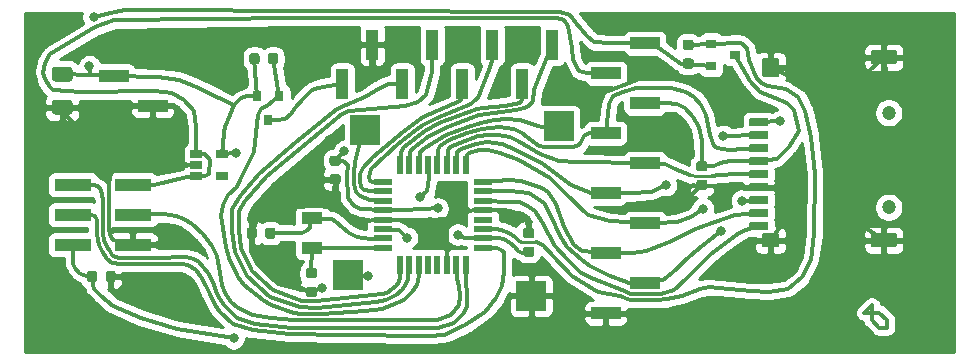
<source format=gtl>
%TF.GenerationSoftware,KiCad,Pcbnew,5.1.6-c6e7f7d~86~ubuntu18.04.1*%
%TF.CreationDate,2020-07-27T22:50:38-07:00*%
%TF.ProjectId,atmega168_tb2,61746d65-6761-4313-9638-5f7462322e6b,rev?*%
%TF.SameCoordinates,Original*%
%TF.FileFunction,Copper,L1,Top*%
%TF.FilePolarity,Positive*%
%FSLAX46Y46*%
G04 Gerber Fmt 4.6, Leading zero omitted, Abs format (unit mm)*
G04 Created by KiCad (PCBNEW 5.1.6-c6e7f7d~86~ubuntu18.04.1) date 2020-07-27 22:50:38*
%MOMM*%
%LPD*%
G01*
G04 APERTURE LIST*
%TA.AperFunction,SMDPad,CuDef*%
%ADD10R,2.500000X2.500000*%
%TD*%
%TA.AperFunction,SMDPad,CuDef*%
%ADD11R,0.800000X0.900000*%
%TD*%
%TA.AperFunction,SMDPad,CuDef*%
%ADD12R,3.150000X1.000000*%
%TD*%
%TA.AperFunction,SMDPad,CuDef*%
%ADD13R,1.060000X0.650000*%
%TD*%
%TA.AperFunction,SMDPad,CuDef*%
%ADD14R,1.600000X0.550000*%
%TD*%
%TA.AperFunction,SMDPad,CuDef*%
%ADD15R,0.550000X1.600000*%
%TD*%
%TA.AperFunction,SMDPad,CuDef*%
%ADD16R,1.800000X1.000000*%
%TD*%
%TA.AperFunction,SMDPad,CuDef*%
%ADD17R,1.000000X2.510000*%
%TD*%
%TA.AperFunction,SMDPad,CuDef*%
%ADD18R,2.510000X1.000000*%
%TD*%
%TA.AperFunction,SMDPad,CuDef*%
%ADD19R,0.900000X0.800000*%
%TD*%
%TA.AperFunction,ComponentPad*%
%ADD20C,1.200000*%
%TD*%
%TA.AperFunction,ViaPad*%
%ADD21C,0.800000*%
%TD*%
%TA.AperFunction,Conductor*%
%ADD22C,0.300000*%
%TD*%
%TA.AperFunction,Conductor*%
%ADD23C,0.250000*%
%TD*%
%TA.AperFunction,Conductor*%
%ADD24C,0.254000*%
%TD*%
G04 APERTURE END LIST*
D10*
%TO.P,J7,1*%
%TO.N,PE0*%
X76110000Y-33150000D03*
%TD*%
D11*
%TO.P,Q1,1*%
%TO.N,PPWRCTRL*%
X68840000Y-30270000D03*
%TO.P,Q1,2*%
%TO.N,+BATT*%
X66940000Y-30270000D03*
%TO.P,Q1,3*%
%TO.N,PPWR*%
X67890000Y-32270000D03*
%TD*%
%TO.P,C1,1*%
%TO.N,+BATT*%
%TA.AperFunction,SMDPad,CuDef*%
G36*
G01*
X49835000Y-27805000D02*
X51085000Y-27805000D01*
G75*
G02*
X51335000Y-28055000I0J-250000D01*
G01*
X51335000Y-28805000D01*
G75*
G02*
X51085000Y-29055000I-250000J0D01*
G01*
X49835000Y-29055000D01*
G75*
G02*
X49585000Y-28805000I0J250000D01*
G01*
X49585000Y-28055000D01*
G75*
G02*
X49835000Y-27805000I250000J0D01*
G01*
G37*
%TD.AperFunction*%
%TO.P,C1,2*%
%TO.N,GND*%
%TA.AperFunction,SMDPad,CuDef*%
G36*
G01*
X49835000Y-30605000D02*
X51085000Y-30605000D01*
G75*
G02*
X51335000Y-30855000I0J-250000D01*
G01*
X51335000Y-31605000D01*
G75*
G02*
X51085000Y-31855000I-250000J0D01*
G01*
X49835000Y-31855000D01*
G75*
G02*
X49585000Y-31605000I0J250000D01*
G01*
X49585000Y-30855000D01*
G75*
G02*
X49835000Y-30605000I250000J0D01*
G01*
G37*
%TD.AperFunction*%
%TD*%
%TO.P,C2,2*%
%TO.N,GND*%
%TA.AperFunction,SMDPad,CuDef*%
G36*
G01*
X71303750Y-46420000D02*
X71816250Y-46420000D01*
G75*
G02*
X72035000Y-46638750I0J-218750D01*
G01*
X72035000Y-47076250D01*
G75*
G02*
X71816250Y-47295000I-218750J0D01*
G01*
X71303750Y-47295000D01*
G75*
G02*
X71085000Y-47076250I0J218750D01*
G01*
X71085000Y-46638750D01*
G75*
G02*
X71303750Y-46420000I218750J0D01*
G01*
G37*
%TD.AperFunction*%
%TO.P,C2,1*%
%TO.N,Net-(C2-Pad1)*%
%TA.AperFunction,SMDPad,CuDef*%
G36*
G01*
X71303750Y-44845000D02*
X71816250Y-44845000D01*
G75*
G02*
X72035000Y-45063750I0J-218750D01*
G01*
X72035000Y-45501250D01*
G75*
G02*
X71816250Y-45720000I-218750J0D01*
G01*
X71303750Y-45720000D01*
G75*
G02*
X71085000Y-45501250I0J218750D01*
G01*
X71085000Y-45063750D01*
G75*
G02*
X71303750Y-44845000I218750J0D01*
G01*
G37*
%TD.AperFunction*%
%TD*%
%TO.P,C3,2*%
%TO.N,GND*%
%TA.AperFunction,SMDPad,CuDef*%
G36*
G01*
X73303750Y-36892500D02*
X73816250Y-36892500D01*
G75*
G02*
X74035000Y-37111250I0J-218750D01*
G01*
X74035000Y-37548750D01*
G75*
G02*
X73816250Y-37767500I-218750J0D01*
G01*
X73303750Y-37767500D01*
G75*
G02*
X73085000Y-37548750I0J218750D01*
G01*
X73085000Y-37111250D01*
G75*
G02*
X73303750Y-36892500I218750J0D01*
G01*
G37*
%TD.AperFunction*%
%TO.P,C3,1*%
%TO.N,+BATT*%
%TA.AperFunction,SMDPad,CuDef*%
G36*
G01*
X73303750Y-35317500D02*
X73816250Y-35317500D01*
G75*
G02*
X74035000Y-35536250I0J-218750D01*
G01*
X74035000Y-35973750D01*
G75*
G02*
X73816250Y-36192500I-218750J0D01*
G01*
X73303750Y-36192500D01*
G75*
G02*
X73085000Y-35973750I0J218750D01*
G01*
X73085000Y-35536250D01*
G75*
G02*
X73303750Y-35317500I218750J0D01*
G01*
G37*
%TD.AperFunction*%
%TD*%
%TO.P,C4,1*%
%TO.N,RST*%
%TA.AperFunction,SMDPad,CuDef*%
G36*
G01*
X52547500Y-45816250D02*
X52547500Y-45303750D01*
G75*
G02*
X52766250Y-45085000I218750J0D01*
G01*
X53203750Y-45085000D01*
G75*
G02*
X53422500Y-45303750I0J-218750D01*
G01*
X53422500Y-45816250D01*
G75*
G02*
X53203750Y-46035000I-218750J0D01*
G01*
X52766250Y-46035000D01*
G75*
G02*
X52547500Y-45816250I0J218750D01*
G01*
G37*
%TD.AperFunction*%
%TO.P,C4,2*%
%TO.N,GND*%
%TA.AperFunction,SMDPad,CuDef*%
G36*
G01*
X54122500Y-45816250D02*
X54122500Y-45303750D01*
G75*
G02*
X54341250Y-45085000I218750J0D01*
G01*
X54778750Y-45085000D01*
G75*
G02*
X54997500Y-45303750I0J-218750D01*
G01*
X54997500Y-45816250D01*
G75*
G02*
X54778750Y-46035000I-218750J0D01*
G01*
X54341250Y-46035000D01*
G75*
G02*
X54122500Y-45816250I0J218750D01*
G01*
G37*
%TD.AperFunction*%
%TD*%
%TO.P,C5,1*%
%TO.N,Net-(C5-Pad1)*%
%TA.AperFunction,SMDPad,CuDef*%
G36*
G01*
X68512500Y-41633750D02*
X68512500Y-42146250D01*
G75*
G02*
X68293750Y-42365000I-218750J0D01*
G01*
X67856250Y-42365000D01*
G75*
G02*
X67637500Y-42146250I0J218750D01*
G01*
X67637500Y-41633750D01*
G75*
G02*
X67856250Y-41415000I218750J0D01*
G01*
X68293750Y-41415000D01*
G75*
G02*
X68512500Y-41633750I0J-218750D01*
G01*
G37*
%TD.AperFunction*%
%TO.P,C5,2*%
%TO.N,GND*%
%TA.AperFunction,SMDPad,CuDef*%
G36*
G01*
X66937500Y-41633750D02*
X66937500Y-42146250D01*
G75*
G02*
X66718750Y-42365000I-218750J0D01*
G01*
X66281250Y-42365000D01*
G75*
G02*
X66062500Y-42146250I0J218750D01*
G01*
X66062500Y-41633750D01*
G75*
G02*
X66281250Y-41415000I218750J0D01*
G01*
X66718750Y-41415000D01*
G75*
G02*
X66937500Y-41633750I0J-218750D01*
G01*
G37*
%TD.AperFunction*%
%TD*%
%TO.P,C6,1*%
%TO.N,+BATT*%
%TA.AperFunction,SMDPad,CuDef*%
G36*
G01*
X90206250Y-43895000D02*
X89693750Y-43895000D01*
G75*
G02*
X89475000Y-43676250I0J218750D01*
G01*
X89475000Y-43238750D01*
G75*
G02*
X89693750Y-43020000I218750J0D01*
G01*
X90206250Y-43020000D01*
G75*
G02*
X90425000Y-43238750I0J-218750D01*
G01*
X90425000Y-43676250D01*
G75*
G02*
X90206250Y-43895000I-218750J0D01*
G01*
G37*
%TD.AperFunction*%
%TO.P,C6,2*%
%TO.N,GND*%
%TA.AperFunction,SMDPad,CuDef*%
G36*
G01*
X90206250Y-42320000D02*
X89693750Y-42320000D01*
G75*
G02*
X89475000Y-42101250I0J218750D01*
G01*
X89475000Y-41663750D01*
G75*
G02*
X89693750Y-41445000I218750J0D01*
G01*
X90206250Y-41445000D01*
G75*
G02*
X90425000Y-41663750I0J-218750D01*
G01*
X90425000Y-42101250D01*
G75*
G02*
X90206250Y-42320000I-218750J0D01*
G01*
G37*
%TD.AperFunction*%
%TD*%
%TO.P,C7,2*%
%TO.N,GND*%
%TA.AperFunction,SMDPad,CuDef*%
G36*
G01*
X104353750Y-37367500D02*
X104866250Y-37367500D01*
G75*
G02*
X105085000Y-37586250I0J-218750D01*
G01*
X105085000Y-38023750D01*
G75*
G02*
X104866250Y-38242500I-218750J0D01*
G01*
X104353750Y-38242500D01*
G75*
G02*
X104135000Y-38023750I0J218750D01*
G01*
X104135000Y-37586250D01*
G75*
G02*
X104353750Y-37367500I218750J0D01*
G01*
G37*
%TD.AperFunction*%
%TO.P,C7,1*%
%TO.N,CARD_VDD*%
%TA.AperFunction,SMDPad,CuDef*%
G36*
G01*
X104353750Y-35792500D02*
X104866250Y-35792500D01*
G75*
G02*
X105085000Y-36011250I0J-218750D01*
G01*
X105085000Y-36448750D01*
G75*
G02*
X104866250Y-36667500I-218750J0D01*
G01*
X104353750Y-36667500D01*
G75*
G02*
X104135000Y-36448750I0J218750D01*
G01*
X104135000Y-36011250D01*
G75*
G02*
X104353750Y-35792500I218750J0D01*
G01*
G37*
%TD.AperFunction*%
%TD*%
D12*
%TO.P,J1,1*%
%TO.N,MISO*%
X51375000Y-37790000D03*
%TO.P,J1,2*%
%TO.N,+5V*%
X56425000Y-37790000D03*
%TO.P,J1,3*%
%TO.N,SCK*%
X51375000Y-40330000D03*
%TO.P,J1,4*%
%TO.N,MOSI*%
X56425000Y-40330000D03*
%TO.P,J1,5*%
%TO.N,RST*%
X51375000Y-42870000D03*
%TO.P,J1,6*%
%TO.N,GND*%
X56425000Y-42870000D03*
%TD*%
D13*
%TO.P,U1,1*%
%TO.N,+5V*%
X61810000Y-35160000D03*
%TO.P,U1,2*%
%TO.N,GND*%
X61810000Y-36110000D03*
%TO.P,U1,3*%
%TO.N,+5V*%
X61810000Y-37060000D03*
%TO.P,U1,4*%
%TO.N,Net-(U1-Pad4)*%
X64010000Y-37060000D03*
%TO.P,U1,5*%
%TO.N,+BATT*%
X64010000Y-35160000D03*
%TD*%
D14*
%TO.P,U2,1*%
%TO.N,PDC*%
X77580000Y-37540000D03*
%TO.P,U2,2*%
%TO.N,PCS*%
X77580000Y-38340000D03*
%TO.P,U2,3*%
%TO.N,PE0*%
X77580000Y-39140000D03*
%TO.P,U2,4*%
%TO.N,+BATT*%
X77580000Y-39940000D03*
%TO.P,U2,5*%
%TO.N,GND*%
X77580000Y-40740000D03*
%TO.P,U2,6*%
%TO.N,PE1*%
X77580000Y-41540000D03*
%TO.P,U2,7*%
%TO.N,Net-(C5-Pad1)*%
X77580000Y-42340000D03*
%TO.P,U2,8*%
%TO.N,Net-(C2-Pad1)*%
X77580000Y-43140000D03*
D15*
%TO.P,U2,9*%
%TO.N,PCLK*%
X79030000Y-44590000D03*
%TO.P,U2,10*%
%TO.N,PDI*%
X79830000Y-44590000D03*
%TO.P,U2,11*%
%TO.N,PPWRCTRL*%
X80630000Y-44590000D03*
%TO.P,U2,12*%
%TO.N,Net-(U2-Pad12)*%
X81430000Y-44590000D03*
%TO.P,U2,13*%
%TO.N,Net-(U2-Pad13)*%
X82230000Y-44590000D03*
%TO.P,U2,14*%
%TO.N,GND*%
X83030000Y-44590000D03*
%TO.P,U2,15*%
%TO.N,MOSI*%
X83830000Y-44590000D03*
%TO.P,U2,16*%
%TO.N,MISO*%
X84630000Y-44590000D03*
D14*
%TO.P,U2,17*%
%TO.N,SCK*%
X86080000Y-43140000D03*
%TO.P,U2,18*%
%TO.N,+BATT*%
X86080000Y-42340000D03*
%TO.P,U2,19*%
%TO.N,CARDPWR*%
X86080000Y-41540000D03*
%TO.P,U2,20*%
%TO.N,Net-(U2-Pad20)*%
X86080000Y-40740000D03*
%TO.P,U2,21*%
%TO.N,GND*%
X86080000Y-39940000D03*
%TO.P,U2,22*%
%TO.N,CARD_DET*%
X86080000Y-39140000D03*
%TO.P,U2,23*%
%TO.N,CARDDAT0_DO*%
X86080000Y-38340000D03*
%TO.P,U2,24*%
%TO.N,CARDDAT1*%
X86080000Y-37540000D03*
D15*
%TO.P,U2,25*%
%TO.N,D2*%
X84630000Y-36090000D03*
%TO.P,U2,26*%
%TO.N,D3CS*%
X83830000Y-36090000D03*
%TO.P,U2,27*%
%TO.N,CARDCLK*%
X83030000Y-36090000D03*
%TO.P,U2,28*%
%TO.N,CMDDI*%
X82230000Y-36090000D03*
%TO.P,U2,29*%
%TO.N,RST*%
X81430000Y-36090000D03*
%TO.P,U2,30*%
%TO.N,RX*%
X80630000Y-36090000D03*
%TO.P,U2,31*%
%TO.N,P_BUSY*%
X79830000Y-36090000D03*
%TO.P,U2,32*%
%TO.N,PRST*%
X79030000Y-36090000D03*
%TD*%
D16*
%TO.P,Y1,1*%
%TO.N,Net-(C5-Pad1)*%
X71620000Y-40630000D03*
%TO.P,Y1,2*%
%TO.N,Net-(C2-Pad1)*%
X71620000Y-43130000D03*
%TD*%
D17*
%TO.P,J2,1*%
%TO.N,P_BUSY*%
X91950000Y-25935000D03*
%TO.P,J2,3*%
%TO.N,PDC*%
X86870000Y-25935000D03*
%TO.P,J2,5*%
%TO.N,PCLK*%
X81790000Y-25935000D03*
%TO.P,J2,7*%
%TO.N,GND*%
X76710000Y-25935000D03*
%TO.P,J2,2*%
%TO.N,PRST*%
X89410000Y-29245000D03*
%TO.P,J2,4*%
%TO.N,PCS*%
X84330000Y-29245000D03*
%TO.P,J2,6*%
%TO.N,PDI*%
X79250000Y-29245000D03*
%TO.P,J2,8*%
%TO.N,PPWR*%
X74170000Y-29245000D03*
%TD*%
D18*
%TO.P,J3,2*%
%TO.N,+5V*%
X96475000Y-28350000D03*
%TO.P,J3,4*%
%TO.N,CMDDI*%
X96475000Y-33430000D03*
%TO.P,J3,6*%
%TO.N,D3CS*%
X96475000Y-38510000D03*
%TO.P,J3,8*%
%TO.N,CARDDAT1*%
X96475000Y-43590000D03*
%TO.P,J3,10*%
%TO.N,GND*%
X96475000Y-48670000D03*
%TO.P,J3,1*%
%TO.N,+BATT*%
X99785000Y-25810000D03*
%TO.P,J3,3*%
%TO.N,CARD_VDD*%
X99785000Y-30890000D03*
%TO.P,J3,5*%
%TO.N,CARDCLK*%
X99785000Y-35970000D03*
%TO.P,J3,7*%
%TO.N,D2*%
X99785000Y-41050000D03*
%TO.P,J3,9*%
%TO.N,CARDDAT0_DO*%
X99785000Y-46130000D03*
%TD*%
D19*
%TO.P,Q2,3*%
%TO.N,CARD_VDD*%
X107390000Y-26790000D03*
%TO.P,Q2,2*%
%TO.N,+BATT*%
X105390000Y-27740000D03*
%TO.P,Q2,1*%
%TO.N,CARDPWR*%
X105390000Y-25840000D03*
%TD*%
%TO.P,R1,2*%
%TO.N,CARDPWR*%
%TA.AperFunction,SMDPad,CuDef*%
G36*
G01*
X103706250Y-26390000D02*
X103193750Y-26390000D01*
G75*
G02*
X102975000Y-26171250I0J218750D01*
G01*
X102975000Y-25733750D01*
G75*
G02*
X103193750Y-25515000I218750J0D01*
G01*
X103706250Y-25515000D01*
G75*
G02*
X103925000Y-25733750I0J-218750D01*
G01*
X103925000Y-26171250D01*
G75*
G02*
X103706250Y-26390000I-218750J0D01*
G01*
G37*
%TD.AperFunction*%
%TO.P,R1,1*%
%TO.N,+BATT*%
%TA.AperFunction,SMDPad,CuDef*%
G36*
G01*
X103706250Y-27965000D02*
X103193750Y-27965000D01*
G75*
G02*
X102975000Y-27746250I0J218750D01*
G01*
X102975000Y-27308750D01*
G75*
G02*
X103193750Y-27090000I218750J0D01*
G01*
X103706250Y-27090000D01*
G75*
G02*
X103925000Y-27308750I0J-218750D01*
G01*
X103925000Y-27746250D01*
G75*
G02*
X103706250Y-27965000I-218750J0D01*
G01*
G37*
%TD.AperFunction*%
%TD*%
%TO.P,R2,1*%
%TO.N,+BATT*%
%TA.AperFunction,SMDPad,CuDef*%
G36*
G01*
X66287500Y-27366250D02*
X66287500Y-26853750D01*
G75*
G02*
X66506250Y-26635000I218750J0D01*
G01*
X66943750Y-26635000D01*
G75*
G02*
X67162500Y-26853750I0J-218750D01*
G01*
X67162500Y-27366250D01*
G75*
G02*
X66943750Y-27585000I-218750J0D01*
G01*
X66506250Y-27585000D01*
G75*
G02*
X66287500Y-27366250I0J218750D01*
G01*
G37*
%TD.AperFunction*%
%TO.P,R2,2*%
%TO.N,PPWRCTRL*%
%TA.AperFunction,SMDPad,CuDef*%
G36*
G01*
X67862500Y-27366250D02*
X67862500Y-26853750D01*
G75*
G02*
X68081250Y-26635000I218750J0D01*
G01*
X68518750Y-26635000D01*
G75*
G02*
X68737500Y-26853750I0J-218750D01*
G01*
X68737500Y-27366250D01*
G75*
G02*
X68518750Y-27585000I-218750J0D01*
G01*
X68081250Y-27585000D01*
G75*
G02*
X67862500Y-27366250I0J218750D01*
G01*
G37*
%TD.AperFunction*%
%TD*%
%TO.P,J4,1*%
%TO.N,D2*%
%TA.AperFunction,SMDPad,CuDef*%
G36*
G01*
X110160000Y-32850000D02*
X108700000Y-32850000D01*
G75*
G02*
X108630000Y-32780000I0J70000D01*
G01*
X108630000Y-32220000D01*
G75*
G02*
X108700000Y-32150000I70000J0D01*
G01*
X110160000Y-32150000D01*
G75*
G02*
X110230000Y-32220000I0J-70000D01*
G01*
X110230000Y-32780000D01*
G75*
G02*
X110160000Y-32850000I-70000J0D01*
G01*
G37*
%TD.AperFunction*%
%TO.P,J4,2*%
%TO.N,D3CS*%
%TA.AperFunction,SMDPad,CuDef*%
G36*
G01*
X110160000Y-33950000D02*
X108700000Y-33950000D01*
G75*
G02*
X108630000Y-33880000I0J70000D01*
G01*
X108630000Y-33320000D01*
G75*
G02*
X108700000Y-33250000I70000J0D01*
G01*
X110160000Y-33250000D01*
G75*
G02*
X110230000Y-33320000I0J-70000D01*
G01*
X110230000Y-33880000D01*
G75*
G02*
X110160000Y-33950000I-70000J0D01*
G01*
G37*
%TD.AperFunction*%
%TO.P,J4,3*%
%TO.N,CMDDI*%
%TA.AperFunction,SMDPad,CuDef*%
G36*
G01*
X110160000Y-35050000D02*
X108700000Y-35050000D01*
G75*
G02*
X108630000Y-34980000I0J70000D01*
G01*
X108630000Y-34420000D01*
G75*
G02*
X108700000Y-34350000I70000J0D01*
G01*
X110160000Y-34350000D01*
G75*
G02*
X110230000Y-34420000I0J-70000D01*
G01*
X110230000Y-34980000D01*
G75*
G02*
X110160000Y-35050000I-70000J0D01*
G01*
G37*
%TD.AperFunction*%
%TO.P,J4,4*%
%TO.N,CARD_VDD*%
%TA.AperFunction,SMDPad,CuDef*%
G36*
G01*
X110160000Y-36150000D02*
X108700000Y-36150000D01*
G75*
G02*
X108630000Y-36080000I0J70000D01*
G01*
X108630000Y-35520000D01*
G75*
G02*
X108700000Y-35450000I70000J0D01*
G01*
X110160000Y-35450000D01*
G75*
G02*
X110230000Y-35520000I0J-70000D01*
G01*
X110230000Y-36080000D01*
G75*
G02*
X110160000Y-36150000I-70000J0D01*
G01*
G37*
%TD.AperFunction*%
%TO.P,J4,5*%
%TO.N,CARDCLK*%
%TA.AperFunction,SMDPad,CuDef*%
G36*
G01*
X110160000Y-37250000D02*
X108700000Y-37250000D01*
G75*
G02*
X108630000Y-37180000I0J70000D01*
G01*
X108630000Y-36620000D01*
G75*
G02*
X108700000Y-36550000I70000J0D01*
G01*
X110160000Y-36550000D01*
G75*
G02*
X110230000Y-36620000I0J-70000D01*
G01*
X110230000Y-37180000D01*
G75*
G02*
X110160000Y-37250000I-70000J0D01*
G01*
G37*
%TD.AperFunction*%
%TO.P,J4,6*%
%TO.N,GND*%
%TA.AperFunction,SMDPad,CuDef*%
G36*
G01*
X110160000Y-38350000D02*
X108700000Y-38350000D01*
G75*
G02*
X108630000Y-38280000I0J70000D01*
G01*
X108630000Y-37720000D01*
G75*
G02*
X108700000Y-37650000I70000J0D01*
G01*
X110160000Y-37650000D01*
G75*
G02*
X110230000Y-37720000I0J-70000D01*
G01*
X110230000Y-38280000D01*
G75*
G02*
X110160000Y-38350000I-70000J0D01*
G01*
G37*
%TD.AperFunction*%
%TO.P,J4,7*%
%TO.N,CARDDAT0_DO*%
%TA.AperFunction,SMDPad,CuDef*%
G36*
G01*
X110160000Y-39450000D02*
X108700000Y-39450000D01*
G75*
G02*
X108630000Y-39380000I0J70000D01*
G01*
X108630000Y-38820000D01*
G75*
G02*
X108700000Y-38750000I70000J0D01*
G01*
X110160000Y-38750000D01*
G75*
G02*
X110230000Y-38820000I0J-70000D01*
G01*
X110230000Y-39380000D01*
G75*
G02*
X110160000Y-39450000I-70000J0D01*
G01*
G37*
%TD.AperFunction*%
%TO.P,J4,8*%
%TO.N,CARDDAT1*%
%TA.AperFunction,SMDPad,CuDef*%
G36*
G01*
X110160000Y-40550000D02*
X108700000Y-40550000D01*
G75*
G02*
X108630000Y-40480000I0J70000D01*
G01*
X108630000Y-39920000D01*
G75*
G02*
X108700000Y-39850000I70000J0D01*
G01*
X110160000Y-39850000D01*
G75*
G02*
X110230000Y-39920000I0J-70000D01*
G01*
X110230000Y-40480000D01*
G75*
G02*
X110160000Y-40550000I-70000J0D01*
G01*
G37*
%TD.AperFunction*%
%TO.P,J4,9*%
%TO.N,CARD_DET*%
%TA.AperFunction,SMDPad,CuDef*%
G36*
G01*
X110160000Y-41650000D02*
X108700000Y-41650000D01*
G75*
G02*
X108630000Y-41580000I0J70000D01*
G01*
X108630000Y-41020000D01*
G75*
G02*
X108700000Y-40950000I70000J0D01*
G01*
X110160000Y-40950000D01*
G75*
G02*
X110230000Y-41020000I0J-70000D01*
G01*
X110230000Y-41580000D01*
G75*
G02*
X110160000Y-41650000I-70000J0D01*
G01*
G37*
%TD.AperFunction*%
D20*
%TO.P,J4,~*%
%TO.N,N/C*%
X120430000Y-39700000D03*
X120430000Y-31700000D03*
%TO.P,J4,11*%
%TO.N,GND*%
%TA.AperFunction,SMDPad,CuDef*%
G36*
G01*
X121010000Y-43100000D02*
X119050000Y-43100000D01*
G75*
G02*
X118930000Y-42980000I0J120000D01*
G01*
X118930000Y-42020000D01*
G75*
G02*
X119050000Y-41900000I120000J0D01*
G01*
X121010000Y-41900000D01*
G75*
G02*
X121130000Y-42020000I0J-120000D01*
G01*
X121130000Y-42980000D01*
G75*
G02*
X121010000Y-43100000I-120000J0D01*
G01*
G37*
%TD.AperFunction*%
%TA.AperFunction,SMDPad,CuDef*%
G36*
G01*
X111060000Y-43100000D02*
X109800000Y-43100000D01*
G75*
G02*
X109680000Y-42980000I0J120000D01*
G01*
X109680000Y-42020000D01*
G75*
G02*
X109800000Y-41900000I120000J0D01*
G01*
X111060000Y-41900000D01*
G75*
G02*
X111180000Y-42020000I0J-120000D01*
G01*
X111180000Y-42980000D01*
G75*
G02*
X111060000Y-43100000I-120000J0D01*
G01*
G37*
%TD.AperFunction*%
%TA.AperFunction,SMDPad,CuDef*%
G36*
G01*
X111030000Y-28700000D02*
X109830000Y-28700000D01*
G75*
G02*
X109680000Y-28550000I0J150000D01*
G01*
X109680000Y-27250000D01*
G75*
G02*
X109830000Y-27100000I150000J0D01*
G01*
X111030000Y-27100000D01*
G75*
G02*
X111180000Y-27250000I0J-150000D01*
G01*
X111180000Y-28550000D01*
G75*
G02*
X111030000Y-28700000I-150000J0D01*
G01*
G37*
%TD.AperFunction*%
%TA.AperFunction,SMDPad,CuDef*%
G36*
G01*
X121010000Y-27600000D02*
X119050000Y-27600000D01*
G75*
G02*
X118930000Y-27480000I0J120000D01*
G01*
X118930000Y-26520000D01*
G75*
G02*
X119050000Y-26400000I120000J0D01*
G01*
X121010000Y-26400000D01*
G75*
G02*
X121130000Y-26520000I0J-120000D01*
G01*
X121130000Y-27480000D01*
G75*
G02*
X121010000Y-27600000I-120000J0D01*
G01*
G37*
%TD.AperFunction*%
%TD*%
D18*
%TO.P,J5,1*%
%TO.N,+BATT*%
X54805000Y-28560000D03*
%TO.P,J5,2*%
%TO.N,GND*%
X58115000Y-31100000D03*
%TD*%
D10*
%TO.P,J6,1*%
%TO.N,RX*%
X92510000Y-32840000D03*
%TD*%
%TO.P,J8,1*%
%TO.N,PE1*%
X74670000Y-45430000D03*
%TD*%
%TO.P,J9,1*%
%TO.N,GND*%
X90170000Y-47200000D03*
%TD*%
D21*
%TO.N,+BATT*%
X82250000Y-39800000D03*
X83950000Y-42020000D03*
X74350000Y-34940000D03*
X65210000Y-35120000D03*
X53120000Y-23590000D03*
X52760000Y-27750000D03*
%TO.N,GND*%
X73010000Y-33990000D03*
X89222260Y-40397740D03*
X81750000Y-42060000D03*
X72860000Y-39310000D03*
X102570000Y-39650000D03*
X111370000Y-41110000D03*
X118100000Y-42590000D03*
X98630000Y-48730000D03*
X60460000Y-36120000D03*
X67460000Y-39550000D03*
X58640000Y-42920000D03*
X56000000Y-45660000D03*
X55860000Y-31080000D03*
X112200000Y-28700000D03*
X120280000Y-28730000D03*
X92690000Y-48450000D03*
X106870000Y-30130000D03*
X100270000Y-33690000D03*
X89420000Y-26240000D03*
X84270000Y-25940000D03*
X79260000Y-25940000D03*
X83610000Y-38540000D03*
X55960000Y-25930000D03*
X68340000Y-45510000D03*
X51070000Y-48900000D03*
X94728707Y-30631293D03*
X76365069Y-28705069D03*
X72430000Y-46500000D03*
%TO.N,RST*%
X80760000Y-38860000D03*
X64970000Y-50800000D03*
%TO.N,CARDDAT0_DO*%
X107990000Y-39140000D03*
X106200000Y-41740000D03*
%TO.N,D2*%
X104700000Y-39810000D03*
X111240000Y-32420000D03*
%TO.N,D3CS*%
X101560000Y-37820000D03*
X106430000Y-33660000D03*
%TO.N,PE1*%
X79640000Y-42285000D03*
X76320000Y-45480000D03*
%TD*%
D22*
%TO.N,*%
X120280000Y-49905000D02*
X119645000Y-49905000D01*
X119645000Y-49905000D02*
X119010000Y-49270000D01*
X119010000Y-49270000D02*
X119010000Y-48000000D01*
X119010000Y-48000000D02*
X118375000Y-48635000D01*
X118375000Y-48635000D02*
X119645000Y-48635000D01*
X119645000Y-48635000D02*
X120280000Y-49270000D01*
X120280000Y-49270000D02*
X120280000Y-49905000D01*
%TO.N,+BATT*%
X86080000Y-42340000D02*
X87330000Y-42310000D01*
X87330000Y-42310000D02*
X87880000Y-42370000D01*
X87880000Y-42370000D02*
X88340000Y-42690000D01*
X88340000Y-42690000D02*
X88780000Y-43090000D01*
X88780000Y-43090000D02*
X89080000Y-43410000D01*
X89080000Y-43410000D02*
X89360000Y-43530000D01*
X89360000Y-43530000D02*
X89950000Y-43457500D01*
X73560000Y-35755000D02*
X74260000Y-35750000D01*
X74260000Y-35750000D02*
X74630000Y-36120000D01*
X74630000Y-36120000D02*
X74590000Y-36930000D01*
X74590000Y-36930000D02*
X74650000Y-38920000D01*
X74650000Y-38920000D02*
X75200000Y-39610000D01*
X75200000Y-39610000D02*
X75760000Y-39850000D01*
X75760000Y-39850000D02*
X77580000Y-39940000D01*
X66940000Y-30270000D02*
X66120000Y-30280000D01*
X66120000Y-30280000D02*
X65590000Y-30480000D01*
X65590000Y-30480000D02*
X65030000Y-31070000D01*
X65030000Y-31070000D02*
X64680000Y-31870000D01*
X64680000Y-31870000D02*
X64250000Y-32920000D01*
X64250000Y-32920000D02*
X64180000Y-33320000D01*
X64180000Y-33320000D02*
X64060000Y-34400000D01*
X64060000Y-34400000D02*
X64010000Y-35160000D01*
X66940000Y-30270000D02*
X66725000Y-27110000D01*
X54805000Y-28560000D02*
X58540000Y-28670000D01*
X58540000Y-28670000D02*
X60360000Y-28880000D01*
X60360000Y-28880000D02*
X61640000Y-29390000D01*
X61640000Y-29390000D02*
X63770000Y-30440000D01*
X63770000Y-30440000D02*
X65030000Y-31070000D01*
X77580000Y-39940000D02*
X79190000Y-39960000D01*
X79190000Y-39960000D02*
X81110000Y-39880000D01*
X81110000Y-39880000D02*
X82250000Y-39800000D01*
X83950000Y-42020000D02*
X84600000Y-42300000D01*
X84600000Y-42300000D02*
X86080000Y-42340000D01*
X73560000Y-35755000D02*
X74350000Y-34940000D01*
X65210000Y-35120000D02*
X64010000Y-35160000D01*
X99785000Y-25810000D02*
X96890000Y-25800000D01*
X96890000Y-25800000D02*
X95440000Y-25740000D01*
X95440000Y-25740000D02*
X94920000Y-25180000D01*
X94920000Y-25180000D02*
X93960000Y-24120000D01*
X93960000Y-24120000D02*
X93430000Y-23430000D01*
X93430000Y-23430000D02*
X92640000Y-23160000D01*
X92640000Y-23160000D02*
X55800000Y-23030000D01*
X55800000Y-23030000D02*
X54940000Y-23200000D01*
X54940000Y-23200000D02*
X53120000Y-23590000D01*
X52760000Y-27750000D02*
X52799988Y-28500012D01*
X50460000Y-28430000D02*
X52799988Y-28500012D01*
X52799988Y-28500012D02*
X54805000Y-28560000D01*
X99785000Y-25810000D02*
X101000000Y-26200000D01*
X101000000Y-26200000D02*
X101950000Y-26880000D01*
X101950000Y-26880000D02*
X102850000Y-27530000D01*
X102850000Y-27530000D02*
X103450000Y-27527500D01*
X103450000Y-27527500D02*
X105390000Y-27740000D01*
%TO.N,GND*%
X55630000Y-36110000D02*
X57750000Y-36060000D01*
X55630000Y-36110000D02*
X55290000Y-36160000D01*
X55290000Y-36160000D02*
X54890000Y-36410000D01*
X54890000Y-36410000D02*
X54590000Y-36870000D01*
X54590000Y-36870000D02*
X54499999Y-37210000D01*
X54499999Y-37210000D02*
X54450000Y-37690000D01*
X54450000Y-37690000D02*
X54450000Y-41510000D01*
X54450000Y-41510000D02*
X54510000Y-42080000D01*
X54510000Y-42080000D02*
X54750000Y-42470000D01*
X54750000Y-42470000D02*
X56425000Y-42870000D01*
X86080000Y-39940000D02*
X87140000Y-39930000D01*
X87140000Y-39930000D02*
X87960000Y-39930000D01*
X87960000Y-39930000D02*
X88680000Y-40070000D01*
X89590000Y-40620000D02*
X89810000Y-40930000D01*
X89810000Y-40930000D02*
X89950000Y-41882500D01*
X86080000Y-39940000D02*
X84140000Y-39990000D01*
X84140000Y-39990000D02*
X83430000Y-40240000D01*
X83430000Y-40240000D02*
X83250000Y-40580000D01*
X83250000Y-40580000D02*
X83060000Y-41290000D01*
X83060000Y-41290000D02*
X83010000Y-42480000D01*
X83010000Y-42480000D02*
X83030000Y-44590000D01*
X77580000Y-40740000D02*
X81950000Y-40770000D01*
X81950000Y-40770000D02*
X82650000Y-40700000D01*
X82650000Y-40700000D02*
X83250000Y-40580000D01*
X66500000Y-41890000D02*
X66420000Y-43450000D01*
X66420000Y-43450000D02*
X67050000Y-44610000D01*
X67050000Y-44610000D02*
X68720000Y-46210000D01*
X68720000Y-46210000D02*
X71560000Y-46857500D01*
X66500000Y-41890000D02*
X66910000Y-40770000D01*
X77580000Y-40740000D02*
X75560000Y-40830000D01*
X73060000Y-39710000D02*
X72000000Y-39570000D01*
X72000000Y-39570000D02*
X69930000Y-39690000D01*
X66910000Y-40770000D02*
X67416066Y-40296066D01*
X58115000Y-31100000D02*
X58066107Y-36063893D01*
X57750000Y-36060000D02*
X58066107Y-36063893D01*
X58066107Y-36063893D02*
X61810000Y-36110000D01*
X50460000Y-31230000D02*
X50480000Y-31510000D01*
X50480000Y-31510000D02*
X54890000Y-36410000D01*
X73560000Y-37330000D02*
X73412210Y-39867790D01*
X75560000Y-40830000D02*
X73412210Y-39867790D01*
X73412210Y-39867790D02*
X73060000Y-39710000D01*
X73560000Y-37330000D02*
X72580000Y-37280000D01*
X72580000Y-37280000D02*
X72240000Y-36890000D01*
X72240000Y-36890000D02*
X72090000Y-36160000D01*
X72090000Y-36160000D02*
X72190000Y-35560000D01*
X72190000Y-35560000D02*
X72990000Y-33990000D01*
X72990000Y-33990000D02*
X73010000Y-33990000D01*
X88680000Y-40070000D02*
X89222260Y-40397740D01*
X89222260Y-40397740D02*
X89590000Y-40620000D01*
X83250000Y-40580000D02*
X81750000Y-42060000D01*
X73412210Y-39867790D02*
X72860000Y-39310000D01*
X109430000Y-38000000D02*
X107640000Y-37940000D01*
X107640000Y-37940000D02*
X106300000Y-37960000D01*
X106300000Y-37960000D02*
X104610000Y-37805000D01*
X109430000Y-38000000D02*
X110950000Y-37980000D01*
X110950000Y-37980000D02*
X111500000Y-38250000D01*
X111500000Y-38250000D02*
X111990000Y-39360000D01*
X111990000Y-39360000D02*
X112210000Y-41010000D01*
X112210000Y-41010000D02*
X112190000Y-42170000D01*
X112190000Y-42170000D02*
X112300000Y-42500000D01*
X110430000Y-42500000D02*
X112300000Y-42500000D01*
X120030000Y-27000000D02*
X110430000Y-27900000D01*
X120030000Y-42500000D02*
X117060000Y-40530000D01*
X117060000Y-40530000D02*
X116310000Y-37560000D01*
X116310000Y-37560000D02*
X116570000Y-33960000D01*
X116570000Y-33960000D02*
X117460000Y-29380000D01*
X117460000Y-29380000D02*
X120030000Y-27000000D01*
X104610000Y-37805000D02*
X102570000Y-39650000D01*
X110430000Y-42500000D02*
X111370000Y-41110000D01*
X120030000Y-42500000D02*
X118100000Y-42590000D01*
X98630000Y-48730000D02*
X96475000Y-48670000D01*
X58066107Y-36063893D02*
X60460000Y-36120000D01*
X67460000Y-39550000D02*
X67953500Y-40166500D01*
X69930000Y-39690000D02*
X67953500Y-40166500D01*
X67953500Y-40166500D02*
X67416066Y-40296066D01*
X56425000Y-42870000D02*
X58640000Y-42920000D01*
X56000000Y-45660000D02*
X54560000Y-45560000D01*
X58115000Y-31100000D02*
X55860000Y-31080000D01*
X110430000Y-27900000D02*
X112200000Y-28700000D01*
X120030000Y-27000000D02*
X120280000Y-28730000D01*
X94180000Y-48710000D02*
X96475000Y-48670000D01*
X92690000Y-48450000D02*
X94180000Y-48710000D01*
X71560000Y-46857500D02*
X68340000Y-45510000D01*
X94728707Y-30631293D02*
X99510000Y-28780000D01*
X90170000Y-47200000D02*
X92670000Y-47260000D01*
X92670000Y-47260000D02*
X92690000Y-48450000D01*
X76365069Y-28705069D02*
X76500000Y-28410000D01*
X76500000Y-28410000D02*
X76640000Y-27350000D01*
X76640000Y-27350000D02*
X76710000Y-25935000D01*
X71560000Y-46857500D02*
X72430000Y-46500000D01*
%TO.N,Net-(C2-Pad1)*%
X77580000Y-43140000D02*
X71620000Y-43130000D01*
X71560000Y-45282500D02*
X71620000Y-43130000D01*
%TO.N,RST*%
X51375000Y-42870000D02*
X51390000Y-43870000D01*
X51390000Y-43870000D02*
X51410000Y-44480000D01*
X51410000Y-44480000D02*
X51570000Y-44820000D01*
X51570000Y-44820000D02*
X51900000Y-45250000D01*
X51900000Y-45250000D02*
X52180000Y-45400000D01*
X52180000Y-45400000D02*
X52985000Y-45560000D01*
X81430000Y-36090000D02*
X81520000Y-37240000D01*
X81520000Y-37240000D02*
X81360000Y-38350000D01*
X81360000Y-38350000D02*
X80760000Y-38860000D01*
X53060000Y-46250000D02*
X52985000Y-45560000D01*
X53720000Y-47170000D02*
X53130000Y-46580000D01*
X60190000Y-49970000D02*
X57090000Y-49080000D01*
X64970000Y-50800000D02*
X60190000Y-49970000D01*
X53130000Y-46580000D02*
X53060000Y-46250000D01*
X57090000Y-49080000D02*
X54780000Y-48030000D01*
X54780000Y-48030000D02*
X53720000Y-47170000D01*
%TO.N,Net-(C5-Pad1)*%
X71620000Y-40630000D02*
X72820000Y-40650000D01*
X72820000Y-40650000D02*
X73290000Y-40690000D01*
X73290000Y-40690000D02*
X73600000Y-40940000D01*
X73600000Y-40940000D02*
X74140000Y-41390000D01*
X74140000Y-41390000D02*
X74700000Y-41910000D01*
X74700000Y-41910000D02*
X75430000Y-42210000D01*
X75430000Y-42210000D02*
X76490000Y-42350000D01*
X76490000Y-42350000D02*
X77580000Y-42340000D01*
X68075000Y-41890000D02*
X69100000Y-41850000D01*
X69100000Y-41850000D02*
X69890000Y-41850000D01*
X69890000Y-41850000D02*
X70730000Y-41890000D01*
X70730000Y-41890000D02*
X71110000Y-41720000D01*
X71110000Y-41720000D02*
X71400000Y-41480000D01*
X71400000Y-41480000D02*
X71460000Y-41300000D01*
X71460000Y-41300000D02*
X71620000Y-40630000D01*
%TO.N,CARD_VDD*%
X99785000Y-30890000D02*
X101550000Y-30910000D01*
X101550000Y-30910000D02*
X102530000Y-30970000D01*
X102530000Y-30970000D02*
X103160000Y-31310000D01*
X103160000Y-31310000D02*
X103830000Y-32040000D01*
X103830000Y-32040000D02*
X104350000Y-32880000D01*
X104350000Y-32880000D02*
X104600000Y-34050000D01*
X104600000Y-34050000D02*
X104610000Y-36230000D01*
X109430000Y-35800000D02*
X107080000Y-35800000D01*
X107080000Y-35800000D02*
X106520000Y-35860000D01*
X106520000Y-35860000D02*
X105990000Y-36060000D01*
X105990000Y-36060000D02*
X105600000Y-36170000D01*
X105600000Y-36170000D02*
X104610000Y-36230000D01*
X107390000Y-26790000D02*
X108700000Y-28990000D01*
X108700000Y-28990000D02*
X109520000Y-29910000D01*
X109520000Y-29910000D02*
X110770000Y-30440000D01*
X112420000Y-31490000D02*
X112850000Y-33240000D01*
X112850000Y-33240000D02*
X111960000Y-34560000D01*
X111960000Y-34560000D02*
X110940000Y-35620000D01*
X110940000Y-35620000D02*
X109430000Y-35800000D01*
X110770000Y-30440000D02*
X111790000Y-30910000D01*
X111790000Y-30910000D02*
X112420000Y-31490000D01*
%TO.N,MISO*%
X84630000Y-44590000D02*
X84680000Y-45920000D01*
X84680000Y-45920000D02*
X84740000Y-47120000D01*
X84740000Y-47120000D02*
X84710000Y-48170000D01*
X84710000Y-48170000D02*
X84390000Y-48730000D01*
X84390000Y-48730000D02*
X83610000Y-49490000D01*
X83610000Y-49490000D02*
X82240000Y-49900000D01*
X82240000Y-49900000D02*
X69900000Y-49880000D01*
X69900000Y-49880000D02*
X66760000Y-49590000D01*
X66760000Y-49590000D02*
X65280000Y-49070000D01*
X65280000Y-49070000D02*
X64160000Y-47990000D01*
X51375000Y-37790000D02*
X53050000Y-37810000D01*
X53050000Y-37810000D02*
X53450000Y-37920000D01*
X53450000Y-37920000D02*
X53770000Y-38270000D01*
X53770000Y-38270000D02*
X53900000Y-39090000D01*
X53900000Y-39090000D02*
X53910000Y-41940000D01*
X53910000Y-41940000D02*
X54010000Y-42510000D01*
X54010000Y-42510000D02*
X54250000Y-43070000D01*
X54250000Y-43070000D02*
X54470000Y-43440000D01*
X54470000Y-43440000D02*
X54640000Y-43720001D01*
X54640000Y-43720001D02*
X54950000Y-43910000D01*
X54950000Y-43910000D02*
X55350000Y-43980000D01*
X55350000Y-43980000D02*
X58400000Y-43970000D01*
X58400000Y-43970000D02*
X60920000Y-43920000D01*
X60920000Y-43920000D02*
X61620000Y-44080000D01*
X61620000Y-44080000D02*
X62050000Y-44350000D01*
X62050000Y-44350000D02*
X62820000Y-45270000D01*
X62820000Y-45270000D02*
X63230000Y-46040000D01*
X63230000Y-46040000D02*
X63600000Y-47020000D01*
X63600000Y-47020000D02*
X63840000Y-47480000D01*
X63840000Y-47480000D02*
X64160000Y-47990000D01*
%TO.N,+5V*%
X56425000Y-37790000D02*
X58220000Y-37790000D01*
X58220000Y-37790000D02*
X61050000Y-37140000D01*
X61050000Y-37140000D02*
X61810000Y-37060000D01*
X61810000Y-37060000D02*
X62550000Y-37050000D01*
X62550000Y-37050000D02*
X62850000Y-36840000D01*
X62850000Y-36840000D02*
X62930000Y-35700000D01*
X62930000Y-35700000D02*
X62560000Y-35190000D01*
X62560000Y-35190000D02*
X61810000Y-35160000D01*
X61770000Y-32900000D02*
X61810000Y-35160000D01*
X61580000Y-31580000D02*
X61770000Y-32900000D01*
X60770000Y-30610000D02*
X61580000Y-31580000D01*
X59730000Y-30000000D02*
X60770000Y-30610000D01*
X50980000Y-29850000D02*
X52060000Y-29910000D01*
X49660000Y-29740000D02*
X50980000Y-29850000D01*
X49390000Y-29530000D02*
X49660000Y-29740000D01*
X93260000Y-24310000D02*
X92900000Y-23800000D01*
X94180000Y-28130000D02*
X93730000Y-27190000D01*
X92900000Y-23800000D02*
X92340000Y-23692858D01*
X96475000Y-28350000D02*
X94870000Y-28350000D01*
X54875000Y-23870000D02*
X53230000Y-24460000D01*
X93630000Y-26200000D02*
X93260000Y-24310000D01*
X94870000Y-28350000D02*
X94180000Y-28130000D01*
X52060000Y-29910000D02*
X58280000Y-29860000D01*
X70290000Y-23640000D02*
X54875000Y-23870000D01*
X53230000Y-24460000D02*
X49450000Y-26760000D01*
X58280000Y-29860000D02*
X59730000Y-30000000D01*
X49450000Y-26760000D02*
X49000000Y-27480000D01*
X49000000Y-27480000D02*
X48870000Y-28310000D01*
X48870000Y-28310000D02*
X49000000Y-28870000D01*
X93730000Y-27190000D02*
X93630000Y-26200000D01*
X49000000Y-28870000D02*
X49390000Y-29530000D01*
X70290000Y-23640000D02*
X92340000Y-23692858D01*
%TO.N,SCK*%
X51375000Y-40330000D02*
X52920000Y-40330000D01*
X52920000Y-40330000D02*
X53260000Y-40430000D01*
X53260000Y-40430000D02*
X53390000Y-40770000D01*
X53390000Y-40770000D02*
X53370000Y-41960000D01*
X53370000Y-41960000D02*
X53480000Y-42460000D01*
X53480000Y-42460000D02*
X53590000Y-42920000D01*
X53590000Y-42920000D02*
X53860000Y-43440000D01*
X53860000Y-43440000D02*
X54278032Y-44087267D01*
X54278032Y-44087267D02*
X54670000Y-44400000D01*
X54670000Y-44400000D02*
X55410000Y-44500000D01*
X55410000Y-44500000D02*
X60600000Y-44480000D01*
X60600000Y-44480000D02*
X61070000Y-44570000D01*
X61070000Y-44570000D02*
X61750000Y-44980000D01*
X61750000Y-44980000D02*
X62240000Y-45610000D01*
X62240000Y-45610000D02*
X62640000Y-46380000D01*
X62640000Y-46380000D02*
X62950000Y-47060000D01*
X62950000Y-47060000D02*
X63420000Y-47980000D01*
X63420000Y-47980000D02*
X63830000Y-48580000D01*
X63830000Y-48580000D02*
X64950000Y-49590000D01*
X64950000Y-49590000D02*
X66580000Y-50080000D01*
X66580000Y-50080000D02*
X69760000Y-50430000D01*
X69760000Y-50430000D02*
X74240000Y-50490000D01*
X74240000Y-50490000D02*
X81510000Y-50570000D01*
X81510000Y-50570000D02*
X82800000Y-50470000D01*
X82800000Y-50470000D02*
X84590000Y-49700000D01*
X84590000Y-49700000D02*
X86220000Y-48540000D01*
X86220000Y-48540000D02*
X87220000Y-47410000D01*
X87220000Y-47410000D02*
X87680000Y-46400000D01*
X87680000Y-46400000D02*
X87820000Y-45160000D01*
X87820000Y-45160000D02*
X87840000Y-44240000D01*
X87840000Y-44240000D02*
X87820000Y-43510000D01*
X87820000Y-43510000D02*
X87640000Y-43300000D01*
X87640000Y-43300000D02*
X87250000Y-43160000D01*
X87250000Y-43160000D02*
X86080000Y-43140000D01*
%TO.N,MOSI*%
X56425000Y-40330000D02*
X59090000Y-40300000D01*
X59090000Y-40300000D02*
X60060000Y-40410000D01*
X60060000Y-40410000D02*
X60810000Y-40680000D01*
X60810000Y-40680000D02*
X61480000Y-41140000D01*
X61480000Y-41140000D02*
X62400000Y-41940000D01*
X62400000Y-41940000D02*
X63170000Y-42950000D01*
X63170000Y-42950000D02*
X63540000Y-43810000D01*
X63540000Y-43810000D02*
X63830000Y-45230000D01*
X63830000Y-45230000D02*
X63980000Y-46240000D01*
X63980000Y-46240000D02*
X64240000Y-46990000D01*
X64240000Y-46990000D02*
X64760000Y-47690000D01*
X64760000Y-47690000D02*
X65370000Y-48220000D01*
X65370000Y-48220000D02*
X66610000Y-48800000D01*
X66610000Y-48800000D02*
X68100000Y-49030000D01*
X68100000Y-49030000D02*
X70100000Y-49250000D01*
X70100000Y-49250000D02*
X78610000Y-49220000D01*
X78610000Y-49220000D02*
X82200000Y-49250000D01*
X82200000Y-49250000D02*
X83380000Y-48850000D01*
X83380000Y-48850000D02*
X84030000Y-48000000D01*
X84030000Y-48000000D02*
X84140000Y-47170000D01*
X84140000Y-47170000D02*
X84030000Y-46340000D01*
X84030000Y-46340000D02*
X83890000Y-45760000D01*
X83890000Y-45760000D02*
X83830000Y-44590000D01*
%TO.N,PCS*%
X84330000Y-29245000D02*
X84330000Y-30440000D01*
X84330000Y-30440000D02*
X84140000Y-30730000D01*
X84140000Y-30730000D02*
X80980000Y-32070000D01*
X80980000Y-32070000D02*
X79280000Y-33340000D01*
X79280000Y-33340000D02*
X76790000Y-35470000D01*
X76790000Y-35470000D02*
X75890000Y-36360000D01*
X75890000Y-36360000D02*
X75690000Y-36900000D01*
X75690000Y-36900000D02*
X75700000Y-37490000D01*
X75700000Y-37490000D02*
X75780000Y-37980000D01*
X75780000Y-37980000D02*
X76050000Y-38220000D01*
X76050000Y-38220000D02*
X76580000Y-38320000D01*
X76580000Y-38320000D02*
X77580000Y-38340000D01*
%TO.N,PCLK*%
X77500000Y-47080000D02*
X71980000Y-47650000D01*
X71980000Y-47650000D02*
X70750000Y-47650000D01*
X70750000Y-47650000D02*
X68320000Y-46710000D01*
X68320000Y-46710000D02*
X66560000Y-45130000D01*
X66560000Y-45130000D02*
X65620000Y-43150000D01*
X65620000Y-43150000D02*
X65430000Y-41580000D01*
X65430000Y-41580000D02*
X65450000Y-40050000D01*
X65450000Y-40050000D02*
X65960000Y-39130000D01*
X65960000Y-39130000D02*
X67830000Y-37090000D01*
X80590000Y-30810000D02*
X81230000Y-30190000D01*
X81230000Y-30190000D02*
X81760000Y-28210000D01*
X81760000Y-28210000D02*
X81790000Y-25935000D01*
X80590000Y-30810000D02*
X79440000Y-31090000D01*
X79440000Y-31090000D02*
X74760000Y-31550000D01*
X74760000Y-31550000D02*
X74140000Y-31790000D01*
X74140000Y-31790000D02*
X67830000Y-37090000D01*
X79030000Y-44590000D02*
X79030000Y-45630000D01*
X79030000Y-45630000D02*
X78950000Y-46010000D01*
X78950000Y-46010000D02*
X78700000Y-46340000D01*
X78700000Y-46340000D02*
X78380000Y-46630000D01*
X77500000Y-47080000D02*
X77920000Y-46950000D01*
X77920000Y-46950000D02*
X78380000Y-46630000D01*
%TO.N,PDI*%
X79250000Y-29245000D02*
X78120000Y-29220000D01*
X78120000Y-29220000D02*
X77340000Y-29580000D01*
X77340000Y-29580000D02*
X76130000Y-30380000D01*
X76130000Y-30380000D02*
X74460000Y-31070000D01*
X74460000Y-31070000D02*
X73760000Y-31350000D01*
X73760000Y-31350000D02*
X70280000Y-34180000D01*
X70280000Y-34180000D02*
X67140000Y-36840000D01*
X67140000Y-36840000D02*
X65560000Y-38630000D01*
X65560000Y-38630000D02*
X64850000Y-39850000D01*
X64850000Y-39850000D02*
X64810000Y-41690000D01*
X64810000Y-41690000D02*
X65090000Y-43470000D01*
X65090000Y-43470000D02*
X66140000Y-45530000D01*
X66140000Y-45530000D02*
X68050000Y-47280000D01*
X68050000Y-47280000D02*
X70550000Y-48160000D01*
X70550000Y-48160000D02*
X72010000Y-48220000D01*
X72010000Y-48220000D02*
X76990000Y-47730000D01*
X76990000Y-47730000D02*
X77850000Y-47550000D01*
X77850000Y-47550000D02*
X78730000Y-47140000D01*
X78730000Y-47140000D02*
X79260000Y-46690000D01*
X79260000Y-46690000D02*
X79600000Y-46220000D01*
X79600000Y-46220000D02*
X79770000Y-45780000D01*
X79770000Y-45780000D02*
X79830000Y-44590000D01*
%TO.N,PPWRCTRL*%
X68840000Y-30270000D02*
X68300000Y-27110000D01*
X80630000Y-44590000D02*
X80680000Y-45550000D01*
X80680000Y-45550000D02*
X80510000Y-46260000D01*
X80510000Y-46260000D02*
X80090000Y-46910000D01*
X80090000Y-46910000D02*
X79410000Y-47560000D01*
X79410000Y-47560000D02*
X78410000Y-48000000D01*
X78410000Y-48000000D02*
X77490000Y-48330000D01*
X77490000Y-48330000D02*
X76110000Y-48520000D01*
X76110000Y-48520000D02*
X72440000Y-48730000D01*
X72440000Y-48730000D02*
X70710000Y-48730000D01*
X70710000Y-48730000D02*
X70060000Y-48630000D01*
X70060000Y-48630000D02*
X68160000Y-47960000D01*
X68160000Y-47960000D02*
X67460000Y-47550000D01*
X67460000Y-47550000D02*
X65840000Y-46320000D01*
X65840000Y-46320000D02*
X65330000Y-45570000D01*
X65330000Y-45570000D02*
X64580000Y-43970000D01*
X64580000Y-43970000D02*
X64290000Y-43080000D01*
X64290000Y-43080000D02*
X63940000Y-40400000D01*
X63940000Y-40400000D02*
X64100000Y-39480000D01*
X64100000Y-39480000D02*
X64460000Y-38700000D01*
X64460000Y-38700000D02*
X65240000Y-37960000D01*
X65240000Y-37960000D02*
X65510000Y-37430000D01*
X65510000Y-37430000D02*
X66670000Y-34980000D01*
X66670000Y-34980000D02*
X66870000Y-33430000D01*
X66870000Y-33430000D02*
X67060000Y-31880000D01*
X67060000Y-31880000D02*
X67300000Y-31400000D01*
X67300000Y-31400000D02*
X67880000Y-31030000D01*
X67880000Y-31030000D02*
X68840000Y-30270000D01*
%TO.N,CARD_DET*%
X102240000Y-46670000D02*
X103300000Y-45800000D01*
X103300000Y-45800000D02*
X105370000Y-43670000D01*
X105370000Y-43670000D02*
X106380000Y-42880000D01*
X106380000Y-42880000D02*
X107740000Y-41880000D01*
X107740000Y-41880000D02*
X108310000Y-41580000D01*
X108310000Y-41580000D02*
X109430000Y-41300000D01*
X102240000Y-46670000D02*
X101120000Y-47000000D01*
X101120000Y-47000000D02*
X98590000Y-47000000D01*
X98590000Y-47000000D02*
X98380000Y-46980001D01*
X95040000Y-45640000D02*
X94260000Y-45170000D01*
X94260000Y-45170000D02*
X93170000Y-44100000D01*
X93170000Y-44100000D02*
X92210000Y-42940000D01*
X92210000Y-42940000D02*
X91080000Y-40980000D01*
X91080000Y-40980000D02*
X90480000Y-39990000D01*
X90480000Y-39990000D02*
X89750000Y-39480000D01*
X86080000Y-39140000D02*
X86150000Y-39080000D01*
X86080000Y-39140000D02*
X88520000Y-39210000D01*
X88520000Y-39210000D02*
X89140000Y-39290000D01*
X89140000Y-39290000D02*
X89750000Y-39480000D01*
X97820000Y-46740000D02*
X95040000Y-45640000D01*
X98380000Y-46980001D02*
X98240000Y-46860000D01*
X98240000Y-46860000D02*
X97820000Y-46740000D01*
%TO.N,CARDPWR*%
X86080000Y-41540000D02*
X87200000Y-41530000D01*
X87200000Y-41530000D02*
X87570000Y-41610000D01*
X87570000Y-41610000D02*
X88270000Y-41870000D01*
X88270000Y-41870000D02*
X88770000Y-42210000D01*
X88770000Y-42210000D02*
X89160000Y-42560000D01*
X89160000Y-42560000D02*
X89320000Y-42640000D01*
D23*
X89320000Y-42640000D02*
X89510000Y-42660000D01*
X89510000Y-42660000D02*
X90600000Y-42670000D01*
D22*
X90600000Y-42670000D02*
X91170000Y-42860000D01*
X91170000Y-42860000D02*
X92050000Y-43840000D01*
X92050000Y-43840000D02*
X93660000Y-45550000D01*
X93660000Y-45550000D02*
X95780000Y-46860000D01*
X100830000Y-47520000D02*
X101640000Y-47500000D01*
X101640000Y-47500000D02*
X102900000Y-47200000D01*
X102900000Y-47200000D02*
X104450000Y-46590000D01*
X104450000Y-46590000D02*
X105220000Y-46480000D01*
X105220000Y-46480000D02*
X106070000Y-46552500D01*
X95780000Y-46860000D02*
X97667322Y-47217316D01*
X97667322Y-47217316D02*
X97959996Y-47300017D01*
X97959996Y-47300017D02*
X98123775Y-47418931D01*
X98123775Y-47418931D02*
X98300000Y-47490000D01*
X98300000Y-47490000D02*
X98620000Y-47510000D01*
X98620000Y-47510000D02*
X100830000Y-47520000D01*
X103450000Y-25952500D02*
X105390000Y-25840000D01*
X110210000Y-29400000D02*
X111700000Y-29700000D01*
X107884903Y-25765097D02*
X108420000Y-26200000D01*
X105390000Y-25840000D02*
X107884903Y-25765097D01*
X108420000Y-26200000D02*
X108630000Y-27270000D01*
X108630000Y-27270000D02*
X109210000Y-28670000D01*
X109210000Y-28670000D02*
X109580000Y-29170000D01*
X109580000Y-29170000D02*
X110210000Y-29400000D01*
X111700000Y-29700000D02*
X112750000Y-30340000D01*
X112750000Y-30340000D02*
X113350000Y-31520000D01*
X113350000Y-31520000D02*
X113850000Y-33730000D01*
X113850000Y-33730000D02*
X114180000Y-36890000D01*
X114180000Y-36890000D02*
X114150000Y-41940000D01*
X114150000Y-41940000D02*
X113820000Y-44120000D01*
X113820000Y-44120000D02*
X113090000Y-45640000D01*
X113090000Y-45640000D02*
X111900000Y-46600000D01*
X111900000Y-46600000D02*
X110290000Y-46830000D01*
X110290000Y-46830000D02*
X108740000Y-46800000D01*
X108740000Y-46800000D02*
X106070000Y-46552500D01*
%TO.N,CARDDAT0_DO*%
X86080000Y-38340000D02*
X88390000Y-38300000D01*
X88390000Y-38300000D02*
X89990000Y-38520000D01*
X89990000Y-38520000D02*
X91270000Y-39350000D01*
X91270000Y-39350000D02*
X91940000Y-40630000D01*
X91940000Y-40630000D02*
X92490000Y-41970000D01*
X92490000Y-41970000D02*
X93160000Y-43090000D01*
X93160000Y-43090000D02*
X94480000Y-44160000D01*
X94480000Y-44160000D02*
X95150000Y-44650000D01*
X95150000Y-44650000D02*
X96820000Y-45480000D01*
X96820000Y-45480000D02*
X98010000Y-45950000D01*
X98010000Y-45950000D02*
X98480000Y-46150000D01*
X98480000Y-46150000D02*
X99785000Y-46130000D01*
X109430000Y-39100000D02*
X107990000Y-39140000D01*
X101300000Y-45890000D02*
X99785000Y-46130000D01*
X102120000Y-45280000D02*
X101300000Y-45890000D01*
X103570000Y-43830000D02*
X102120000Y-45280000D01*
X104610000Y-42950000D02*
X103570000Y-43830000D01*
X106200000Y-41740000D02*
X105400000Y-42350000D01*
X105400000Y-42350000D02*
X104610000Y-42950000D01*
%TO.N,CARDDAT1*%
X96475000Y-43590000D02*
X98790000Y-43610000D01*
X98790000Y-43610000D02*
X99890000Y-43360000D01*
X99890000Y-43360000D02*
X101670000Y-42690000D01*
X101670000Y-42690000D02*
X104290000Y-41430000D01*
X104290000Y-41430000D02*
X105730000Y-40910000D01*
X105730000Y-40910000D02*
X107420000Y-40380000D01*
X107420000Y-40380000D02*
X109430000Y-40200000D01*
X96475000Y-43590000D02*
X94500000Y-43370000D01*
X94500000Y-43370000D02*
X93810000Y-42920000D01*
X93810000Y-42920000D02*
X92920000Y-41360000D01*
X92920000Y-41360000D02*
X92250000Y-39410000D01*
X92250000Y-39410000D02*
X91600000Y-38380000D01*
X91600000Y-38380000D02*
X91110000Y-38070000D01*
X91110000Y-38070000D02*
X89300000Y-37460000D01*
X89300000Y-37460000D02*
X88290000Y-37380000D01*
X88290000Y-37380000D02*
X86080000Y-37540000D01*
%TO.N,D2*%
X84630000Y-36090000D02*
X84640000Y-35430000D01*
X84640000Y-35430000D02*
X84700000Y-35230000D01*
X84700000Y-35230000D02*
X84860000Y-35110000D01*
X84860000Y-35110000D02*
X85710000Y-34880000D01*
X85710000Y-34880000D02*
X86470000Y-34820000D01*
X86470000Y-34820000D02*
X87500000Y-35100000D01*
X87500000Y-35100000D02*
X89140000Y-35730000D01*
X89140000Y-35730000D02*
X91760000Y-37210000D01*
X91760000Y-37210000D02*
X93030000Y-38450000D01*
X93030000Y-38450000D02*
X94980000Y-40330000D01*
X94980000Y-40330000D02*
X96820000Y-40850000D01*
X96820000Y-40850000D02*
X99785000Y-41050000D01*
X99785000Y-41050000D02*
X100740000Y-41050000D01*
X100740000Y-41050000D02*
X102550000Y-40970000D01*
X102550000Y-40970000D02*
X103690000Y-40500000D01*
X103690000Y-40500000D02*
X104700000Y-39810000D01*
X111240000Y-32420000D02*
X109430000Y-32500000D01*
%TO.N,D3CS*%
X83830000Y-36090000D02*
X83840000Y-35190000D01*
X83840000Y-35190000D02*
X83910000Y-35000000D01*
X83910000Y-35000000D02*
X84240000Y-34770000D01*
X84240000Y-34770000D02*
X85500000Y-34370000D01*
X85500000Y-34370000D02*
X86390000Y-34210000D01*
X86390000Y-34210000D02*
X87730000Y-34340000D01*
X87730000Y-34340000D02*
X88840000Y-34830000D01*
X88840000Y-34830000D02*
X91200000Y-36070000D01*
X91200000Y-36070000D02*
X93560000Y-37780000D01*
X93560000Y-37780000D02*
X95200000Y-38450000D01*
X95200000Y-38450000D02*
X96475000Y-38510000D01*
X96475000Y-38510000D02*
X98570000Y-38530000D01*
X98570000Y-38530000D02*
X100320000Y-38390000D01*
X100320000Y-38390000D02*
X101560000Y-37820000D01*
X106430000Y-33660000D02*
X109430000Y-33600000D01*
%TO.N,CARDCLK*%
X99785000Y-35970000D02*
X94160000Y-35890000D01*
X86550000Y-33590000D02*
X85670000Y-33690000D01*
X85670000Y-33690000D02*
X84120000Y-34240000D01*
X84120000Y-34240000D02*
X83320000Y-34620000D01*
X83320000Y-34620000D02*
X83130000Y-34870000D01*
X83130000Y-34870000D02*
X83030000Y-36090000D01*
X99785000Y-35970000D02*
X101490000Y-36050000D01*
X101490000Y-36050000D02*
X102310000Y-36450000D01*
X102310000Y-36450000D02*
X103610000Y-37000000D01*
X109430000Y-36900000D02*
X107490000Y-36880000D01*
X107490000Y-36880000D02*
X106060000Y-36960000D01*
X106060000Y-36960000D02*
X105490000Y-37010000D01*
D23*
X103610000Y-37000000D02*
X104230000Y-37010000D01*
X104230000Y-37010000D02*
X105490000Y-37010000D01*
D22*
X86550000Y-33590000D02*
X87380000Y-33570000D01*
X87380000Y-33570000D02*
X88360000Y-33730000D01*
X88360000Y-33730000D02*
X89080000Y-34100000D01*
X89080000Y-34100000D02*
X90070000Y-34720000D01*
X90070000Y-34720000D02*
X90890000Y-35150000D01*
X90890000Y-35150000D02*
X92510000Y-35760000D01*
X92510000Y-35760000D02*
X94160000Y-35890000D01*
%TO.N,CMDDI*%
X82230000Y-36090000D02*
X82280000Y-34880000D01*
X82280000Y-34880000D02*
X82480000Y-34480000D01*
X82480000Y-34480000D02*
X83190000Y-34040000D01*
X83190000Y-34040000D02*
X84730000Y-33450000D01*
X84730000Y-33450000D02*
X86010000Y-33040000D01*
X86010000Y-33040000D02*
X87450000Y-32880000D01*
X87450000Y-32880000D02*
X88730000Y-33090000D01*
X109430000Y-34700000D02*
X106920000Y-34820000D01*
X106920000Y-34820000D02*
X105900000Y-34720000D01*
X105900000Y-34720000D02*
X105620000Y-34490000D01*
X105620000Y-34490000D02*
X105290000Y-33600000D01*
X105290000Y-33600000D02*
X104950000Y-31900000D01*
X104950000Y-31900000D02*
X104520000Y-31050000D01*
X104520000Y-31050000D02*
X103950000Y-30350000D01*
X103950000Y-30350000D02*
X103240000Y-29950000D01*
X103240000Y-29950000D02*
X101960000Y-29600000D01*
X101960000Y-29600000D02*
X99000000Y-29640000D01*
X99000000Y-29640000D02*
X97900000Y-29950000D01*
X97900000Y-29950000D02*
X97090000Y-30290000D01*
X97090000Y-30290000D02*
X96790000Y-30980000D01*
X96790000Y-30980000D02*
X96580000Y-32530000D01*
X96580000Y-32530000D02*
X96475000Y-33430000D01*
X88730000Y-33090000D02*
X89350000Y-33370000D01*
X89350000Y-33370000D02*
X89800000Y-33780000D01*
X89800000Y-33780000D02*
X90840000Y-34470000D01*
X90840000Y-34470000D02*
X91320000Y-34580000D01*
X91320000Y-34580000D02*
X93710000Y-34600000D01*
X93710000Y-34600000D02*
X94190000Y-34460000D01*
X94190000Y-34460000D02*
X94380000Y-34170000D01*
X94380000Y-34170000D02*
X94510000Y-33840000D01*
X94510000Y-33840000D02*
X94660000Y-33650000D01*
X94660000Y-33650000D02*
X95037846Y-33417846D01*
X95037846Y-33417846D02*
X96475000Y-33430000D01*
%TO.N,P_BUSY*%
X91950000Y-25935000D02*
X90840000Y-28650000D01*
X90840000Y-28650000D02*
X90430000Y-29810000D01*
X90430000Y-29810000D02*
X90320000Y-30710000D01*
X79830000Y-36090000D02*
X79900000Y-35140000D01*
X79900000Y-35140000D02*
X80020000Y-34840000D01*
X80020000Y-34840000D02*
X81500000Y-33680000D01*
X81500000Y-33680000D02*
X83290000Y-32820000D01*
X83290000Y-32820000D02*
X85770000Y-31870000D01*
X85770000Y-31870000D02*
X88850000Y-31490000D01*
X88850000Y-31490000D02*
X89540000Y-31300000D01*
X89540000Y-31300000D02*
X89990000Y-31110000D01*
X89990000Y-31110000D02*
X90320000Y-30710000D01*
%TO.N,PRST*%
X89410000Y-29245000D02*
X89410000Y-30600000D01*
X89410000Y-30600000D02*
X89230000Y-30850000D01*
X89230000Y-30850000D02*
X87920000Y-31090000D01*
X87920000Y-31090000D02*
X86050000Y-31250000D01*
X86050000Y-31250000D02*
X85540000Y-31360000D01*
X85540000Y-31360000D02*
X82370000Y-32600000D01*
X82370000Y-32600000D02*
X81140000Y-33270000D01*
X81140000Y-33270000D02*
X79430000Y-34590000D01*
X79430000Y-34590000D02*
X79100000Y-35010000D01*
X79100000Y-35010000D02*
X79030000Y-36090000D01*
%TO.N,PDC*%
X85690000Y-30410000D02*
X86610000Y-28050000D01*
X86610000Y-28050000D02*
X86860000Y-27340000D01*
X86860000Y-27340000D02*
X86870000Y-25935000D01*
X77580000Y-37540000D02*
X76740000Y-37540000D01*
X76740000Y-37540000D02*
X76500000Y-37460000D01*
X76500000Y-37460000D02*
X76430000Y-37140000D01*
X76430000Y-37140000D02*
X76620000Y-36470000D01*
X76620000Y-36470000D02*
X78880000Y-34370000D01*
X78880000Y-34370000D02*
X80450000Y-33150000D01*
X80450000Y-33150000D02*
X80970000Y-32760000D01*
X80970000Y-32760000D02*
X82212577Y-32116374D01*
X82212577Y-32116374D02*
X85080000Y-30940000D01*
X85080000Y-30940000D02*
X85360000Y-30730000D01*
X85360000Y-30730000D02*
X85690000Y-30410000D01*
%TO.N,PPWR*%
X67890000Y-32270000D02*
X68660000Y-32290000D01*
X68660000Y-32290000D02*
X69290000Y-32250000D01*
X69290000Y-32250000D02*
X69850000Y-31800000D01*
X69850000Y-31800000D02*
X70200000Y-31310000D01*
X70200000Y-31310000D02*
X70850000Y-30500000D01*
X70850000Y-30500000D02*
X71640000Y-29740000D01*
X71640000Y-29740000D02*
X72090000Y-29570000D01*
X72090000Y-29570000D02*
X73060000Y-29390000D01*
X73060000Y-29390000D02*
X74170000Y-29245000D01*
%TO.N,RX*%
X87000000Y-32350000D02*
X85900000Y-32540000D01*
X85900000Y-32540000D02*
X84790000Y-32880000D01*
X84790000Y-32880000D02*
X82950000Y-33550000D01*
X82950000Y-33550000D02*
X81170000Y-34680000D01*
X81170000Y-34680000D02*
X80720000Y-35050000D01*
X80720000Y-35050000D02*
X80630000Y-36090000D01*
X87000000Y-32350000D02*
X88080000Y-32260000D01*
X88080000Y-32260000D02*
X89250000Y-32330000D01*
X89250000Y-32330000D02*
X89980000Y-32550000D01*
X89980000Y-32550000D02*
X90710000Y-32790000D01*
X90710000Y-32790000D02*
X91080000Y-32870000D01*
X91080000Y-32870000D02*
X92510000Y-32840000D01*
%TO.N,PE0*%
X76020000Y-32830000D02*
X75240000Y-35860000D01*
X75240000Y-35860000D02*
X75180000Y-36770000D01*
X75180000Y-36770000D02*
X75170000Y-37710000D01*
X75170000Y-37710000D02*
X75320000Y-38390000D01*
X75320000Y-38390000D02*
X75700000Y-38780000D01*
X75700000Y-38780000D02*
X76520000Y-39120000D01*
X76520000Y-39120000D02*
X77580000Y-39140000D01*
%TO.N,PE1*%
X77580000Y-41540000D02*
X79005000Y-41650000D01*
X79005000Y-41650000D02*
X79640000Y-42285000D01*
X76320000Y-45480000D02*
X74670000Y-45430000D01*
%TD*%
D24*
%TO.N,GND*%
G36*
X52124774Y-23288102D02*
G01*
X52085000Y-23488061D01*
X52085000Y-23691939D01*
X52124774Y-23891898D01*
X52202795Y-24080256D01*
X52243586Y-24141303D01*
X49050425Y-26084232D01*
X48992004Y-26117785D01*
X48955318Y-26149810D01*
X48916396Y-26179081D01*
X48897204Y-26200542D01*
X48875514Y-26219476D01*
X48845780Y-26258044D01*
X48813317Y-26294344D01*
X48779063Y-26352366D01*
X48352565Y-27034762D01*
X48326734Y-27069009D01*
X48294903Y-27134924D01*
X48262394Y-27200468D01*
X48261305Y-27204496D01*
X48259490Y-27208254D01*
X48241136Y-27279087D01*
X48222033Y-27349738D01*
X48219130Y-27392534D01*
X48100985Y-28146843D01*
X48091864Y-28180752D01*
X48089051Y-28223035D01*
X48088489Y-28226626D01*
X48086489Y-28261557D01*
X48081601Y-28335042D01*
X48082074Y-28338665D01*
X48081865Y-28342320D01*
X48092088Y-28415304D01*
X48096614Y-28449949D01*
X48097436Y-28453490D01*
X48103314Y-28495456D01*
X48114875Y-28528612D01*
X48218844Y-28976477D01*
X48219032Y-28980859D01*
X48236302Y-29051681D01*
X48244054Y-29085073D01*
X48245454Y-29089210D01*
X48255666Y-29131088D01*
X48270174Y-29162265D01*
X48281197Y-29194843D01*
X48302713Y-29232194D01*
X48304556Y-29236154D01*
X48322004Y-29265682D01*
X48358383Y-29328833D01*
X48361270Y-29332131D01*
X48691221Y-29890511D01*
X48704315Y-29919919D01*
X48730455Y-29956905D01*
X48733790Y-29962550D01*
X48752729Y-29988422D01*
X48793560Y-30046197D01*
X48798341Y-30050734D01*
X48802239Y-30056059D01*
X48854381Y-30103915D01*
X48877619Y-30125967D01*
X48882794Y-30129992D01*
X48916162Y-30160617D01*
X48943669Y-30177339D01*
X49049553Y-30259693D01*
X48995498Y-30360820D01*
X48959188Y-30480518D01*
X48946928Y-30605000D01*
X48950000Y-30944250D01*
X49108750Y-31103000D01*
X50333000Y-31103000D01*
X50333000Y-31083000D01*
X50587000Y-31083000D01*
X50587000Y-31103000D01*
X51811250Y-31103000D01*
X51970000Y-30944250D01*
X51972290Y-30691337D01*
X52002905Y-30693038D01*
X52027751Y-30695284D01*
X52041360Y-30695175D01*
X52054957Y-30695930D01*
X52079896Y-30694865D01*
X56222811Y-30661562D01*
X56225000Y-30814250D01*
X56383750Y-30973000D01*
X57988000Y-30973000D01*
X57988000Y-30953000D01*
X58242000Y-30953000D01*
X58242000Y-30973000D01*
X59837295Y-30973000D01*
X60255014Y-31218009D01*
X60834732Y-31912239D01*
X60985995Y-32963113D01*
X61008946Y-34259863D01*
X60925506Y-34304463D01*
X60828815Y-34383815D01*
X60749463Y-34480506D01*
X60690498Y-34590820D01*
X60654188Y-34710518D01*
X60641928Y-34835000D01*
X60641928Y-35485000D01*
X60654188Y-35609482D01*
X60661929Y-35635000D01*
X60654188Y-35660518D01*
X60641928Y-35785000D01*
X60645000Y-35824250D01*
X60803750Y-35983000D01*
X60885859Y-35983000D01*
X60925506Y-36015537D01*
X61035820Y-36074502D01*
X61152841Y-36110000D01*
X61035820Y-36145498D01*
X60925506Y-36204463D01*
X60885859Y-36237000D01*
X60803750Y-36237000D01*
X60645000Y-36395750D01*
X60642463Y-36428165D01*
X58515159Y-36916768D01*
X58451185Y-36838815D01*
X58354494Y-36759463D01*
X58244180Y-36700498D01*
X58124482Y-36664188D01*
X58000000Y-36651928D01*
X54850000Y-36651928D01*
X54725518Y-36664188D01*
X54605820Y-36700498D01*
X54495506Y-36759463D01*
X54398815Y-36838815D01*
X54319463Y-36935506D01*
X54260498Y-37045820D01*
X54224188Y-37165518D01*
X54211928Y-37290000D01*
X54211928Y-37589999D01*
X54062622Y-37426696D01*
X54046452Y-37403815D01*
X54010561Y-37369754D01*
X54003332Y-37361848D01*
X53982617Y-37343236D01*
X53934288Y-37297372D01*
X53925162Y-37291614D01*
X53917131Y-37284398D01*
X53859831Y-37250391D01*
X53803514Y-37214856D01*
X53793440Y-37210989D01*
X53784155Y-37205478D01*
X53721319Y-37183302D01*
X53695328Y-37173324D01*
X53684997Y-37170483D01*
X53638338Y-37154016D01*
X53610607Y-37150026D01*
X53567518Y-37138176D01*
X53539502Y-37045820D01*
X53480537Y-36935506D01*
X53401185Y-36838815D01*
X53304494Y-36759463D01*
X53194180Y-36700498D01*
X53074482Y-36664188D01*
X52950000Y-36651928D01*
X49800000Y-36651928D01*
X49675518Y-36664188D01*
X49555820Y-36700498D01*
X49445506Y-36759463D01*
X49348815Y-36838815D01*
X49269463Y-36935506D01*
X49210498Y-37045820D01*
X49174188Y-37165518D01*
X49161928Y-37290000D01*
X49161928Y-38290000D01*
X49174188Y-38414482D01*
X49210498Y-38534180D01*
X49269463Y-38644494D01*
X49348815Y-38741185D01*
X49445506Y-38820537D01*
X49555820Y-38879502D01*
X49675518Y-38915812D01*
X49800000Y-38928072D01*
X52950000Y-38928072D01*
X53074482Y-38915812D01*
X53077439Y-38914915D01*
X53115217Y-39153209D01*
X53115440Y-39216612D01*
X53074482Y-39204188D01*
X52950000Y-39191928D01*
X49800000Y-39191928D01*
X49675518Y-39204188D01*
X49555820Y-39240498D01*
X49445506Y-39299463D01*
X49348815Y-39378815D01*
X49269463Y-39475506D01*
X49210498Y-39585820D01*
X49174188Y-39705518D01*
X49161928Y-39830000D01*
X49161928Y-40830000D01*
X49174188Y-40954482D01*
X49210498Y-41074180D01*
X49269463Y-41184494D01*
X49348815Y-41281185D01*
X49445506Y-41360537D01*
X49555820Y-41419502D01*
X49675518Y-41455812D01*
X49800000Y-41468072D01*
X52593157Y-41468072D01*
X52588722Y-41731928D01*
X49800000Y-41731928D01*
X49675518Y-41744188D01*
X49555820Y-41780498D01*
X49445506Y-41839463D01*
X49348815Y-41918815D01*
X49269463Y-42015506D01*
X49210498Y-42125820D01*
X49174188Y-42245518D01*
X49161928Y-42370000D01*
X49161928Y-43370000D01*
X49174188Y-43494482D01*
X49210498Y-43614180D01*
X49269463Y-43724494D01*
X49348815Y-43821185D01*
X49445506Y-43900537D01*
X49555820Y-43959502D01*
X49675518Y-43995812D01*
X49800000Y-44008072D01*
X50609105Y-44008072D01*
X50624344Y-44472828D01*
X50622079Y-44517172D01*
X50632460Y-44588106D01*
X50641818Y-44659156D01*
X50643647Y-44664543D01*
X50644471Y-44670174D01*
X50668490Y-44737715D01*
X50691530Y-44805578D01*
X50713732Y-44844029D01*
X50846379Y-45125905D01*
X50862575Y-45168927D01*
X50899590Y-45228443D01*
X50935520Y-45288653D01*
X50966328Y-45322777D01*
X51261371Y-45707228D01*
X51289784Y-45749837D01*
X51335609Y-45795748D01*
X51379953Y-45843086D01*
X51390152Y-45850394D01*
X51399022Y-45859280D01*
X51452932Y-45895375D01*
X51505651Y-45933147D01*
X51552308Y-45954283D01*
X51741534Y-46055655D01*
X51741865Y-46055926D01*
X51809118Y-46091860D01*
X51843298Y-46110171D01*
X51843700Y-46110338D01*
X51878249Y-46128798D01*
X51914921Y-46139916D01*
X51950318Y-46154617D01*
X51983829Y-46161315D01*
X52053829Y-46292275D01*
X52160385Y-46422115D01*
X52290225Y-46528671D01*
X52320025Y-46544599D01*
X52353050Y-46700291D01*
X52356359Y-46733886D01*
X52369053Y-46775732D01*
X52370088Y-46780612D01*
X52380245Y-46812629D01*
X52401246Y-46881859D01*
X52403614Y-46886289D01*
X52405131Y-46891071D01*
X52440022Y-46954403D01*
X52474139Y-47018232D01*
X52477324Y-47022114D01*
X52479746Y-47026509D01*
X52526359Y-47081863D01*
X52547655Y-47107812D01*
X52551175Y-47111332D01*
X52579349Y-47144789D01*
X52605720Y-47165877D01*
X53111828Y-47671986D01*
X53113072Y-47673825D01*
X53166368Y-47726525D01*
X53192187Y-47752345D01*
X53193902Y-47753752D01*
X53195473Y-47755306D01*
X53223726Y-47778228D01*
X53281767Y-47825861D01*
X53283728Y-47826909D01*
X54273392Y-48629844D01*
X54319772Y-48670617D01*
X54366752Y-48697817D01*
X54412077Y-48727735D01*
X54469284Y-48751055D01*
X56712380Y-49770645D01*
X56728603Y-49781137D01*
X56782619Y-49802571D01*
X56800269Y-49810594D01*
X56818457Y-49816792D01*
X56836316Y-49823879D01*
X56854950Y-49829229D01*
X56909958Y-49847975D01*
X56929110Y-49850520D01*
X59902681Y-50704223D01*
X59906028Y-50705908D01*
X59976819Y-50725508D01*
X60010443Y-50735161D01*
X60014124Y-50735836D01*
X60017710Y-50736829D01*
X60052002Y-50742783D01*
X60124426Y-50756067D01*
X60128179Y-50756011D01*
X64164079Y-51456805D01*
X64166063Y-51459774D01*
X64310226Y-51603937D01*
X64479744Y-51717205D01*
X64668102Y-51795226D01*
X64868061Y-51835000D01*
X65071939Y-51835000D01*
X65271898Y-51795226D01*
X65460256Y-51717205D01*
X65629774Y-51603937D01*
X65773937Y-51459774D01*
X65887205Y-51290256D01*
X65965226Y-51101898D01*
X66005000Y-50901939D01*
X66005000Y-50726849D01*
X66311825Y-50819085D01*
X66342399Y-50832161D01*
X66385679Y-50841286D01*
X66390937Y-50842867D01*
X66423403Y-50849240D01*
X66455790Y-50856069D01*
X66461249Y-50856670D01*
X66504651Y-50865190D01*
X66537905Y-50865107D01*
X69673525Y-51210222D01*
X69710931Y-51214413D01*
X69711696Y-51214423D01*
X69712448Y-51214506D01*
X69749726Y-51214933D01*
X74191872Y-51274426D01*
X74192804Y-51274528D01*
X74230351Y-51274941D01*
X74268045Y-51275446D01*
X74268983Y-51275366D01*
X81497514Y-51354909D01*
X81532225Y-51355632D01*
X81536073Y-51355334D01*
X81539920Y-51355376D01*
X81574408Y-51352362D01*
X82797139Y-51257576D01*
X82810680Y-51258725D01*
X82874101Y-51251610D01*
X82899116Y-51249671D01*
X82912419Y-51247311D01*
X82964347Y-51241486D01*
X82988383Y-51233838D01*
X83013219Y-51229433D01*
X83061896Y-51210447D01*
X83074776Y-51206349D01*
X83097837Y-51196429D01*
X83157280Y-51173244D01*
X83168732Y-51165932D01*
X84870535Y-50433872D01*
X84913192Y-50419547D01*
X84974818Y-50384235D01*
X85037072Y-50349868D01*
X85071477Y-50320844D01*
X86653841Y-49194745D01*
X86694036Y-49170000D01*
X94581928Y-49170000D01*
X94594188Y-49294482D01*
X94630498Y-49414180D01*
X94689463Y-49524494D01*
X94768815Y-49621185D01*
X94865506Y-49700537D01*
X94975820Y-49759502D01*
X95095518Y-49795812D01*
X95220000Y-49808072D01*
X96189250Y-49805000D01*
X96348000Y-49646250D01*
X96348000Y-48797000D01*
X96602000Y-48797000D01*
X96602000Y-49646250D01*
X96760750Y-49805000D01*
X97730000Y-49808072D01*
X97854482Y-49795812D01*
X97974180Y-49759502D01*
X98084494Y-49700537D01*
X98181185Y-49621185D01*
X98260537Y-49524494D01*
X98319502Y-49414180D01*
X98355812Y-49294482D01*
X98368072Y-49170000D01*
X98365000Y-48955750D01*
X98206250Y-48797000D01*
X96602000Y-48797000D01*
X96348000Y-48797000D01*
X94743750Y-48797000D01*
X94585000Y-48955750D01*
X94581928Y-49170000D01*
X86694036Y-49170000D01*
X86697373Y-49167946D01*
X86744958Y-49123777D01*
X86793950Y-49081094D01*
X86825216Y-49040622D01*
X87347891Y-48450000D01*
X88281928Y-48450000D01*
X88294188Y-48574482D01*
X88330498Y-48694180D01*
X88389463Y-48804494D01*
X88468815Y-48901185D01*
X88565506Y-48980537D01*
X88675820Y-49039502D01*
X88795518Y-49075812D01*
X88920000Y-49088072D01*
X89884250Y-49085000D01*
X90043000Y-48926250D01*
X90043000Y-47327000D01*
X90297000Y-47327000D01*
X90297000Y-48926250D01*
X90455750Y-49085000D01*
X91420000Y-49088072D01*
X91544482Y-49075812D01*
X91664180Y-49039502D01*
X91774494Y-48980537D01*
X91871185Y-48901185D01*
X91950537Y-48804494D01*
X92009502Y-48694180D01*
X92027454Y-48635000D01*
X117586202Y-48635000D01*
X117601359Y-48788887D01*
X117646246Y-48936860D01*
X117719138Y-49073233D01*
X117817236Y-49192764D01*
X117936767Y-49290862D01*
X118073140Y-49363754D01*
X118221113Y-49408641D01*
X118234992Y-49410008D01*
X118236359Y-49423886D01*
X118281246Y-49571859D01*
X118354138Y-49708232D01*
X118452236Y-49827764D01*
X118482188Y-49852345D01*
X119062653Y-50432810D01*
X119087236Y-50462764D01*
X119206767Y-50560862D01*
X119331000Y-50627265D01*
X119343140Y-50633754D01*
X119491113Y-50678642D01*
X119566026Y-50686020D01*
X119606439Y-50690000D01*
X119606444Y-50690000D01*
X119645000Y-50693797D01*
X119683556Y-50690000D01*
X120241440Y-50690000D01*
X120280000Y-50693798D01*
X120433887Y-50678641D01*
X120581860Y-50633754D01*
X120718233Y-50560862D01*
X120837764Y-50462764D01*
X120935862Y-50343233D01*
X121008754Y-50206860D01*
X121053641Y-50058887D01*
X121065000Y-49943561D01*
X121068798Y-49905000D01*
X121065000Y-49866439D01*
X121065000Y-49308556D01*
X121068797Y-49270000D01*
X121065000Y-49231440D01*
X121065000Y-49231439D01*
X121058775Y-49168233D01*
X121053642Y-49116113D01*
X121008754Y-48968140D01*
X121008265Y-48967226D01*
X120935862Y-48831767D01*
X120837764Y-48712236D01*
X120807811Y-48687654D01*
X120227345Y-48107188D01*
X120202764Y-48077236D01*
X120083233Y-47979138D01*
X119946860Y-47906246D01*
X119798887Y-47861359D01*
X119785009Y-47859992D01*
X119783642Y-47846113D01*
X119747691Y-47727601D01*
X119738754Y-47698140D01*
X119665862Y-47561767D01*
X119567764Y-47442236D01*
X119448233Y-47344138D01*
X119311860Y-47271246D01*
X119255624Y-47254187D01*
X119163887Y-47226358D01*
X119086943Y-47218780D01*
X119010000Y-47211202D01*
X118939743Y-47218122D01*
X118856113Y-47226358D01*
X118708140Y-47271246D01*
X118660638Y-47296636D01*
X118571768Y-47344138D01*
X118517346Y-47388802D01*
X118482188Y-47417655D01*
X118482185Y-47417658D01*
X118452237Y-47442236D01*
X118427659Y-47472184D01*
X117847190Y-48052653D01*
X117817236Y-48077236D01*
X117719138Y-48196767D01*
X117646246Y-48333140D01*
X117601359Y-48481113D01*
X117586202Y-48635000D01*
X92027454Y-48635000D01*
X92045812Y-48574482D01*
X92058072Y-48450000D01*
X92055000Y-47485750D01*
X91896250Y-47327000D01*
X90297000Y-47327000D01*
X90043000Y-47327000D01*
X88443750Y-47327000D01*
X88285000Y-47485750D01*
X88281928Y-48450000D01*
X87347891Y-48450000D01*
X87757297Y-47987373D01*
X87758092Y-47986765D01*
X87808151Y-47929907D01*
X87833418Y-47901356D01*
X87834013Y-47900533D01*
X87860274Y-47870706D01*
X87879209Y-47838057D01*
X87901340Y-47807464D01*
X87917910Y-47771325D01*
X87918412Y-47770460D01*
X87934003Y-47736227D01*
X87965789Y-47666904D01*
X87966022Y-47665926D01*
X88301057Y-46930307D01*
X88443750Y-47073000D01*
X90043000Y-47073000D01*
X90043000Y-45473750D01*
X90297000Y-45473750D01*
X90297000Y-47073000D01*
X91896250Y-47073000D01*
X92055000Y-46914250D01*
X92058072Y-45950000D01*
X92045812Y-45825518D01*
X92009502Y-45705820D01*
X91950537Y-45595506D01*
X91871185Y-45498815D01*
X91774494Y-45419463D01*
X91664180Y-45360498D01*
X91544482Y-45324188D01*
X91420000Y-45311928D01*
X90455750Y-45315000D01*
X90297000Y-45473750D01*
X90043000Y-45473750D01*
X89884250Y-45315000D01*
X88920000Y-45311928D01*
X88795518Y-45324188D01*
X88675820Y-45360498D01*
X88581668Y-45410824D01*
X88599728Y-45250869D01*
X88603976Y-45215613D01*
X88604040Y-45212677D01*
X88604370Y-45209753D01*
X88604877Y-45174161D01*
X88624396Y-44276304D01*
X88625761Y-44257047D01*
X88625233Y-44237779D01*
X88625652Y-44218510D01*
X88624178Y-44199265D01*
X88620109Y-44050742D01*
X88620850Y-44051391D01*
X88627729Y-44055358D01*
X88633804Y-44060469D01*
X88694643Y-44093948D01*
X88754802Y-44128642D01*
X88798971Y-44143612D01*
X88992904Y-44226727D01*
X89005031Y-44234414D01*
X89063861Y-44257137D01*
X89069299Y-44259468D01*
X89087885Y-44282115D01*
X89217725Y-44388671D01*
X89365858Y-44467850D01*
X89526592Y-44516608D01*
X89693750Y-44533072D01*
X90206250Y-44533072D01*
X90373408Y-44516608D01*
X90534142Y-44467850D01*
X90682275Y-44388671D01*
X90812115Y-44282115D01*
X90918671Y-44152275D01*
X90997850Y-44004142D01*
X91034339Y-43883852D01*
X91446362Y-44342696D01*
X91452028Y-44350040D01*
X91472106Y-44371365D01*
X91491685Y-44393169D01*
X91498533Y-44399434D01*
X93079742Y-46078855D01*
X93122415Y-46127237D01*
X93163378Y-46158486D01*
X93202220Y-46192370D01*
X93258209Y-46224500D01*
X95325737Y-47502077D01*
X95347846Y-47519882D01*
X95371813Y-47532409D01*
X95220000Y-47531928D01*
X95095518Y-47544188D01*
X94975820Y-47580498D01*
X94865506Y-47639463D01*
X94768815Y-47718815D01*
X94689463Y-47815506D01*
X94630498Y-47925820D01*
X94594188Y-48045518D01*
X94581928Y-48170000D01*
X94585000Y-48384250D01*
X94743750Y-48543000D01*
X96348000Y-48543000D01*
X96348000Y-48523000D01*
X96602000Y-48523000D01*
X96602000Y-48543000D01*
X98206250Y-48543000D01*
X98365000Y-48384250D01*
X98366485Y-48280686D01*
X98555261Y-48292485D01*
X98577888Y-48294817D01*
X98593720Y-48294889D01*
X98609518Y-48295876D01*
X98632245Y-48295063D01*
X100799379Y-48304869D01*
X100810828Y-48305712D01*
X100837907Y-48305043D01*
X100865008Y-48305166D01*
X100876444Y-48304092D01*
X101625819Y-48285588D01*
X101669488Y-48288246D01*
X101741193Y-48278465D01*
X101812936Y-48269606D01*
X101854464Y-48255880D01*
X103023167Y-47977618D01*
X103040117Y-47976252D01*
X103098230Y-47959746D01*
X103119334Y-47954721D01*
X103135324Y-47949210D01*
X103151592Y-47944589D01*
X103171775Y-47936646D01*
X103228893Y-47916959D01*
X103243583Y-47908386D01*
X104651974Y-47354116D01*
X105242441Y-47269764D01*
X106000506Y-47334423D01*
X108657774Y-47580743D01*
X108686256Y-47584106D01*
X108696109Y-47584297D01*
X108705940Y-47585208D01*
X108734663Y-47585043D01*
X110222438Y-47613839D01*
X110247070Y-47617628D01*
X110299555Y-47615332D01*
X110313362Y-47615599D01*
X110338087Y-47613646D01*
X110362842Y-47612563D01*
X110376500Y-47610612D01*
X110428886Y-47606474D01*
X110452874Y-47599701D01*
X111952505Y-47385468D01*
X111970721Y-47385621D01*
X112028919Y-47374552D01*
X112049189Y-47371656D01*
X112066768Y-47367353D01*
X112122629Y-47356728D01*
X112141734Y-47349002D01*
X112161750Y-47344102D01*
X112213273Y-47320071D01*
X112265982Y-47298755D01*
X112283212Y-47287450D01*
X112301887Y-47278740D01*
X112347743Y-47245111D01*
X112362873Y-47235184D01*
X112378807Y-47222330D01*
X112426581Y-47187294D01*
X112438887Y-47173862D01*
X113568657Y-46262452D01*
X113616238Y-46227600D01*
X113654816Y-46185542D01*
X113695525Y-46145510D01*
X113706987Y-46128663D01*
X113720762Y-46113646D01*
X113750399Y-46064860D01*
X113782510Y-46017665D01*
X113805548Y-45963341D01*
X114494663Y-44528473D01*
X114495365Y-44527533D01*
X114527982Y-44459098D01*
X114544317Y-44425085D01*
X114544721Y-44423976D01*
X114561894Y-44387945D01*
X114571133Y-44351520D01*
X114584005Y-44316209D01*
X114590097Y-44276757D01*
X114590386Y-44275618D01*
X114596014Y-44238436D01*
X114607603Y-44163389D01*
X114607552Y-44162216D01*
X114768346Y-43100000D01*
X118291928Y-43100000D01*
X118304188Y-43224482D01*
X118340498Y-43344180D01*
X118399463Y-43454494D01*
X118478815Y-43551185D01*
X118575506Y-43630537D01*
X118685820Y-43689502D01*
X118805518Y-43725812D01*
X118930000Y-43738072D01*
X119744250Y-43735000D01*
X119903000Y-43576250D01*
X119903000Y-42627000D01*
X120157000Y-42627000D01*
X120157000Y-43576250D01*
X120315750Y-43735000D01*
X121130000Y-43738072D01*
X121254482Y-43725812D01*
X121374180Y-43689502D01*
X121484494Y-43630537D01*
X121581185Y-43551185D01*
X121660537Y-43454494D01*
X121719502Y-43344180D01*
X121755812Y-43224482D01*
X121768072Y-43100000D01*
X121765000Y-42785750D01*
X121606250Y-42627000D01*
X120157000Y-42627000D01*
X119903000Y-42627000D01*
X118453750Y-42627000D01*
X118295000Y-42785750D01*
X118291928Y-43100000D01*
X114768346Y-43100000D01*
X114917316Y-42115897D01*
X114922713Y-42098480D01*
X114928865Y-42039603D01*
X114931929Y-42019365D01*
X114932873Y-42001257D01*
X114934757Y-41983223D01*
X114934879Y-41962757D01*
X114937959Y-41903638D01*
X114937431Y-41900000D01*
X118291928Y-41900000D01*
X118295000Y-42214250D01*
X118453750Y-42373000D01*
X119903000Y-42373000D01*
X119903000Y-41423750D01*
X120157000Y-41423750D01*
X120157000Y-42373000D01*
X121606250Y-42373000D01*
X121765000Y-42214250D01*
X121768072Y-41900000D01*
X121755812Y-41775518D01*
X121719502Y-41655820D01*
X121660537Y-41545506D01*
X121581185Y-41448815D01*
X121484494Y-41369463D01*
X121374180Y-41310498D01*
X121254482Y-41274188D01*
X121130000Y-41261928D01*
X120315750Y-41265000D01*
X120157000Y-41423750D01*
X119903000Y-41423750D01*
X119744250Y-41265000D01*
X118930000Y-41261928D01*
X118805518Y-41274188D01*
X118685820Y-41310498D01*
X118575506Y-41369463D01*
X118478815Y-41448815D01*
X118399463Y-41545506D01*
X118340498Y-41655820D01*
X118304188Y-41775518D01*
X118291928Y-41900000D01*
X114937431Y-41900000D01*
X114935337Y-41885593D01*
X114949043Y-39578363D01*
X119195000Y-39578363D01*
X119195000Y-39821637D01*
X119242460Y-40060236D01*
X119335557Y-40284992D01*
X119470713Y-40487267D01*
X119642733Y-40659287D01*
X119845008Y-40794443D01*
X120069764Y-40887540D01*
X120308363Y-40935000D01*
X120551637Y-40935000D01*
X120790236Y-40887540D01*
X121014992Y-40794443D01*
X121217267Y-40659287D01*
X121389287Y-40487267D01*
X121524443Y-40284992D01*
X121617540Y-40060236D01*
X121665000Y-39821637D01*
X121665000Y-39578363D01*
X121617540Y-39339764D01*
X121524443Y-39115008D01*
X121389287Y-38912733D01*
X121217267Y-38740713D01*
X121014992Y-38605557D01*
X120790236Y-38512460D01*
X120551637Y-38465000D01*
X120308363Y-38465000D01*
X120069764Y-38512460D01*
X119845008Y-38605557D01*
X119642733Y-38740713D01*
X119470713Y-38912733D01*
X119335557Y-39115008D01*
X119242460Y-39339764D01*
X119195000Y-39578363D01*
X114949043Y-39578363D01*
X114964554Y-36967292D01*
X114965440Y-36962699D01*
X114965013Y-36890073D01*
X114965215Y-36856104D01*
X114964786Y-36851470D01*
X114964759Y-36846817D01*
X114961230Y-36813026D01*
X114954541Y-36740712D01*
X114953210Y-36736230D01*
X114637950Y-33717373D01*
X114638527Y-33709376D01*
X114629932Y-33640591D01*
X114626749Y-33610114D01*
X114625147Y-33602301D01*
X114624158Y-33594386D01*
X114617398Y-33564508D01*
X114603473Y-33496591D01*
X114600360Y-33489199D01*
X114168044Y-31578363D01*
X119195000Y-31578363D01*
X119195000Y-31821637D01*
X119242460Y-32060236D01*
X119335557Y-32284992D01*
X119470713Y-32487267D01*
X119642733Y-32659287D01*
X119845008Y-32794443D01*
X120069764Y-32887540D01*
X120308363Y-32935000D01*
X120551637Y-32935000D01*
X120790236Y-32887540D01*
X121014992Y-32794443D01*
X121217267Y-32659287D01*
X121389287Y-32487267D01*
X121524443Y-32284992D01*
X121617540Y-32060236D01*
X121665000Y-31821637D01*
X121665000Y-31578363D01*
X121617540Y-31339764D01*
X121524443Y-31115008D01*
X121389287Y-30912733D01*
X121217267Y-30740713D01*
X121014992Y-30605557D01*
X120790236Y-30512460D01*
X120551637Y-30465000D01*
X120308363Y-30465000D01*
X120069764Y-30512460D01*
X119845008Y-30605557D01*
X119642733Y-30740713D01*
X119470713Y-30912733D01*
X119335557Y-31115008D01*
X119242460Y-31339764D01*
X119195000Y-31578363D01*
X114168044Y-31578363D01*
X114119686Y-31364622D01*
X114109360Y-31306521D01*
X114088600Y-31253350D01*
X114070612Y-31199190D01*
X114041451Y-31147907D01*
X113473654Y-30031239D01*
X113465552Y-30008053D01*
X113438674Y-29962444D01*
X113432259Y-29949829D01*
X113419130Y-29929282D01*
X113387043Y-29874835D01*
X113377539Y-29864191D01*
X113369863Y-29852178D01*
X113326144Y-29806631D01*
X113284053Y-29759492D01*
X113272655Y-29750907D01*
X113262783Y-29740622D01*
X113211004Y-29704470D01*
X113191490Y-29689771D01*
X113179384Y-29682392D01*
X113135997Y-29652099D01*
X113113512Y-29642242D01*
X112156288Y-29058791D01*
X112139763Y-29045165D01*
X112090407Y-29018635D01*
X112075636Y-29009632D01*
X112056447Y-29000381D01*
X112003561Y-28971954D01*
X111986923Y-28966864D01*
X111971249Y-28959308D01*
X111913119Y-28944287D01*
X111892746Y-28938055D01*
X111875783Y-28934640D01*
X111821535Y-28920622D01*
X111800152Y-28919412D01*
X111778347Y-28915022D01*
X111805812Y-28824482D01*
X111818072Y-28700000D01*
X111815000Y-28185750D01*
X111656250Y-28027000D01*
X110557000Y-28027000D01*
X110557000Y-28047000D01*
X110303000Y-28047000D01*
X110303000Y-28027000D01*
X110283000Y-28027000D01*
X110283000Y-27773000D01*
X110303000Y-27773000D01*
X110303000Y-26623750D01*
X110557000Y-26623750D01*
X110557000Y-27773000D01*
X111656250Y-27773000D01*
X111815000Y-27614250D01*
X111815085Y-27600000D01*
X118291928Y-27600000D01*
X118304188Y-27724482D01*
X118340498Y-27844180D01*
X118399463Y-27954494D01*
X118478815Y-28051185D01*
X118575506Y-28130537D01*
X118685820Y-28189502D01*
X118805518Y-28225812D01*
X118930000Y-28238072D01*
X119744250Y-28235000D01*
X119903000Y-28076250D01*
X119903000Y-27127000D01*
X120157000Y-27127000D01*
X120157000Y-28076250D01*
X120315750Y-28235000D01*
X121130000Y-28238072D01*
X121254482Y-28225812D01*
X121374180Y-28189502D01*
X121484494Y-28130537D01*
X121581185Y-28051185D01*
X121660537Y-27954494D01*
X121719502Y-27844180D01*
X121755812Y-27724482D01*
X121768072Y-27600000D01*
X121765000Y-27285750D01*
X121606250Y-27127000D01*
X120157000Y-27127000D01*
X119903000Y-27127000D01*
X118453750Y-27127000D01*
X118295000Y-27285750D01*
X118291928Y-27600000D01*
X111815085Y-27600000D01*
X111818072Y-27100000D01*
X111805812Y-26975518D01*
X111769502Y-26855820D01*
X111710537Y-26745506D01*
X111631185Y-26648815D01*
X111534494Y-26569463D01*
X111424180Y-26510498D01*
X111304482Y-26474188D01*
X111180000Y-26461928D01*
X110715750Y-26465000D01*
X110557000Y-26623750D01*
X110303000Y-26623750D01*
X110144250Y-26465000D01*
X109680000Y-26461928D01*
X109555518Y-26474188D01*
X109435820Y-26510498D01*
X109325506Y-26569463D01*
X109297067Y-26592802D01*
X109259228Y-26400000D01*
X118291928Y-26400000D01*
X118295000Y-26714250D01*
X118453750Y-26873000D01*
X119903000Y-26873000D01*
X119903000Y-25923750D01*
X120157000Y-25923750D01*
X120157000Y-26873000D01*
X121606250Y-26873000D01*
X121765000Y-26714250D01*
X121768072Y-26400000D01*
X121755812Y-26275518D01*
X121719502Y-26155820D01*
X121660537Y-26045506D01*
X121581185Y-25948815D01*
X121484494Y-25869463D01*
X121374180Y-25810498D01*
X121254482Y-25774188D01*
X121130000Y-25761928D01*
X120315750Y-25765000D01*
X120157000Y-25923750D01*
X119903000Y-25923750D01*
X119744250Y-25765000D01*
X118930000Y-25761928D01*
X118805518Y-25774188D01*
X118685820Y-25810498D01*
X118575506Y-25869463D01*
X118478815Y-25948815D01*
X118399463Y-26045506D01*
X118340498Y-26155820D01*
X118304188Y-26275518D01*
X118291928Y-26400000D01*
X109259228Y-26400000D01*
X109204636Y-26121841D01*
X109204622Y-26118954D01*
X109189764Y-26046067D01*
X109182878Y-26010980D01*
X109182051Y-26008229D01*
X109173736Y-25967438D01*
X109159844Y-25934347D01*
X109149521Y-25900001D01*
X109129997Y-25863249D01*
X109113882Y-25824861D01*
X109093808Y-25795126D01*
X109076977Y-25763442D01*
X109050649Y-25731194D01*
X109027363Y-25696700D01*
X109001878Y-25671456D01*
X108979185Y-25643660D01*
X108947077Y-25617173D01*
X108945033Y-25615148D01*
X108917256Y-25592572D01*
X108859904Y-25545260D01*
X108857362Y-25543893D01*
X108432245Y-25198377D01*
X108425677Y-25190847D01*
X108372338Y-25149688D01*
X108350087Y-25131603D01*
X108341800Y-25126122D01*
X108303256Y-25096380D01*
X108277449Y-25083566D01*
X108253428Y-25067681D01*
X108208369Y-25049267D01*
X108164757Y-25027613D01*
X108136954Y-25020082D01*
X108110288Y-25009185D01*
X108062489Y-24999913D01*
X108015504Y-24987187D01*
X107986769Y-24985225D01*
X107958486Y-24979739D01*
X107909802Y-24979971D01*
X107899889Y-24979294D01*
X107871233Y-24980154D01*
X107803858Y-24980475D01*
X107794066Y-24982471D01*
X106322242Y-25026659D01*
X106291185Y-24988815D01*
X106194494Y-24909463D01*
X106084180Y-24850498D01*
X105964482Y-24814188D01*
X105840000Y-24801928D01*
X104940000Y-24801928D01*
X104815518Y-24814188D01*
X104695820Y-24850498D01*
X104585506Y-24909463D01*
X104488815Y-24988815D01*
X104409463Y-25085506D01*
X104395652Y-25111344D01*
X104298802Y-25116960D01*
X104182275Y-25021329D01*
X104034142Y-24942150D01*
X103873408Y-24893392D01*
X103706250Y-24876928D01*
X103193750Y-24876928D01*
X103026592Y-24893392D01*
X102865858Y-24942150D01*
X102717725Y-25021329D01*
X102587885Y-25127885D01*
X102481329Y-25257725D01*
X102402150Y-25405858D01*
X102353392Y-25566592D01*
X102336928Y-25733750D01*
X102336928Y-26171250D01*
X102339083Y-26193125D01*
X101678072Y-25719981D01*
X101678072Y-25310000D01*
X101665812Y-25185518D01*
X101629502Y-25065820D01*
X101570537Y-24955506D01*
X101491185Y-24858815D01*
X101394494Y-24779463D01*
X101284180Y-24720498D01*
X101164482Y-24684188D01*
X101040000Y-24671928D01*
X98530000Y-24671928D01*
X98405518Y-24684188D01*
X98285820Y-24720498D01*
X98175506Y-24779463D01*
X98078815Y-24858815D01*
X97999463Y-24955506D01*
X97965679Y-25018711D01*
X96907589Y-25015057D01*
X95795344Y-24969032D01*
X95498563Y-24649422D01*
X94563188Y-23616613D01*
X94289268Y-23260000D01*
X125970001Y-23260000D01*
X125970000Y-51940000D01*
X47290000Y-51940000D01*
X47290000Y-31855000D01*
X48946928Y-31855000D01*
X48959188Y-31979482D01*
X48995498Y-32099180D01*
X49054463Y-32209494D01*
X49133815Y-32306185D01*
X49230506Y-32385537D01*
X49340820Y-32444502D01*
X49460518Y-32480812D01*
X49585000Y-32493072D01*
X50174250Y-32490000D01*
X50333000Y-32331250D01*
X50333000Y-31357000D01*
X50587000Y-31357000D01*
X50587000Y-32331250D01*
X50745750Y-32490000D01*
X51335000Y-32493072D01*
X51459482Y-32480812D01*
X51579180Y-32444502D01*
X51689494Y-32385537D01*
X51786185Y-32306185D01*
X51865537Y-32209494D01*
X51924502Y-32099180D01*
X51960812Y-31979482D01*
X51973072Y-31855000D01*
X51970763Y-31600000D01*
X56221928Y-31600000D01*
X56234188Y-31724482D01*
X56270498Y-31844180D01*
X56329463Y-31954494D01*
X56408815Y-32051185D01*
X56505506Y-32130537D01*
X56615820Y-32189502D01*
X56735518Y-32225812D01*
X56860000Y-32238072D01*
X57829250Y-32235000D01*
X57988000Y-32076250D01*
X57988000Y-31227000D01*
X58242000Y-31227000D01*
X58242000Y-32076250D01*
X58400750Y-32235000D01*
X59370000Y-32238072D01*
X59494482Y-32225812D01*
X59614180Y-32189502D01*
X59724494Y-32130537D01*
X59821185Y-32051185D01*
X59900537Y-31954494D01*
X59959502Y-31844180D01*
X59995812Y-31724482D01*
X60008072Y-31600000D01*
X60005000Y-31385750D01*
X59846250Y-31227000D01*
X58242000Y-31227000D01*
X57988000Y-31227000D01*
X56383750Y-31227000D01*
X56225000Y-31385750D01*
X56221928Y-31600000D01*
X51970763Y-31600000D01*
X51970000Y-31515750D01*
X51811250Y-31357000D01*
X50587000Y-31357000D01*
X50333000Y-31357000D01*
X49108750Y-31357000D01*
X48950000Y-31515750D01*
X48946928Y-31855000D01*
X47290000Y-31855000D01*
X47290000Y-23260000D01*
X52136414Y-23260000D01*
X52124774Y-23288102D01*
G37*
X52124774Y-23288102D02*
X52085000Y-23488061D01*
X52085000Y-23691939D01*
X52124774Y-23891898D01*
X52202795Y-24080256D01*
X52243586Y-24141303D01*
X49050425Y-26084232D01*
X48992004Y-26117785D01*
X48955318Y-26149810D01*
X48916396Y-26179081D01*
X48897204Y-26200542D01*
X48875514Y-26219476D01*
X48845780Y-26258044D01*
X48813317Y-26294344D01*
X48779063Y-26352366D01*
X48352565Y-27034762D01*
X48326734Y-27069009D01*
X48294903Y-27134924D01*
X48262394Y-27200468D01*
X48261305Y-27204496D01*
X48259490Y-27208254D01*
X48241136Y-27279087D01*
X48222033Y-27349738D01*
X48219130Y-27392534D01*
X48100985Y-28146843D01*
X48091864Y-28180752D01*
X48089051Y-28223035D01*
X48088489Y-28226626D01*
X48086489Y-28261557D01*
X48081601Y-28335042D01*
X48082074Y-28338665D01*
X48081865Y-28342320D01*
X48092088Y-28415304D01*
X48096614Y-28449949D01*
X48097436Y-28453490D01*
X48103314Y-28495456D01*
X48114875Y-28528612D01*
X48218844Y-28976477D01*
X48219032Y-28980859D01*
X48236302Y-29051681D01*
X48244054Y-29085073D01*
X48245454Y-29089210D01*
X48255666Y-29131088D01*
X48270174Y-29162265D01*
X48281197Y-29194843D01*
X48302713Y-29232194D01*
X48304556Y-29236154D01*
X48322004Y-29265682D01*
X48358383Y-29328833D01*
X48361270Y-29332131D01*
X48691221Y-29890511D01*
X48704315Y-29919919D01*
X48730455Y-29956905D01*
X48733790Y-29962550D01*
X48752729Y-29988422D01*
X48793560Y-30046197D01*
X48798341Y-30050734D01*
X48802239Y-30056059D01*
X48854381Y-30103915D01*
X48877619Y-30125967D01*
X48882794Y-30129992D01*
X48916162Y-30160617D01*
X48943669Y-30177339D01*
X49049553Y-30259693D01*
X48995498Y-30360820D01*
X48959188Y-30480518D01*
X48946928Y-30605000D01*
X48950000Y-30944250D01*
X49108750Y-31103000D01*
X50333000Y-31103000D01*
X50333000Y-31083000D01*
X50587000Y-31083000D01*
X50587000Y-31103000D01*
X51811250Y-31103000D01*
X51970000Y-30944250D01*
X51972290Y-30691337D01*
X52002905Y-30693038D01*
X52027751Y-30695284D01*
X52041360Y-30695175D01*
X52054957Y-30695930D01*
X52079896Y-30694865D01*
X56222811Y-30661562D01*
X56225000Y-30814250D01*
X56383750Y-30973000D01*
X57988000Y-30973000D01*
X57988000Y-30953000D01*
X58242000Y-30953000D01*
X58242000Y-30973000D01*
X59837295Y-30973000D01*
X60255014Y-31218009D01*
X60834732Y-31912239D01*
X60985995Y-32963113D01*
X61008946Y-34259863D01*
X60925506Y-34304463D01*
X60828815Y-34383815D01*
X60749463Y-34480506D01*
X60690498Y-34590820D01*
X60654188Y-34710518D01*
X60641928Y-34835000D01*
X60641928Y-35485000D01*
X60654188Y-35609482D01*
X60661929Y-35635000D01*
X60654188Y-35660518D01*
X60641928Y-35785000D01*
X60645000Y-35824250D01*
X60803750Y-35983000D01*
X60885859Y-35983000D01*
X60925506Y-36015537D01*
X61035820Y-36074502D01*
X61152841Y-36110000D01*
X61035820Y-36145498D01*
X60925506Y-36204463D01*
X60885859Y-36237000D01*
X60803750Y-36237000D01*
X60645000Y-36395750D01*
X60642463Y-36428165D01*
X58515159Y-36916768D01*
X58451185Y-36838815D01*
X58354494Y-36759463D01*
X58244180Y-36700498D01*
X58124482Y-36664188D01*
X58000000Y-36651928D01*
X54850000Y-36651928D01*
X54725518Y-36664188D01*
X54605820Y-36700498D01*
X54495506Y-36759463D01*
X54398815Y-36838815D01*
X54319463Y-36935506D01*
X54260498Y-37045820D01*
X54224188Y-37165518D01*
X54211928Y-37290000D01*
X54211928Y-37589999D01*
X54062622Y-37426696D01*
X54046452Y-37403815D01*
X54010561Y-37369754D01*
X54003332Y-37361848D01*
X53982617Y-37343236D01*
X53934288Y-37297372D01*
X53925162Y-37291614D01*
X53917131Y-37284398D01*
X53859831Y-37250391D01*
X53803514Y-37214856D01*
X53793440Y-37210989D01*
X53784155Y-37205478D01*
X53721319Y-37183302D01*
X53695328Y-37173324D01*
X53684997Y-37170483D01*
X53638338Y-37154016D01*
X53610607Y-37150026D01*
X53567518Y-37138176D01*
X53539502Y-37045820D01*
X53480537Y-36935506D01*
X53401185Y-36838815D01*
X53304494Y-36759463D01*
X53194180Y-36700498D01*
X53074482Y-36664188D01*
X52950000Y-36651928D01*
X49800000Y-36651928D01*
X49675518Y-36664188D01*
X49555820Y-36700498D01*
X49445506Y-36759463D01*
X49348815Y-36838815D01*
X49269463Y-36935506D01*
X49210498Y-37045820D01*
X49174188Y-37165518D01*
X49161928Y-37290000D01*
X49161928Y-38290000D01*
X49174188Y-38414482D01*
X49210498Y-38534180D01*
X49269463Y-38644494D01*
X49348815Y-38741185D01*
X49445506Y-38820537D01*
X49555820Y-38879502D01*
X49675518Y-38915812D01*
X49800000Y-38928072D01*
X52950000Y-38928072D01*
X53074482Y-38915812D01*
X53077439Y-38914915D01*
X53115217Y-39153209D01*
X53115440Y-39216612D01*
X53074482Y-39204188D01*
X52950000Y-39191928D01*
X49800000Y-39191928D01*
X49675518Y-39204188D01*
X49555820Y-39240498D01*
X49445506Y-39299463D01*
X49348815Y-39378815D01*
X49269463Y-39475506D01*
X49210498Y-39585820D01*
X49174188Y-39705518D01*
X49161928Y-39830000D01*
X49161928Y-40830000D01*
X49174188Y-40954482D01*
X49210498Y-41074180D01*
X49269463Y-41184494D01*
X49348815Y-41281185D01*
X49445506Y-41360537D01*
X49555820Y-41419502D01*
X49675518Y-41455812D01*
X49800000Y-41468072D01*
X52593157Y-41468072D01*
X52588722Y-41731928D01*
X49800000Y-41731928D01*
X49675518Y-41744188D01*
X49555820Y-41780498D01*
X49445506Y-41839463D01*
X49348815Y-41918815D01*
X49269463Y-42015506D01*
X49210498Y-42125820D01*
X49174188Y-42245518D01*
X49161928Y-42370000D01*
X49161928Y-43370000D01*
X49174188Y-43494482D01*
X49210498Y-43614180D01*
X49269463Y-43724494D01*
X49348815Y-43821185D01*
X49445506Y-43900537D01*
X49555820Y-43959502D01*
X49675518Y-43995812D01*
X49800000Y-44008072D01*
X50609105Y-44008072D01*
X50624344Y-44472828D01*
X50622079Y-44517172D01*
X50632460Y-44588106D01*
X50641818Y-44659156D01*
X50643647Y-44664543D01*
X50644471Y-44670174D01*
X50668490Y-44737715D01*
X50691530Y-44805578D01*
X50713732Y-44844029D01*
X50846379Y-45125905D01*
X50862575Y-45168927D01*
X50899590Y-45228443D01*
X50935520Y-45288653D01*
X50966328Y-45322777D01*
X51261371Y-45707228D01*
X51289784Y-45749837D01*
X51335609Y-45795748D01*
X51379953Y-45843086D01*
X51390152Y-45850394D01*
X51399022Y-45859280D01*
X51452932Y-45895375D01*
X51505651Y-45933147D01*
X51552308Y-45954283D01*
X51741534Y-46055655D01*
X51741865Y-46055926D01*
X51809118Y-46091860D01*
X51843298Y-46110171D01*
X51843700Y-46110338D01*
X51878249Y-46128798D01*
X51914921Y-46139916D01*
X51950318Y-46154617D01*
X51983829Y-46161315D01*
X52053829Y-46292275D01*
X52160385Y-46422115D01*
X52290225Y-46528671D01*
X52320025Y-46544599D01*
X52353050Y-46700291D01*
X52356359Y-46733886D01*
X52369053Y-46775732D01*
X52370088Y-46780612D01*
X52380245Y-46812629D01*
X52401246Y-46881859D01*
X52403614Y-46886289D01*
X52405131Y-46891071D01*
X52440022Y-46954403D01*
X52474139Y-47018232D01*
X52477324Y-47022114D01*
X52479746Y-47026509D01*
X52526359Y-47081863D01*
X52547655Y-47107812D01*
X52551175Y-47111332D01*
X52579349Y-47144789D01*
X52605720Y-47165877D01*
X53111828Y-47671986D01*
X53113072Y-47673825D01*
X53166368Y-47726525D01*
X53192187Y-47752345D01*
X53193902Y-47753752D01*
X53195473Y-47755306D01*
X53223726Y-47778228D01*
X53281767Y-47825861D01*
X53283728Y-47826909D01*
X54273392Y-48629844D01*
X54319772Y-48670617D01*
X54366752Y-48697817D01*
X54412077Y-48727735D01*
X54469284Y-48751055D01*
X56712380Y-49770645D01*
X56728603Y-49781137D01*
X56782619Y-49802571D01*
X56800269Y-49810594D01*
X56818457Y-49816792D01*
X56836316Y-49823879D01*
X56854950Y-49829229D01*
X56909958Y-49847975D01*
X56929110Y-49850520D01*
X59902681Y-50704223D01*
X59906028Y-50705908D01*
X59976819Y-50725508D01*
X60010443Y-50735161D01*
X60014124Y-50735836D01*
X60017710Y-50736829D01*
X60052002Y-50742783D01*
X60124426Y-50756067D01*
X60128179Y-50756011D01*
X64164079Y-51456805D01*
X64166063Y-51459774D01*
X64310226Y-51603937D01*
X64479744Y-51717205D01*
X64668102Y-51795226D01*
X64868061Y-51835000D01*
X65071939Y-51835000D01*
X65271898Y-51795226D01*
X65460256Y-51717205D01*
X65629774Y-51603937D01*
X65773937Y-51459774D01*
X65887205Y-51290256D01*
X65965226Y-51101898D01*
X66005000Y-50901939D01*
X66005000Y-50726849D01*
X66311825Y-50819085D01*
X66342399Y-50832161D01*
X66385679Y-50841286D01*
X66390937Y-50842867D01*
X66423403Y-50849240D01*
X66455790Y-50856069D01*
X66461249Y-50856670D01*
X66504651Y-50865190D01*
X66537905Y-50865107D01*
X69673525Y-51210222D01*
X69710931Y-51214413D01*
X69711696Y-51214423D01*
X69712448Y-51214506D01*
X69749726Y-51214933D01*
X74191872Y-51274426D01*
X74192804Y-51274528D01*
X74230351Y-51274941D01*
X74268045Y-51275446D01*
X74268983Y-51275366D01*
X81497514Y-51354909D01*
X81532225Y-51355632D01*
X81536073Y-51355334D01*
X81539920Y-51355376D01*
X81574408Y-51352362D01*
X82797139Y-51257576D01*
X82810680Y-51258725D01*
X82874101Y-51251610D01*
X82899116Y-51249671D01*
X82912419Y-51247311D01*
X82964347Y-51241486D01*
X82988383Y-51233838D01*
X83013219Y-51229433D01*
X83061896Y-51210447D01*
X83074776Y-51206349D01*
X83097837Y-51196429D01*
X83157280Y-51173244D01*
X83168732Y-51165932D01*
X84870535Y-50433872D01*
X84913192Y-50419547D01*
X84974818Y-50384235D01*
X85037072Y-50349868D01*
X85071477Y-50320844D01*
X86653841Y-49194745D01*
X86694036Y-49170000D01*
X94581928Y-49170000D01*
X94594188Y-49294482D01*
X94630498Y-49414180D01*
X94689463Y-49524494D01*
X94768815Y-49621185D01*
X94865506Y-49700537D01*
X94975820Y-49759502D01*
X95095518Y-49795812D01*
X95220000Y-49808072D01*
X96189250Y-49805000D01*
X96348000Y-49646250D01*
X96348000Y-48797000D01*
X96602000Y-48797000D01*
X96602000Y-49646250D01*
X96760750Y-49805000D01*
X97730000Y-49808072D01*
X97854482Y-49795812D01*
X97974180Y-49759502D01*
X98084494Y-49700537D01*
X98181185Y-49621185D01*
X98260537Y-49524494D01*
X98319502Y-49414180D01*
X98355812Y-49294482D01*
X98368072Y-49170000D01*
X98365000Y-48955750D01*
X98206250Y-48797000D01*
X96602000Y-48797000D01*
X96348000Y-48797000D01*
X94743750Y-48797000D01*
X94585000Y-48955750D01*
X94581928Y-49170000D01*
X86694036Y-49170000D01*
X86697373Y-49167946D01*
X86744958Y-49123777D01*
X86793950Y-49081094D01*
X86825216Y-49040622D01*
X87347891Y-48450000D01*
X88281928Y-48450000D01*
X88294188Y-48574482D01*
X88330498Y-48694180D01*
X88389463Y-48804494D01*
X88468815Y-48901185D01*
X88565506Y-48980537D01*
X88675820Y-49039502D01*
X88795518Y-49075812D01*
X88920000Y-49088072D01*
X89884250Y-49085000D01*
X90043000Y-48926250D01*
X90043000Y-47327000D01*
X90297000Y-47327000D01*
X90297000Y-48926250D01*
X90455750Y-49085000D01*
X91420000Y-49088072D01*
X91544482Y-49075812D01*
X91664180Y-49039502D01*
X91774494Y-48980537D01*
X91871185Y-48901185D01*
X91950537Y-48804494D01*
X92009502Y-48694180D01*
X92027454Y-48635000D01*
X117586202Y-48635000D01*
X117601359Y-48788887D01*
X117646246Y-48936860D01*
X117719138Y-49073233D01*
X117817236Y-49192764D01*
X117936767Y-49290862D01*
X118073140Y-49363754D01*
X118221113Y-49408641D01*
X118234992Y-49410008D01*
X118236359Y-49423886D01*
X118281246Y-49571859D01*
X118354138Y-49708232D01*
X118452236Y-49827764D01*
X118482188Y-49852345D01*
X119062653Y-50432810D01*
X119087236Y-50462764D01*
X119206767Y-50560862D01*
X119331000Y-50627265D01*
X119343140Y-50633754D01*
X119491113Y-50678642D01*
X119566026Y-50686020D01*
X119606439Y-50690000D01*
X119606444Y-50690000D01*
X119645000Y-50693797D01*
X119683556Y-50690000D01*
X120241440Y-50690000D01*
X120280000Y-50693798D01*
X120433887Y-50678641D01*
X120581860Y-50633754D01*
X120718233Y-50560862D01*
X120837764Y-50462764D01*
X120935862Y-50343233D01*
X121008754Y-50206860D01*
X121053641Y-50058887D01*
X121065000Y-49943561D01*
X121068798Y-49905000D01*
X121065000Y-49866439D01*
X121065000Y-49308556D01*
X121068797Y-49270000D01*
X121065000Y-49231440D01*
X121065000Y-49231439D01*
X121058775Y-49168233D01*
X121053642Y-49116113D01*
X121008754Y-48968140D01*
X121008265Y-48967226D01*
X120935862Y-48831767D01*
X120837764Y-48712236D01*
X120807811Y-48687654D01*
X120227345Y-48107188D01*
X120202764Y-48077236D01*
X120083233Y-47979138D01*
X119946860Y-47906246D01*
X119798887Y-47861359D01*
X119785009Y-47859992D01*
X119783642Y-47846113D01*
X119747691Y-47727601D01*
X119738754Y-47698140D01*
X119665862Y-47561767D01*
X119567764Y-47442236D01*
X119448233Y-47344138D01*
X119311860Y-47271246D01*
X119255624Y-47254187D01*
X119163887Y-47226358D01*
X119086943Y-47218780D01*
X119010000Y-47211202D01*
X118939743Y-47218122D01*
X118856113Y-47226358D01*
X118708140Y-47271246D01*
X118660638Y-47296636D01*
X118571768Y-47344138D01*
X118517346Y-47388802D01*
X118482188Y-47417655D01*
X118482185Y-47417658D01*
X118452237Y-47442236D01*
X118427659Y-47472184D01*
X117847190Y-48052653D01*
X117817236Y-48077236D01*
X117719138Y-48196767D01*
X117646246Y-48333140D01*
X117601359Y-48481113D01*
X117586202Y-48635000D01*
X92027454Y-48635000D01*
X92045812Y-48574482D01*
X92058072Y-48450000D01*
X92055000Y-47485750D01*
X91896250Y-47327000D01*
X90297000Y-47327000D01*
X90043000Y-47327000D01*
X88443750Y-47327000D01*
X88285000Y-47485750D01*
X88281928Y-48450000D01*
X87347891Y-48450000D01*
X87757297Y-47987373D01*
X87758092Y-47986765D01*
X87808151Y-47929907D01*
X87833418Y-47901356D01*
X87834013Y-47900533D01*
X87860274Y-47870706D01*
X87879209Y-47838057D01*
X87901340Y-47807464D01*
X87917910Y-47771325D01*
X87918412Y-47770460D01*
X87934003Y-47736227D01*
X87965789Y-47666904D01*
X87966022Y-47665926D01*
X88301057Y-46930307D01*
X88443750Y-47073000D01*
X90043000Y-47073000D01*
X90043000Y-45473750D01*
X90297000Y-45473750D01*
X90297000Y-47073000D01*
X91896250Y-47073000D01*
X92055000Y-46914250D01*
X92058072Y-45950000D01*
X92045812Y-45825518D01*
X92009502Y-45705820D01*
X91950537Y-45595506D01*
X91871185Y-45498815D01*
X91774494Y-45419463D01*
X91664180Y-45360498D01*
X91544482Y-45324188D01*
X91420000Y-45311928D01*
X90455750Y-45315000D01*
X90297000Y-45473750D01*
X90043000Y-45473750D01*
X89884250Y-45315000D01*
X88920000Y-45311928D01*
X88795518Y-45324188D01*
X88675820Y-45360498D01*
X88581668Y-45410824D01*
X88599728Y-45250869D01*
X88603976Y-45215613D01*
X88604040Y-45212677D01*
X88604370Y-45209753D01*
X88604877Y-45174161D01*
X88624396Y-44276304D01*
X88625761Y-44257047D01*
X88625233Y-44237779D01*
X88625652Y-44218510D01*
X88624178Y-44199265D01*
X88620109Y-44050742D01*
X88620850Y-44051391D01*
X88627729Y-44055358D01*
X88633804Y-44060469D01*
X88694643Y-44093948D01*
X88754802Y-44128642D01*
X88798971Y-44143612D01*
X88992904Y-44226727D01*
X89005031Y-44234414D01*
X89063861Y-44257137D01*
X89069299Y-44259468D01*
X89087885Y-44282115D01*
X89217725Y-44388671D01*
X89365858Y-44467850D01*
X89526592Y-44516608D01*
X89693750Y-44533072D01*
X90206250Y-44533072D01*
X90373408Y-44516608D01*
X90534142Y-44467850D01*
X90682275Y-44388671D01*
X90812115Y-44282115D01*
X90918671Y-44152275D01*
X90997850Y-44004142D01*
X91034339Y-43883852D01*
X91446362Y-44342696D01*
X91452028Y-44350040D01*
X91472106Y-44371365D01*
X91491685Y-44393169D01*
X91498533Y-44399434D01*
X93079742Y-46078855D01*
X93122415Y-46127237D01*
X93163378Y-46158486D01*
X93202220Y-46192370D01*
X93258209Y-46224500D01*
X95325737Y-47502077D01*
X95347846Y-47519882D01*
X95371813Y-47532409D01*
X95220000Y-47531928D01*
X95095518Y-47544188D01*
X94975820Y-47580498D01*
X94865506Y-47639463D01*
X94768815Y-47718815D01*
X94689463Y-47815506D01*
X94630498Y-47925820D01*
X94594188Y-48045518D01*
X94581928Y-48170000D01*
X94585000Y-48384250D01*
X94743750Y-48543000D01*
X96348000Y-48543000D01*
X96348000Y-48523000D01*
X96602000Y-48523000D01*
X96602000Y-48543000D01*
X98206250Y-48543000D01*
X98365000Y-48384250D01*
X98366485Y-48280686D01*
X98555261Y-48292485D01*
X98577888Y-48294817D01*
X98593720Y-48294889D01*
X98609518Y-48295876D01*
X98632245Y-48295063D01*
X100799379Y-48304869D01*
X100810828Y-48305712D01*
X100837907Y-48305043D01*
X100865008Y-48305166D01*
X100876444Y-48304092D01*
X101625819Y-48285588D01*
X101669488Y-48288246D01*
X101741193Y-48278465D01*
X101812936Y-48269606D01*
X101854464Y-48255880D01*
X103023167Y-47977618D01*
X103040117Y-47976252D01*
X103098230Y-47959746D01*
X103119334Y-47954721D01*
X103135324Y-47949210D01*
X103151592Y-47944589D01*
X103171775Y-47936646D01*
X103228893Y-47916959D01*
X103243583Y-47908386D01*
X104651974Y-47354116D01*
X105242441Y-47269764D01*
X106000506Y-47334423D01*
X108657774Y-47580743D01*
X108686256Y-47584106D01*
X108696109Y-47584297D01*
X108705940Y-47585208D01*
X108734663Y-47585043D01*
X110222438Y-47613839D01*
X110247070Y-47617628D01*
X110299555Y-47615332D01*
X110313362Y-47615599D01*
X110338087Y-47613646D01*
X110362842Y-47612563D01*
X110376500Y-47610612D01*
X110428886Y-47606474D01*
X110452874Y-47599701D01*
X111952505Y-47385468D01*
X111970721Y-47385621D01*
X112028919Y-47374552D01*
X112049189Y-47371656D01*
X112066768Y-47367353D01*
X112122629Y-47356728D01*
X112141734Y-47349002D01*
X112161750Y-47344102D01*
X112213273Y-47320071D01*
X112265982Y-47298755D01*
X112283212Y-47287450D01*
X112301887Y-47278740D01*
X112347743Y-47245111D01*
X112362873Y-47235184D01*
X112378807Y-47222330D01*
X112426581Y-47187294D01*
X112438887Y-47173862D01*
X113568657Y-46262452D01*
X113616238Y-46227600D01*
X113654816Y-46185542D01*
X113695525Y-46145510D01*
X113706987Y-46128663D01*
X113720762Y-46113646D01*
X113750399Y-46064860D01*
X113782510Y-46017665D01*
X113805548Y-45963341D01*
X114494663Y-44528473D01*
X114495365Y-44527533D01*
X114527982Y-44459098D01*
X114544317Y-44425085D01*
X114544721Y-44423976D01*
X114561894Y-44387945D01*
X114571133Y-44351520D01*
X114584005Y-44316209D01*
X114590097Y-44276757D01*
X114590386Y-44275618D01*
X114596014Y-44238436D01*
X114607603Y-44163389D01*
X114607552Y-44162216D01*
X114768346Y-43100000D01*
X118291928Y-43100000D01*
X118304188Y-43224482D01*
X118340498Y-43344180D01*
X118399463Y-43454494D01*
X118478815Y-43551185D01*
X118575506Y-43630537D01*
X118685820Y-43689502D01*
X118805518Y-43725812D01*
X118930000Y-43738072D01*
X119744250Y-43735000D01*
X119903000Y-43576250D01*
X119903000Y-42627000D01*
X120157000Y-42627000D01*
X120157000Y-43576250D01*
X120315750Y-43735000D01*
X121130000Y-43738072D01*
X121254482Y-43725812D01*
X121374180Y-43689502D01*
X121484494Y-43630537D01*
X121581185Y-43551185D01*
X121660537Y-43454494D01*
X121719502Y-43344180D01*
X121755812Y-43224482D01*
X121768072Y-43100000D01*
X121765000Y-42785750D01*
X121606250Y-42627000D01*
X120157000Y-42627000D01*
X119903000Y-42627000D01*
X118453750Y-42627000D01*
X118295000Y-42785750D01*
X118291928Y-43100000D01*
X114768346Y-43100000D01*
X114917316Y-42115897D01*
X114922713Y-42098480D01*
X114928865Y-42039603D01*
X114931929Y-42019365D01*
X114932873Y-42001257D01*
X114934757Y-41983223D01*
X114934879Y-41962757D01*
X114937959Y-41903638D01*
X114937431Y-41900000D01*
X118291928Y-41900000D01*
X118295000Y-42214250D01*
X118453750Y-42373000D01*
X119903000Y-42373000D01*
X119903000Y-41423750D01*
X120157000Y-41423750D01*
X120157000Y-42373000D01*
X121606250Y-42373000D01*
X121765000Y-42214250D01*
X121768072Y-41900000D01*
X121755812Y-41775518D01*
X121719502Y-41655820D01*
X121660537Y-41545506D01*
X121581185Y-41448815D01*
X121484494Y-41369463D01*
X121374180Y-41310498D01*
X121254482Y-41274188D01*
X121130000Y-41261928D01*
X120315750Y-41265000D01*
X120157000Y-41423750D01*
X119903000Y-41423750D01*
X119744250Y-41265000D01*
X118930000Y-41261928D01*
X118805518Y-41274188D01*
X118685820Y-41310498D01*
X118575506Y-41369463D01*
X118478815Y-41448815D01*
X118399463Y-41545506D01*
X118340498Y-41655820D01*
X118304188Y-41775518D01*
X118291928Y-41900000D01*
X114937431Y-41900000D01*
X114935337Y-41885593D01*
X114949043Y-39578363D01*
X119195000Y-39578363D01*
X119195000Y-39821637D01*
X119242460Y-40060236D01*
X119335557Y-40284992D01*
X119470713Y-40487267D01*
X119642733Y-40659287D01*
X119845008Y-40794443D01*
X120069764Y-40887540D01*
X120308363Y-40935000D01*
X120551637Y-40935000D01*
X120790236Y-40887540D01*
X121014992Y-40794443D01*
X121217267Y-40659287D01*
X121389287Y-40487267D01*
X121524443Y-40284992D01*
X121617540Y-40060236D01*
X121665000Y-39821637D01*
X121665000Y-39578363D01*
X121617540Y-39339764D01*
X121524443Y-39115008D01*
X121389287Y-38912733D01*
X121217267Y-38740713D01*
X121014992Y-38605557D01*
X120790236Y-38512460D01*
X120551637Y-38465000D01*
X120308363Y-38465000D01*
X120069764Y-38512460D01*
X119845008Y-38605557D01*
X119642733Y-38740713D01*
X119470713Y-38912733D01*
X119335557Y-39115008D01*
X119242460Y-39339764D01*
X119195000Y-39578363D01*
X114949043Y-39578363D01*
X114964554Y-36967292D01*
X114965440Y-36962699D01*
X114965013Y-36890073D01*
X114965215Y-36856104D01*
X114964786Y-36851470D01*
X114964759Y-36846817D01*
X114961230Y-36813026D01*
X114954541Y-36740712D01*
X114953210Y-36736230D01*
X114637950Y-33717373D01*
X114638527Y-33709376D01*
X114629932Y-33640591D01*
X114626749Y-33610114D01*
X114625147Y-33602301D01*
X114624158Y-33594386D01*
X114617398Y-33564508D01*
X114603473Y-33496591D01*
X114600360Y-33489199D01*
X114168044Y-31578363D01*
X119195000Y-31578363D01*
X119195000Y-31821637D01*
X119242460Y-32060236D01*
X119335557Y-32284992D01*
X119470713Y-32487267D01*
X119642733Y-32659287D01*
X119845008Y-32794443D01*
X120069764Y-32887540D01*
X120308363Y-32935000D01*
X120551637Y-32935000D01*
X120790236Y-32887540D01*
X121014992Y-32794443D01*
X121217267Y-32659287D01*
X121389287Y-32487267D01*
X121524443Y-32284992D01*
X121617540Y-32060236D01*
X121665000Y-31821637D01*
X121665000Y-31578363D01*
X121617540Y-31339764D01*
X121524443Y-31115008D01*
X121389287Y-30912733D01*
X121217267Y-30740713D01*
X121014992Y-30605557D01*
X120790236Y-30512460D01*
X120551637Y-30465000D01*
X120308363Y-30465000D01*
X120069764Y-30512460D01*
X119845008Y-30605557D01*
X119642733Y-30740713D01*
X119470713Y-30912733D01*
X119335557Y-31115008D01*
X119242460Y-31339764D01*
X119195000Y-31578363D01*
X114168044Y-31578363D01*
X114119686Y-31364622D01*
X114109360Y-31306521D01*
X114088600Y-31253350D01*
X114070612Y-31199190D01*
X114041451Y-31147907D01*
X113473654Y-30031239D01*
X113465552Y-30008053D01*
X113438674Y-29962444D01*
X113432259Y-29949829D01*
X113419130Y-29929282D01*
X113387043Y-29874835D01*
X113377539Y-29864191D01*
X113369863Y-29852178D01*
X113326144Y-29806631D01*
X113284053Y-29759492D01*
X113272655Y-29750907D01*
X113262783Y-29740622D01*
X113211004Y-29704470D01*
X113191490Y-29689771D01*
X113179384Y-29682392D01*
X113135997Y-29652099D01*
X113113512Y-29642242D01*
X112156288Y-29058791D01*
X112139763Y-29045165D01*
X112090407Y-29018635D01*
X112075636Y-29009632D01*
X112056447Y-29000381D01*
X112003561Y-28971954D01*
X111986923Y-28966864D01*
X111971249Y-28959308D01*
X111913119Y-28944287D01*
X111892746Y-28938055D01*
X111875783Y-28934640D01*
X111821535Y-28920622D01*
X111800152Y-28919412D01*
X111778347Y-28915022D01*
X111805812Y-28824482D01*
X111818072Y-28700000D01*
X111815000Y-28185750D01*
X111656250Y-28027000D01*
X110557000Y-28027000D01*
X110557000Y-28047000D01*
X110303000Y-28047000D01*
X110303000Y-28027000D01*
X110283000Y-28027000D01*
X110283000Y-27773000D01*
X110303000Y-27773000D01*
X110303000Y-26623750D01*
X110557000Y-26623750D01*
X110557000Y-27773000D01*
X111656250Y-27773000D01*
X111815000Y-27614250D01*
X111815085Y-27600000D01*
X118291928Y-27600000D01*
X118304188Y-27724482D01*
X118340498Y-27844180D01*
X118399463Y-27954494D01*
X118478815Y-28051185D01*
X118575506Y-28130537D01*
X118685820Y-28189502D01*
X118805518Y-28225812D01*
X118930000Y-28238072D01*
X119744250Y-28235000D01*
X119903000Y-28076250D01*
X119903000Y-27127000D01*
X120157000Y-27127000D01*
X120157000Y-28076250D01*
X120315750Y-28235000D01*
X121130000Y-28238072D01*
X121254482Y-28225812D01*
X121374180Y-28189502D01*
X121484494Y-28130537D01*
X121581185Y-28051185D01*
X121660537Y-27954494D01*
X121719502Y-27844180D01*
X121755812Y-27724482D01*
X121768072Y-27600000D01*
X121765000Y-27285750D01*
X121606250Y-27127000D01*
X120157000Y-27127000D01*
X119903000Y-27127000D01*
X118453750Y-27127000D01*
X118295000Y-27285750D01*
X118291928Y-27600000D01*
X111815085Y-27600000D01*
X111818072Y-27100000D01*
X111805812Y-26975518D01*
X111769502Y-26855820D01*
X111710537Y-26745506D01*
X111631185Y-26648815D01*
X111534494Y-26569463D01*
X111424180Y-26510498D01*
X111304482Y-26474188D01*
X111180000Y-26461928D01*
X110715750Y-26465000D01*
X110557000Y-26623750D01*
X110303000Y-26623750D01*
X110144250Y-26465000D01*
X109680000Y-26461928D01*
X109555518Y-26474188D01*
X109435820Y-26510498D01*
X109325506Y-26569463D01*
X109297067Y-26592802D01*
X109259228Y-26400000D01*
X118291928Y-26400000D01*
X118295000Y-26714250D01*
X118453750Y-26873000D01*
X119903000Y-26873000D01*
X119903000Y-25923750D01*
X120157000Y-25923750D01*
X120157000Y-26873000D01*
X121606250Y-26873000D01*
X121765000Y-26714250D01*
X121768072Y-26400000D01*
X121755812Y-26275518D01*
X121719502Y-26155820D01*
X121660537Y-26045506D01*
X121581185Y-25948815D01*
X121484494Y-25869463D01*
X121374180Y-25810498D01*
X121254482Y-25774188D01*
X121130000Y-25761928D01*
X120315750Y-25765000D01*
X120157000Y-25923750D01*
X119903000Y-25923750D01*
X119744250Y-25765000D01*
X118930000Y-25761928D01*
X118805518Y-25774188D01*
X118685820Y-25810498D01*
X118575506Y-25869463D01*
X118478815Y-25948815D01*
X118399463Y-26045506D01*
X118340498Y-26155820D01*
X118304188Y-26275518D01*
X118291928Y-26400000D01*
X109259228Y-26400000D01*
X109204636Y-26121841D01*
X109204622Y-26118954D01*
X109189764Y-26046067D01*
X109182878Y-26010980D01*
X109182051Y-26008229D01*
X109173736Y-25967438D01*
X109159844Y-25934347D01*
X109149521Y-25900001D01*
X109129997Y-25863249D01*
X109113882Y-25824861D01*
X109093808Y-25795126D01*
X109076977Y-25763442D01*
X109050649Y-25731194D01*
X109027363Y-25696700D01*
X109001878Y-25671456D01*
X108979185Y-25643660D01*
X108947077Y-25617173D01*
X108945033Y-25615148D01*
X108917256Y-25592572D01*
X108859904Y-25545260D01*
X108857362Y-25543893D01*
X108432245Y-25198377D01*
X108425677Y-25190847D01*
X108372338Y-25149688D01*
X108350087Y-25131603D01*
X108341800Y-25126122D01*
X108303256Y-25096380D01*
X108277449Y-25083566D01*
X108253428Y-25067681D01*
X108208369Y-25049267D01*
X108164757Y-25027613D01*
X108136954Y-25020082D01*
X108110288Y-25009185D01*
X108062489Y-24999913D01*
X108015504Y-24987187D01*
X107986769Y-24985225D01*
X107958486Y-24979739D01*
X107909802Y-24979971D01*
X107899889Y-24979294D01*
X107871233Y-24980154D01*
X107803858Y-24980475D01*
X107794066Y-24982471D01*
X106322242Y-25026659D01*
X106291185Y-24988815D01*
X106194494Y-24909463D01*
X106084180Y-24850498D01*
X105964482Y-24814188D01*
X105840000Y-24801928D01*
X104940000Y-24801928D01*
X104815518Y-24814188D01*
X104695820Y-24850498D01*
X104585506Y-24909463D01*
X104488815Y-24988815D01*
X104409463Y-25085506D01*
X104395652Y-25111344D01*
X104298802Y-25116960D01*
X104182275Y-25021329D01*
X104034142Y-24942150D01*
X103873408Y-24893392D01*
X103706250Y-24876928D01*
X103193750Y-24876928D01*
X103026592Y-24893392D01*
X102865858Y-24942150D01*
X102717725Y-25021329D01*
X102587885Y-25127885D01*
X102481329Y-25257725D01*
X102402150Y-25405858D01*
X102353392Y-25566592D01*
X102336928Y-25733750D01*
X102336928Y-26171250D01*
X102339083Y-26193125D01*
X101678072Y-25719981D01*
X101678072Y-25310000D01*
X101665812Y-25185518D01*
X101629502Y-25065820D01*
X101570537Y-24955506D01*
X101491185Y-24858815D01*
X101394494Y-24779463D01*
X101284180Y-24720498D01*
X101164482Y-24684188D01*
X101040000Y-24671928D01*
X98530000Y-24671928D01*
X98405518Y-24684188D01*
X98285820Y-24720498D01*
X98175506Y-24779463D01*
X98078815Y-24858815D01*
X97999463Y-24955506D01*
X97965679Y-25018711D01*
X96907589Y-25015057D01*
X95795344Y-24969032D01*
X95498563Y-24649422D01*
X94563188Y-23616613D01*
X94289268Y-23260000D01*
X125970001Y-23260000D01*
X125970000Y-51940000D01*
X47290000Y-51940000D01*
X47290000Y-31855000D01*
X48946928Y-31855000D01*
X48959188Y-31979482D01*
X48995498Y-32099180D01*
X49054463Y-32209494D01*
X49133815Y-32306185D01*
X49230506Y-32385537D01*
X49340820Y-32444502D01*
X49460518Y-32480812D01*
X49585000Y-32493072D01*
X50174250Y-32490000D01*
X50333000Y-32331250D01*
X50333000Y-31357000D01*
X50587000Y-31357000D01*
X50587000Y-32331250D01*
X50745750Y-32490000D01*
X51335000Y-32493072D01*
X51459482Y-32480812D01*
X51579180Y-32444502D01*
X51689494Y-32385537D01*
X51786185Y-32306185D01*
X51865537Y-32209494D01*
X51924502Y-32099180D01*
X51960812Y-31979482D01*
X51973072Y-31855000D01*
X51970763Y-31600000D01*
X56221928Y-31600000D01*
X56234188Y-31724482D01*
X56270498Y-31844180D01*
X56329463Y-31954494D01*
X56408815Y-32051185D01*
X56505506Y-32130537D01*
X56615820Y-32189502D01*
X56735518Y-32225812D01*
X56860000Y-32238072D01*
X57829250Y-32235000D01*
X57988000Y-32076250D01*
X57988000Y-31227000D01*
X58242000Y-31227000D01*
X58242000Y-32076250D01*
X58400750Y-32235000D01*
X59370000Y-32238072D01*
X59494482Y-32225812D01*
X59614180Y-32189502D01*
X59724494Y-32130537D01*
X59821185Y-32051185D01*
X59900537Y-31954494D01*
X59959502Y-31844180D01*
X59995812Y-31724482D01*
X60008072Y-31600000D01*
X60005000Y-31385750D01*
X59846250Y-31227000D01*
X58242000Y-31227000D01*
X57988000Y-31227000D01*
X56383750Y-31227000D01*
X56225000Y-31385750D01*
X56221928Y-31600000D01*
X51970763Y-31600000D01*
X51970000Y-31515750D01*
X51811250Y-31357000D01*
X50587000Y-31357000D01*
X50333000Y-31357000D01*
X49108750Y-31357000D01*
X48950000Y-31515750D01*
X48946928Y-31855000D01*
X47290000Y-31855000D01*
X47290000Y-23260000D01*
X52136414Y-23260000D01*
X52124774Y-23288102D01*
G36*
X60784701Y-45314630D02*
G01*
X61219845Y-45576997D01*
X61576397Y-46035421D01*
X61934090Y-46723981D01*
X62226996Y-47366482D01*
X62233398Y-47382788D01*
X62242983Y-47401549D01*
X62251719Y-47420713D01*
X62260511Y-47435861D01*
X62690984Y-48278489D01*
X62694426Y-48289424D01*
X62726108Y-48347241D01*
X62738484Y-48371467D01*
X62744639Y-48381059D01*
X62750114Y-48391051D01*
X62765460Y-48413508D01*
X62801066Y-48469000D01*
X62809020Y-48477255D01*
X63169257Y-49004433D01*
X63197614Y-49051474D01*
X63238784Y-49096670D01*
X63278070Y-49143536D01*
X63320897Y-49177944D01*
X64061075Y-49845428D01*
X60365983Y-49203812D01*
X57362197Y-48341436D01*
X55196444Y-47357003D01*
X54308033Y-46636217D01*
X54433000Y-46511250D01*
X54433000Y-45687000D01*
X54687000Y-45687000D01*
X54687000Y-46511250D01*
X54845750Y-46670000D01*
X54997500Y-46673072D01*
X55121982Y-46660812D01*
X55241680Y-46624502D01*
X55351994Y-46565537D01*
X55448685Y-46486185D01*
X55528037Y-46389494D01*
X55587002Y-46279180D01*
X55623312Y-46159482D01*
X55635572Y-46035000D01*
X55632500Y-45845750D01*
X55473750Y-45687000D01*
X54687000Y-45687000D01*
X54433000Y-45687000D01*
X54413000Y-45687000D01*
X54413000Y-45433000D01*
X54433000Y-45433000D01*
X54433000Y-45413000D01*
X54687000Y-45413000D01*
X54687000Y-45433000D01*
X55473750Y-45433000D01*
X55622564Y-45284186D01*
X60527017Y-45265286D01*
X60784701Y-45314630D01*
G37*
X60784701Y-45314630D02*
X61219845Y-45576997D01*
X61576397Y-46035421D01*
X61934090Y-46723981D01*
X62226996Y-47366482D01*
X62233398Y-47382788D01*
X62242983Y-47401549D01*
X62251719Y-47420713D01*
X62260511Y-47435861D01*
X62690984Y-48278489D01*
X62694426Y-48289424D01*
X62726108Y-48347241D01*
X62738484Y-48371467D01*
X62744639Y-48381059D01*
X62750114Y-48391051D01*
X62765460Y-48413508D01*
X62801066Y-48469000D01*
X62809020Y-48477255D01*
X63169257Y-49004433D01*
X63197614Y-49051474D01*
X63238784Y-49096670D01*
X63278070Y-49143536D01*
X63320897Y-49177944D01*
X64061075Y-49845428D01*
X60365983Y-49203812D01*
X57362197Y-48341436D01*
X55196444Y-47357003D01*
X54308033Y-46636217D01*
X54433000Y-46511250D01*
X54433000Y-45687000D01*
X54687000Y-45687000D01*
X54687000Y-46511250D01*
X54845750Y-46670000D01*
X54997500Y-46673072D01*
X55121982Y-46660812D01*
X55241680Y-46624502D01*
X55351994Y-46565537D01*
X55448685Y-46486185D01*
X55528037Y-46389494D01*
X55587002Y-46279180D01*
X55623312Y-46159482D01*
X55635572Y-46035000D01*
X55632500Y-45845750D01*
X55473750Y-45687000D01*
X54687000Y-45687000D01*
X54433000Y-45687000D01*
X54413000Y-45687000D01*
X54413000Y-45433000D01*
X54433000Y-45433000D01*
X54433000Y-45413000D01*
X54687000Y-45413000D01*
X54687000Y-45433000D01*
X55473750Y-45433000D01*
X55622564Y-45284186D01*
X60527017Y-45265286D01*
X60784701Y-45314630D01*
G36*
X71687000Y-46730500D02*
G01*
X71707000Y-46730500D01*
X71707000Y-46865000D01*
X71413000Y-46865000D01*
X71413000Y-46730500D01*
X71433000Y-46730500D01*
X71433000Y-46710500D01*
X71687000Y-46710500D01*
X71687000Y-46730500D01*
G37*
X71687000Y-46730500D02*
X71707000Y-46730500D01*
X71707000Y-46865000D01*
X71413000Y-46865000D01*
X71413000Y-46730500D01*
X71433000Y-46730500D01*
X71433000Y-46710500D01*
X71687000Y-46710500D01*
X71687000Y-46730500D01*
G36*
X74221928Y-33910198D02*
G01*
X74048102Y-33944774D01*
X73859744Y-34022795D01*
X73690226Y-34136063D01*
X73546063Y-34280226D01*
X73432795Y-34449744D01*
X73354774Y-34638102D01*
X73346554Y-34679428D01*
X73303750Y-34679428D01*
X73136592Y-34695892D01*
X72975858Y-34744650D01*
X72827725Y-34823829D01*
X72697885Y-34930385D01*
X72591329Y-35060225D01*
X72512150Y-35208358D01*
X72463392Y-35369092D01*
X72446928Y-35536250D01*
X72446928Y-35973750D01*
X72463392Y-36140908D01*
X72512150Y-36301642D01*
X72591329Y-36449775D01*
X72609100Y-36471430D01*
X72554463Y-36538006D01*
X72495498Y-36648320D01*
X72459188Y-36768018D01*
X72446928Y-36892500D01*
X72450000Y-37044250D01*
X72608750Y-37203000D01*
X73433000Y-37203000D01*
X73433000Y-37183000D01*
X73687000Y-37183000D01*
X73687000Y-37203000D01*
X73707000Y-37203000D01*
X73707000Y-37457000D01*
X73687000Y-37457000D01*
X73687000Y-38243750D01*
X73845750Y-38402500D01*
X73849042Y-38402553D01*
X73864832Y-38926244D01*
X73863978Y-38986120D01*
X73874159Y-39041408D01*
X73881349Y-39097132D01*
X73888129Y-39117277D01*
X73891981Y-39138194D01*
X73912751Y-39190430D01*
X73930675Y-39243685D01*
X73941257Y-39262124D01*
X73949114Y-39281884D01*
X73979665Y-39329049D01*
X74007643Y-39377799D01*
X74047011Y-39422923D01*
X74538468Y-40039478D01*
X74538844Y-40040203D01*
X74586647Y-40099921D01*
X74610187Y-40129453D01*
X74610753Y-40130035D01*
X74635477Y-40160922D01*
X74664506Y-40185344D01*
X74690952Y-40212555D01*
X74723537Y-40235006D01*
X74753804Y-40260469D01*
X74787037Y-40278757D01*
X74818286Y-40300287D01*
X74854628Y-40315951D01*
X74855331Y-40316338D01*
X74889624Y-40331035D01*
X74960289Y-40361493D01*
X74961094Y-40361665D01*
X75401859Y-40550565D01*
X75422516Y-40562955D01*
X75472759Y-40580951D01*
X75486216Y-40586718D01*
X75509066Y-40593955D01*
X75568091Y-40615096D01*
X75582654Y-40617261D01*
X75596692Y-40621707D01*
X75659018Y-40628614D01*
X75682715Y-40632137D01*
X75697329Y-40632860D01*
X75750382Y-40638739D01*
X75774385Y-40636670D01*
X76327020Y-40663998D01*
X76328815Y-40666185D01*
X76418759Y-40740000D01*
X76328815Y-40813815D01*
X76249463Y-40910506D01*
X76237083Y-40933667D01*
X76145000Y-41025750D01*
X76154533Y-41139380D01*
X76154188Y-41140518D01*
X76141928Y-41265000D01*
X76141928Y-41512212D01*
X75633978Y-41445124D01*
X75129934Y-41237983D01*
X74686957Y-40826647D01*
X74672167Y-40811633D01*
X74658722Y-40800429D01*
X74645896Y-40788519D01*
X74629120Y-40775760D01*
X74127308Y-40357584D01*
X74122801Y-40353153D01*
X74097703Y-40332912D01*
X74072921Y-40312261D01*
X74067690Y-40308709D01*
X73811363Y-40101994D01*
X73782271Y-40073663D01*
X73718903Y-40032529D01*
X73655867Y-39991185D01*
X73654135Y-39990485D01*
X73652570Y-39989469D01*
X73582484Y-39961523D01*
X73512505Y-39933236D01*
X73510671Y-39932888D01*
X73508937Y-39932196D01*
X73434794Y-39918468D01*
X73360592Y-39904367D01*
X73319988Y-39904715D01*
X73109808Y-39886827D01*
X73109502Y-39885820D01*
X73050537Y-39775506D01*
X72971185Y-39678815D01*
X72874494Y-39599463D01*
X72764180Y-39540498D01*
X72644482Y-39504188D01*
X72520000Y-39491928D01*
X70720000Y-39491928D01*
X70595518Y-39504188D01*
X70475820Y-39540498D01*
X70365506Y-39599463D01*
X70268815Y-39678815D01*
X70189463Y-39775506D01*
X70130498Y-39885820D01*
X70094188Y-40005518D01*
X70081928Y-40130000D01*
X70081928Y-41073250D01*
X69947181Y-41066834D01*
X69928561Y-41065000D01*
X69908667Y-41065000D01*
X69888822Y-41064055D01*
X69870158Y-41065000D01*
X69123214Y-41065000D01*
X69107920Y-41064094D01*
X69084704Y-41065000D01*
X69061439Y-41065000D01*
X69046173Y-41066504D01*
X68934873Y-41070847D01*
X68899615Y-41027885D01*
X68769775Y-40921329D01*
X68621642Y-40842150D01*
X68460908Y-40793392D01*
X68293750Y-40776928D01*
X67856250Y-40776928D01*
X67689092Y-40793392D01*
X67528358Y-40842150D01*
X67380225Y-40921329D01*
X67358570Y-40939100D01*
X67291994Y-40884463D01*
X67181680Y-40825498D01*
X67061982Y-40789188D01*
X66937500Y-40776928D01*
X66785750Y-40780000D01*
X66627000Y-40938750D01*
X66627000Y-41763000D01*
X66647000Y-41763000D01*
X66647000Y-42017000D01*
X66627000Y-42017000D01*
X66627000Y-42841250D01*
X66785750Y-43000000D01*
X66937500Y-43003072D01*
X67061982Y-42990812D01*
X67181680Y-42954502D01*
X67291994Y-42895537D01*
X67358570Y-42840900D01*
X67380225Y-42858671D01*
X67528358Y-42937850D01*
X67689092Y-42986608D01*
X67856250Y-43003072D01*
X68293750Y-43003072D01*
X68460908Y-42986608D01*
X68621642Y-42937850D01*
X68769775Y-42858671D01*
X68899615Y-42752115D01*
X68991772Y-42639821D01*
X69115304Y-42635000D01*
X69871328Y-42635000D01*
X70081928Y-42645029D01*
X70081928Y-43630000D01*
X70094188Y-43754482D01*
X70130498Y-43874180D01*
X70189463Y-43984494D01*
X70268815Y-44081185D01*
X70365506Y-44160537D01*
X70475820Y-44219502D01*
X70595518Y-44255812D01*
X70720000Y-44268072D01*
X70802973Y-44268072D01*
X70800018Y-44374067D01*
X70697885Y-44457885D01*
X70591329Y-44587725D01*
X70512150Y-44735858D01*
X70463392Y-44896592D01*
X70446928Y-45063750D01*
X70446928Y-45501250D01*
X70463392Y-45668408D01*
X70512150Y-45829142D01*
X70591329Y-45977275D01*
X70609100Y-45998930D01*
X70554463Y-46065506D01*
X70495498Y-46175820D01*
X70459188Y-46295518D01*
X70446928Y-46420000D01*
X70450000Y-46571750D01*
X70608748Y-46730498D01*
X70548839Y-46730498D01*
X68737367Y-46029765D01*
X67201598Y-44651064D01*
X66383957Y-42928800D01*
X66373000Y-42838257D01*
X66373000Y-42017000D01*
X66353000Y-42017000D01*
X66353000Y-41763000D01*
X66373000Y-41763000D01*
X66373000Y-40938750D01*
X66225378Y-40791128D01*
X66232350Y-40257807D01*
X66601489Y-39591909D01*
X68273864Y-37767500D01*
X72446928Y-37767500D01*
X72459188Y-37891982D01*
X72495498Y-38011680D01*
X72554463Y-38121994D01*
X72633815Y-38218685D01*
X72730506Y-38298037D01*
X72840820Y-38357002D01*
X72960518Y-38393312D01*
X73085000Y-38405572D01*
X73274250Y-38402500D01*
X73433000Y-38243750D01*
X73433000Y-37457000D01*
X72608750Y-37457000D01*
X72450000Y-37615750D01*
X72446928Y-37767500D01*
X68273864Y-37767500D01*
X68374079Y-37658175D01*
X74221928Y-32746352D01*
X74221928Y-33910198D01*
G37*
X74221928Y-33910198D02*
X74048102Y-33944774D01*
X73859744Y-34022795D01*
X73690226Y-34136063D01*
X73546063Y-34280226D01*
X73432795Y-34449744D01*
X73354774Y-34638102D01*
X73346554Y-34679428D01*
X73303750Y-34679428D01*
X73136592Y-34695892D01*
X72975858Y-34744650D01*
X72827725Y-34823829D01*
X72697885Y-34930385D01*
X72591329Y-35060225D01*
X72512150Y-35208358D01*
X72463392Y-35369092D01*
X72446928Y-35536250D01*
X72446928Y-35973750D01*
X72463392Y-36140908D01*
X72512150Y-36301642D01*
X72591329Y-36449775D01*
X72609100Y-36471430D01*
X72554463Y-36538006D01*
X72495498Y-36648320D01*
X72459188Y-36768018D01*
X72446928Y-36892500D01*
X72450000Y-37044250D01*
X72608750Y-37203000D01*
X73433000Y-37203000D01*
X73433000Y-37183000D01*
X73687000Y-37183000D01*
X73687000Y-37203000D01*
X73707000Y-37203000D01*
X73707000Y-37457000D01*
X73687000Y-37457000D01*
X73687000Y-38243750D01*
X73845750Y-38402500D01*
X73849042Y-38402553D01*
X73864832Y-38926244D01*
X73863978Y-38986120D01*
X73874159Y-39041408D01*
X73881349Y-39097132D01*
X73888129Y-39117277D01*
X73891981Y-39138194D01*
X73912751Y-39190430D01*
X73930675Y-39243685D01*
X73941257Y-39262124D01*
X73949114Y-39281884D01*
X73979665Y-39329049D01*
X74007643Y-39377799D01*
X74047011Y-39422923D01*
X74538468Y-40039478D01*
X74538844Y-40040203D01*
X74586647Y-40099921D01*
X74610187Y-40129453D01*
X74610753Y-40130035D01*
X74635477Y-40160922D01*
X74664506Y-40185344D01*
X74690952Y-40212555D01*
X74723537Y-40235006D01*
X74753804Y-40260469D01*
X74787037Y-40278757D01*
X74818286Y-40300287D01*
X74854628Y-40315951D01*
X74855331Y-40316338D01*
X74889624Y-40331035D01*
X74960289Y-40361493D01*
X74961094Y-40361665D01*
X75401859Y-40550565D01*
X75422516Y-40562955D01*
X75472759Y-40580951D01*
X75486216Y-40586718D01*
X75509066Y-40593955D01*
X75568091Y-40615096D01*
X75582654Y-40617261D01*
X75596692Y-40621707D01*
X75659018Y-40628614D01*
X75682715Y-40632137D01*
X75697329Y-40632860D01*
X75750382Y-40638739D01*
X75774385Y-40636670D01*
X76327020Y-40663998D01*
X76328815Y-40666185D01*
X76418759Y-40740000D01*
X76328815Y-40813815D01*
X76249463Y-40910506D01*
X76237083Y-40933667D01*
X76145000Y-41025750D01*
X76154533Y-41139380D01*
X76154188Y-41140518D01*
X76141928Y-41265000D01*
X76141928Y-41512212D01*
X75633978Y-41445124D01*
X75129934Y-41237983D01*
X74686957Y-40826647D01*
X74672167Y-40811633D01*
X74658722Y-40800429D01*
X74645896Y-40788519D01*
X74629120Y-40775760D01*
X74127308Y-40357584D01*
X74122801Y-40353153D01*
X74097703Y-40332912D01*
X74072921Y-40312261D01*
X74067690Y-40308709D01*
X73811363Y-40101994D01*
X73782271Y-40073663D01*
X73718903Y-40032529D01*
X73655867Y-39991185D01*
X73654135Y-39990485D01*
X73652570Y-39989469D01*
X73582484Y-39961523D01*
X73512505Y-39933236D01*
X73510671Y-39932888D01*
X73508937Y-39932196D01*
X73434794Y-39918468D01*
X73360592Y-39904367D01*
X73319988Y-39904715D01*
X73109808Y-39886827D01*
X73109502Y-39885820D01*
X73050537Y-39775506D01*
X72971185Y-39678815D01*
X72874494Y-39599463D01*
X72764180Y-39540498D01*
X72644482Y-39504188D01*
X72520000Y-39491928D01*
X70720000Y-39491928D01*
X70595518Y-39504188D01*
X70475820Y-39540498D01*
X70365506Y-39599463D01*
X70268815Y-39678815D01*
X70189463Y-39775506D01*
X70130498Y-39885820D01*
X70094188Y-40005518D01*
X70081928Y-40130000D01*
X70081928Y-41073250D01*
X69947181Y-41066834D01*
X69928561Y-41065000D01*
X69908667Y-41065000D01*
X69888822Y-41064055D01*
X69870158Y-41065000D01*
X69123214Y-41065000D01*
X69107920Y-41064094D01*
X69084704Y-41065000D01*
X69061439Y-41065000D01*
X69046173Y-41066504D01*
X68934873Y-41070847D01*
X68899615Y-41027885D01*
X68769775Y-40921329D01*
X68621642Y-40842150D01*
X68460908Y-40793392D01*
X68293750Y-40776928D01*
X67856250Y-40776928D01*
X67689092Y-40793392D01*
X67528358Y-40842150D01*
X67380225Y-40921329D01*
X67358570Y-40939100D01*
X67291994Y-40884463D01*
X67181680Y-40825498D01*
X67061982Y-40789188D01*
X66937500Y-40776928D01*
X66785750Y-40780000D01*
X66627000Y-40938750D01*
X66627000Y-41763000D01*
X66647000Y-41763000D01*
X66647000Y-42017000D01*
X66627000Y-42017000D01*
X66627000Y-42841250D01*
X66785750Y-43000000D01*
X66937500Y-43003072D01*
X67061982Y-42990812D01*
X67181680Y-42954502D01*
X67291994Y-42895537D01*
X67358570Y-42840900D01*
X67380225Y-42858671D01*
X67528358Y-42937850D01*
X67689092Y-42986608D01*
X67856250Y-43003072D01*
X68293750Y-43003072D01*
X68460908Y-42986608D01*
X68621642Y-42937850D01*
X68769775Y-42858671D01*
X68899615Y-42752115D01*
X68991772Y-42639821D01*
X69115304Y-42635000D01*
X69871328Y-42635000D01*
X70081928Y-42645029D01*
X70081928Y-43630000D01*
X70094188Y-43754482D01*
X70130498Y-43874180D01*
X70189463Y-43984494D01*
X70268815Y-44081185D01*
X70365506Y-44160537D01*
X70475820Y-44219502D01*
X70595518Y-44255812D01*
X70720000Y-44268072D01*
X70802973Y-44268072D01*
X70800018Y-44374067D01*
X70697885Y-44457885D01*
X70591329Y-44587725D01*
X70512150Y-44735858D01*
X70463392Y-44896592D01*
X70446928Y-45063750D01*
X70446928Y-45501250D01*
X70463392Y-45668408D01*
X70512150Y-45829142D01*
X70591329Y-45977275D01*
X70609100Y-45998930D01*
X70554463Y-46065506D01*
X70495498Y-46175820D01*
X70459188Y-46295518D01*
X70446928Y-46420000D01*
X70450000Y-46571750D01*
X70608748Y-46730498D01*
X70548839Y-46730498D01*
X68737367Y-46029765D01*
X67201598Y-44651064D01*
X66383957Y-42928800D01*
X66373000Y-42838257D01*
X66373000Y-42017000D01*
X66353000Y-42017000D01*
X66353000Y-41763000D01*
X66373000Y-41763000D01*
X66373000Y-40938750D01*
X66225378Y-40791128D01*
X66232350Y-40257807D01*
X66601489Y-39591909D01*
X68273864Y-37767500D01*
X72446928Y-37767500D01*
X72459188Y-37891982D01*
X72495498Y-38011680D01*
X72554463Y-38121994D01*
X72633815Y-38218685D01*
X72730506Y-38298037D01*
X72840820Y-38357002D01*
X72960518Y-38393312D01*
X73085000Y-38405572D01*
X73274250Y-38402500D01*
X73433000Y-38243750D01*
X73433000Y-37457000D01*
X72608750Y-37457000D01*
X72450000Y-37615750D01*
X72446928Y-37767500D01*
X68273864Y-37767500D01*
X68374079Y-37658175D01*
X74221928Y-32746352D01*
X74221928Y-33910198D01*
G36*
X113394757Y-36928552D02*
G01*
X113365351Y-41878604D01*
X113061449Y-43886196D01*
X112459131Y-45140341D01*
X111575197Y-45853431D01*
X110241770Y-46043920D01*
X108783874Y-46015702D01*
X106177966Y-45774143D01*
X106175134Y-45773618D01*
X106139680Y-45770594D01*
X106104059Y-45767292D01*
X106101163Y-45767309D01*
X105313124Y-45700093D01*
X105262930Y-45692372D01*
X105197714Y-45695225D01*
X105132419Y-45696080D01*
X105082739Y-45706640D01*
X104389057Y-45805736D01*
X105895721Y-44255402D01*
X106854464Y-43505496D01*
X107405938Y-43100000D01*
X109041928Y-43100000D01*
X109054188Y-43224482D01*
X109090498Y-43344180D01*
X109149463Y-43454494D01*
X109228815Y-43551185D01*
X109325506Y-43630537D01*
X109435820Y-43689502D01*
X109555518Y-43725812D01*
X109680000Y-43738072D01*
X110144250Y-43735000D01*
X110303000Y-43576250D01*
X110303000Y-42627000D01*
X110557000Y-42627000D01*
X110557000Y-43576250D01*
X110715750Y-43735000D01*
X111180000Y-43738072D01*
X111304482Y-43725812D01*
X111424180Y-43689502D01*
X111534494Y-43630537D01*
X111631185Y-43551185D01*
X111710537Y-43454494D01*
X111769502Y-43344180D01*
X111805812Y-43224482D01*
X111818072Y-43100000D01*
X111815000Y-42785750D01*
X111656250Y-42627000D01*
X110557000Y-42627000D01*
X110303000Y-42627000D01*
X109203750Y-42627000D01*
X109045000Y-42785750D01*
X109041928Y-43100000D01*
X107405938Y-43100000D01*
X108157652Y-42547270D01*
X108592026Y-42318653D01*
X108714348Y-42288072D01*
X109118822Y-42288072D01*
X109203750Y-42373000D01*
X110303000Y-42373000D01*
X110303000Y-42353000D01*
X110557000Y-42353000D01*
X110557000Y-42373000D01*
X111656250Y-42373000D01*
X111815000Y-42214250D01*
X111818072Y-41900000D01*
X111805812Y-41775518D01*
X111769502Y-41655820D01*
X111710537Y-41545506D01*
X111631185Y-41448815D01*
X111534494Y-41369463D01*
X111424180Y-41310498D01*
X111304482Y-41274188D01*
X111180000Y-41261928D01*
X110868072Y-41263992D01*
X110868072Y-41020000D01*
X110854467Y-40881862D01*
X110814466Y-40750000D01*
X110854467Y-40618138D01*
X110868072Y-40480000D01*
X110868072Y-39920000D01*
X110854467Y-39781862D01*
X110814466Y-39650000D01*
X110854467Y-39518138D01*
X110868072Y-39380000D01*
X110868072Y-38820000D01*
X110854467Y-38681862D01*
X110823685Y-38580390D01*
X110855812Y-38474482D01*
X110868072Y-38350000D01*
X110865000Y-38285750D01*
X110706250Y-38127000D01*
X110302974Y-38127000D01*
X110298138Y-38125533D01*
X110160000Y-38111928D01*
X108700000Y-38111928D01*
X108561862Y-38125533D01*
X108557026Y-38127000D01*
X108202541Y-38127000D01*
X108091939Y-38105000D01*
X107888061Y-38105000D01*
X107688102Y-38144774D01*
X107499744Y-38222795D01*
X107330226Y-38336063D01*
X107186063Y-38480226D01*
X107072795Y-38649744D01*
X106994774Y-38838102D01*
X106955000Y-39038061D01*
X106955000Y-39241939D01*
X106994774Y-39441898D01*
X107072795Y-39630256D01*
X107092646Y-39659965D01*
X105698130Y-40097298D01*
X105735000Y-39911939D01*
X105735000Y-39708061D01*
X105695226Y-39508102D01*
X105617205Y-39319744D01*
X105503937Y-39150226D01*
X105359774Y-39006063D01*
X105190256Y-38892795D01*
X105146197Y-38874545D01*
X105209482Y-38868312D01*
X105329180Y-38832002D01*
X105439494Y-38773037D01*
X105536185Y-38693685D01*
X105615537Y-38596994D01*
X105674502Y-38486680D01*
X105710812Y-38366982D01*
X105723072Y-38242500D01*
X105720000Y-38090750D01*
X105561250Y-37932000D01*
X104737000Y-37932000D01*
X104737000Y-37952000D01*
X104483000Y-37952000D01*
X104483000Y-37932000D01*
X103658750Y-37932000D01*
X103500000Y-38090750D01*
X103496928Y-38242500D01*
X103509188Y-38366982D01*
X103545498Y-38486680D01*
X103604463Y-38596994D01*
X103683815Y-38693685D01*
X103780506Y-38773037D01*
X103890820Y-38832002D01*
X104010518Y-38868312D01*
X104135000Y-38880572D01*
X104243505Y-38878811D01*
X104209744Y-38892795D01*
X104040226Y-39006063D01*
X103896063Y-39150226D01*
X103782795Y-39319744D01*
X103704774Y-39508102D01*
X103697614Y-39544100D01*
X103314937Y-39805533D01*
X102377942Y-40191838D01*
X101587257Y-40226786D01*
X101570537Y-40195506D01*
X101491185Y-40098815D01*
X101394494Y-40019463D01*
X101284180Y-39960498D01*
X101164482Y-39924188D01*
X101040000Y-39911928D01*
X98530000Y-39911928D01*
X98405518Y-39924188D01*
X98285820Y-39960498D01*
X98175506Y-40019463D01*
X98078815Y-40098815D01*
X98040467Y-40145542D01*
X96954607Y-40072296D01*
X95453506Y-39648072D01*
X97730000Y-39648072D01*
X97854482Y-39635812D01*
X97974180Y-39599502D01*
X98084494Y-39540537D01*
X98181185Y-39461185D01*
X98260537Y-39364494D01*
X98288410Y-39312347D01*
X98559103Y-39314931D01*
X98594161Y-39315575D01*
X98597611Y-39315299D01*
X98601065Y-39315332D01*
X98635946Y-39312232D01*
X100327799Y-39176883D01*
X100350103Y-39178223D01*
X100404719Y-39170730D01*
X100421038Y-39169424D01*
X100442898Y-39165491D01*
X100503299Y-39157204D01*
X100518872Y-39151823D01*
X100535091Y-39148905D01*
X100591839Y-39126610D01*
X100612829Y-39119357D01*
X100627705Y-39112519D01*
X100679013Y-39092361D01*
X100697816Y-39080291D01*
X101269511Y-38817495D01*
X101458061Y-38855000D01*
X101661939Y-38855000D01*
X101861898Y-38815226D01*
X102050256Y-38737205D01*
X102219774Y-38623937D01*
X102363937Y-38479774D01*
X102477205Y-38310256D01*
X102555226Y-38121898D01*
X102595000Y-37921939D01*
X102595000Y-37718061D01*
X102555226Y-37518102D01*
X102498982Y-37382318D01*
X103339645Y-37737984D01*
X103450283Y-37772458D01*
X103604051Y-37788775D01*
X103758047Y-37774780D01*
X103797542Y-37763124D01*
X104186554Y-37769398D01*
X104192667Y-37770000D01*
X104223886Y-37770000D01*
X104255072Y-37770503D01*
X104261189Y-37770000D01*
X105289431Y-37770000D01*
X105404306Y-37794128D01*
X105520182Y-37795366D01*
X106116228Y-37743081D01*
X107507900Y-37665225D01*
X107992895Y-37670225D01*
X107995000Y-37714250D01*
X108153750Y-37873000D01*
X108557026Y-37873000D01*
X108561862Y-37874467D01*
X108700000Y-37888072D01*
X110160000Y-37888072D01*
X110298138Y-37874467D01*
X110302974Y-37873000D01*
X110706250Y-37873000D01*
X110865000Y-37714250D01*
X110868072Y-37650000D01*
X110855812Y-37525518D01*
X110823685Y-37419610D01*
X110854467Y-37318138D01*
X110868072Y-37180000D01*
X110868072Y-36620000D01*
X110854467Y-36481862D01*
X110836576Y-36422885D01*
X111032207Y-36399565D01*
X111108733Y-36390540D01*
X111146070Y-36378425D01*
X111184379Y-36369986D01*
X111219416Y-36354626D01*
X111255815Y-36342815D01*
X111290060Y-36323655D01*
X111325998Y-36307900D01*
X111357372Y-36285995D01*
X111390761Y-36267314D01*
X111420605Y-36241846D01*
X111452785Y-36219378D01*
X111505945Y-36163995D01*
X112492525Y-35138726D01*
X112515427Y-35120091D01*
X112545994Y-35083160D01*
X112552386Y-35076518D01*
X112570607Y-35053424D01*
X112589317Y-35030819D01*
X112594458Y-35023194D01*
X112624166Y-34985541D01*
X112637586Y-34959229D01*
X113115135Y-34250955D01*
X113394757Y-36928552D01*
G37*
X113394757Y-36928552D02*
X113365351Y-41878604D01*
X113061449Y-43886196D01*
X112459131Y-45140341D01*
X111575197Y-45853431D01*
X110241770Y-46043920D01*
X108783874Y-46015702D01*
X106177966Y-45774143D01*
X106175134Y-45773618D01*
X106139680Y-45770594D01*
X106104059Y-45767292D01*
X106101163Y-45767309D01*
X105313124Y-45700093D01*
X105262930Y-45692372D01*
X105197714Y-45695225D01*
X105132419Y-45696080D01*
X105082739Y-45706640D01*
X104389057Y-45805736D01*
X105895721Y-44255402D01*
X106854464Y-43505496D01*
X107405938Y-43100000D01*
X109041928Y-43100000D01*
X109054188Y-43224482D01*
X109090498Y-43344180D01*
X109149463Y-43454494D01*
X109228815Y-43551185D01*
X109325506Y-43630537D01*
X109435820Y-43689502D01*
X109555518Y-43725812D01*
X109680000Y-43738072D01*
X110144250Y-43735000D01*
X110303000Y-43576250D01*
X110303000Y-42627000D01*
X110557000Y-42627000D01*
X110557000Y-43576250D01*
X110715750Y-43735000D01*
X111180000Y-43738072D01*
X111304482Y-43725812D01*
X111424180Y-43689502D01*
X111534494Y-43630537D01*
X111631185Y-43551185D01*
X111710537Y-43454494D01*
X111769502Y-43344180D01*
X111805812Y-43224482D01*
X111818072Y-43100000D01*
X111815000Y-42785750D01*
X111656250Y-42627000D01*
X110557000Y-42627000D01*
X110303000Y-42627000D01*
X109203750Y-42627000D01*
X109045000Y-42785750D01*
X109041928Y-43100000D01*
X107405938Y-43100000D01*
X108157652Y-42547270D01*
X108592026Y-42318653D01*
X108714348Y-42288072D01*
X109118822Y-42288072D01*
X109203750Y-42373000D01*
X110303000Y-42373000D01*
X110303000Y-42353000D01*
X110557000Y-42353000D01*
X110557000Y-42373000D01*
X111656250Y-42373000D01*
X111815000Y-42214250D01*
X111818072Y-41900000D01*
X111805812Y-41775518D01*
X111769502Y-41655820D01*
X111710537Y-41545506D01*
X111631185Y-41448815D01*
X111534494Y-41369463D01*
X111424180Y-41310498D01*
X111304482Y-41274188D01*
X111180000Y-41261928D01*
X110868072Y-41263992D01*
X110868072Y-41020000D01*
X110854467Y-40881862D01*
X110814466Y-40750000D01*
X110854467Y-40618138D01*
X110868072Y-40480000D01*
X110868072Y-39920000D01*
X110854467Y-39781862D01*
X110814466Y-39650000D01*
X110854467Y-39518138D01*
X110868072Y-39380000D01*
X110868072Y-38820000D01*
X110854467Y-38681862D01*
X110823685Y-38580390D01*
X110855812Y-38474482D01*
X110868072Y-38350000D01*
X110865000Y-38285750D01*
X110706250Y-38127000D01*
X110302974Y-38127000D01*
X110298138Y-38125533D01*
X110160000Y-38111928D01*
X108700000Y-38111928D01*
X108561862Y-38125533D01*
X108557026Y-38127000D01*
X108202541Y-38127000D01*
X108091939Y-38105000D01*
X107888061Y-38105000D01*
X107688102Y-38144774D01*
X107499744Y-38222795D01*
X107330226Y-38336063D01*
X107186063Y-38480226D01*
X107072795Y-38649744D01*
X106994774Y-38838102D01*
X106955000Y-39038061D01*
X106955000Y-39241939D01*
X106994774Y-39441898D01*
X107072795Y-39630256D01*
X107092646Y-39659965D01*
X105698130Y-40097298D01*
X105735000Y-39911939D01*
X105735000Y-39708061D01*
X105695226Y-39508102D01*
X105617205Y-39319744D01*
X105503937Y-39150226D01*
X105359774Y-39006063D01*
X105190256Y-38892795D01*
X105146197Y-38874545D01*
X105209482Y-38868312D01*
X105329180Y-38832002D01*
X105439494Y-38773037D01*
X105536185Y-38693685D01*
X105615537Y-38596994D01*
X105674502Y-38486680D01*
X105710812Y-38366982D01*
X105723072Y-38242500D01*
X105720000Y-38090750D01*
X105561250Y-37932000D01*
X104737000Y-37932000D01*
X104737000Y-37952000D01*
X104483000Y-37952000D01*
X104483000Y-37932000D01*
X103658750Y-37932000D01*
X103500000Y-38090750D01*
X103496928Y-38242500D01*
X103509188Y-38366982D01*
X103545498Y-38486680D01*
X103604463Y-38596994D01*
X103683815Y-38693685D01*
X103780506Y-38773037D01*
X103890820Y-38832002D01*
X104010518Y-38868312D01*
X104135000Y-38880572D01*
X104243505Y-38878811D01*
X104209744Y-38892795D01*
X104040226Y-39006063D01*
X103896063Y-39150226D01*
X103782795Y-39319744D01*
X103704774Y-39508102D01*
X103697614Y-39544100D01*
X103314937Y-39805533D01*
X102377942Y-40191838D01*
X101587257Y-40226786D01*
X101570537Y-40195506D01*
X101491185Y-40098815D01*
X101394494Y-40019463D01*
X101284180Y-39960498D01*
X101164482Y-39924188D01*
X101040000Y-39911928D01*
X98530000Y-39911928D01*
X98405518Y-39924188D01*
X98285820Y-39960498D01*
X98175506Y-40019463D01*
X98078815Y-40098815D01*
X98040467Y-40145542D01*
X96954607Y-40072296D01*
X95453506Y-39648072D01*
X97730000Y-39648072D01*
X97854482Y-39635812D01*
X97974180Y-39599502D01*
X98084494Y-39540537D01*
X98181185Y-39461185D01*
X98260537Y-39364494D01*
X98288410Y-39312347D01*
X98559103Y-39314931D01*
X98594161Y-39315575D01*
X98597611Y-39315299D01*
X98601065Y-39315332D01*
X98635946Y-39312232D01*
X100327799Y-39176883D01*
X100350103Y-39178223D01*
X100404719Y-39170730D01*
X100421038Y-39169424D01*
X100442898Y-39165491D01*
X100503299Y-39157204D01*
X100518872Y-39151823D01*
X100535091Y-39148905D01*
X100591839Y-39126610D01*
X100612829Y-39119357D01*
X100627705Y-39112519D01*
X100679013Y-39092361D01*
X100697816Y-39080291D01*
X101269511Y-38817495D01*
X101458061Y-38855000D01*
X101661939Y-38855000D01*
X101861898Y-38815226D01*
X102050256Y-38737205D01*
X102219774Y-38623937D01*
X102363937Y-38479774D01*
X102477205Y-38310256D01*
X102555226Y-38121898D01*
X102595000Y-37921939D01*
X102595000Y-37718061D01*
X102555226Y-37518102D01*
X102498982Y-37382318D01*
X103339645Y-37737984D01*
X103450283Y-37772458D01*
X103604051Y-37788775D01*
X103758047Y-37774780D01*
X103797542Y-37763124D01*
X104186554Y-37769398D01*
X104192667Y-37770000D01*
X104223886Y-37770000D01*
X104255072Y-37770503D01*
X104261189Y-37770000D01*
X105289431Y-37770000D01*
X105404306Y-37794128D01*
X105520182Y-37795366D01*
X106116228Y-37743081D01*
X107507900Y-37665225D01*
X107992895Y-37670225D01*
X107995000Y-37714250D01*
X108153750Y-37873000D01*
X108557026Y-37873000D01*
X108561862Y-37874467D01*
X108700000Y-37888072D01*
X110160000Y-37888072D01*
X110298138Y-37874467D01*
X110302974Y-37873000D01*
X110706250Y-37873000D01*
X110865000Y-37714250D01*
X110868072Y-37650000D01*
X110855812Y-37525518D01*
X110823685Y-37419610D01*
X110854467Y-37318138D01*
X110868072Y-37180000D01*
X110868072Y-36620000D01*
X110854467Y-36481862D01*
X110836576Y-36422885D01*
X111032207Y-36399565D01*
X111108733Y-36390540D01*
X111146070Y-36378425D01*
X111184379Y-36369986D01*
X111219416Y-36354626D01*
X111255815Y-36342815D01*
X111290060Y-36323655D01*
X111325998Y-36307900D01*
X111357372Y-36285995D01*
X111390761Y-36267314D01*
X111420605Y-36241846D01*
X111452785Y-36219378D01*
X111505945Y-36163995D01*
X112492525Y-35138726D01*
X112515427Y-35120091D01*
X112545994Y-35083160D01*
X112552386Y-35076518D01*
X112570607Y-35053424D01*
X112589317Y-35030819D01*
X112594458Y-35023194D01*
X112624166Y-34985541D01*
X112637586Y-34959229D01*
X113115135Y-34250955D01*
X113394757Y-36928552D01*
G36*
X59880406Y-41179664D02*
G01*
X60449013Y-41384364D01*
X60998729Y-41761781D01*
X61824367Y-42479728D01*
X62487115Y-43349048D01*
X62752840Y-43966678D01*
X62696844Y-43899774D01*
X62693170Y-43893346D01*
X62647303Y-43840582D01*
X62627230Y-43816599D01*
X62621967Y-43811436D01*
X62591722Y-43776644D01*
X62566909Y-43757431D01*
X62544500Y-43735451D01*
X62505917Y-43710206D01*
X62500094Y-43705697D01*
X62473634Y-43689083D01*
X62415106Y-43650787D01*
X62408236Y-43648019D01*
X62089027Y-43447585D01*
X62076655Y-43436830D01*
X62023676Y-43406550D01*
X62004781Y-43394686D01*
X61990184Y-43387408D01*
X61942404Y-43360100D01*
X61921144Y-43352986D01*
X61901072Y-43342979D01*
X61847967Y-43328501D01*
X61832509Y-43323329D01*
X61810761Y-43318358D01*
X61751885Y-43302307D01*
X61735535Y-43301164D01*
X61114027Y-43159104D01*
X61058509Y-43143459D01*
X61000297Y-43138889D01*
X60942368Y-43131520D01*
X60884827Y-43135544D01*
X58635350Y-43180176D01*
X58635000Y-43155750D01*
X58476250Y-42997000D01*
X56552000Y-42997000D01*
X56552000Y-43017000D01*
X56298000Y-43017000D01*
X56298000Y-42997000D01*
X56278000Y-42997000D01*
X56278000Y-42743000D01*
X56298000Y-42743000D01*
X56298000Y-41893750D01*
X56552000Y-41893750D01*
X56552000Y-42743000D01*
X58476250Y-42743000D01*
X58635000Y-42584250D01*
X58638072Y-42370000D01*
X58625812Y-42245518D01*
X58589502Y-42125820D01*
X58530537Y-42015506D01*
X58451185Y-41918815D01*
X58354494Y-41839463D01*
X58244180Y-41780498D01*
X58124482Y-41744188D01*
X58000000Y-41731928D01*
X56710750Y-41735000D01*
X56552000Y-41893750D01*
X56298000Y-41893750D01*
X56139250Y-41735000D01*
X54850000Y-41731928D01*
X54725518Y-41744188D01*
X54694350Y-41753643D01*
X54693271Y-41446030D01*
X54725518Y-41455812D01*
X54850000Y-41468072D01*
X58000000Y-41468072D01*
X58124482Y-41455812D01*
X58244180Y-41419502D01*
X58354494Y-41360537D01*
X58451185Y-41281185D01*
X58530537Y-41184494D01*
X58580627Y-41090784D01*
X59050040Y-41085499D01*
X59880406Y-41179664D01*
G37*
X59880406Y-41179664D02*
X60449013Y-41384364D01*
X60998729Y-41761781D01*
X61824367Y-42479728D01*
X62487115Y-43349048D01*
X62752840Y-43966678D01*
X62696844Y-43899774D01*
X62693170Y-43893346D01*
X62647303Y-43840582D01*
X62627230Y-43816599D01*
X62621967Y-43811436D01*
X62591722Y-43776644D01*
X62566909Y-43757431D01*
X62544500Y-43735451D01*
X62505917Y-43710206D01*
X62500094Y-43705697D01*
X62473634Y-43689083D01*
X62415106Y-43650787D01*
X62408236Y-43648019D01*
X62089027Y-43447585D01*
X62076655Y-43436830D01*
X62023676Y-43406550D01*
X62004781Y-43394686D01*
X61990184Y-43387408D01*
X61942404Y-43360100D01*
X61921144Y-43352986D01*
X61901072Y-43342979D01*
X61847967Y-43328501D01*
X61832509Y-43323329D01*
X61810761Y-43318358D01*
X61751885Y-43302307D01*
X61735535Y-43301164D01*
X61114027Y-43159104D01*
X61058509Y-43143459D01*
X61000297Y-43138889D01*
X60942368Y-43131520D01*
X60884827Y-43135544D01*
X58635350Y-43180176D01*
X58635000Y-43155750D01*
X58476250Y-42997000D01*
X56552000Y-42997000D01*
X56552000Y-43017000D01*
X56298000Y-43017000D01*
X56298000Y-42997000D01*
X56278000Y-42997000D01*
X56278000Y-42743000D01*
X56298000Y-42743000D01*
X56298000Y-41893750D01*
X56552000Y-41893750D01*
X56552000Y-42743000D01*
X58476250Y-42743000D01*
X58635000Y-42584250D01*
X58638072Y-42370000D01*
X58625812Y-42245518D01*
X58589502Y-42125820D01*
X58530537Y-42015506D01*
X58451185Y-41918815D01*
X58354494Y-41839463D01*
X58244180Y-41780498D01*
X58124482Y-41744188D01*
X58000000Y-41731928D01*
X56710750Y-41735000D01*
X56552000Y-41893750D01*
X56298000Y-41893750D01*
X56139250Y-41735000D01*
X54850000Y-41731928D01*
X54725518Y-41744188D01*
X54694350Y-41753643D01*
X54693271Y-41446030D01*
X54725518Y-41455812D01*
X54850000Y-41468072D01*
X58000000Y-41468072D01*
X58124482Y-41455812D01*
X58244180Y-41419502D01*
X58354494Y-41360537D01*
X58451185Y-41281185D01*
X58530537Y-41184494D01*
X58580627Y-41090784D01*
X59050040Y-41085499D01*
X59880406Y-41179664D01*
G36*
X84230518Y-37515812D02*
G01*
X84355000Y-37528072D01*
X84641928Y-37528072D01*
X84641928Y-37815000D01*
X84654188Y-37939482D01*
X84654345Y-37940000D01*
X84654188Y-37940518D01*
X84641928Y-38065000D01*
X84641928Y-38615000D01*
X84654188Y-38739482D01*
X84654345Y-38740000D01*
X84654188Y-38740518D01*
X84641928Y-38865000D01*
X84641928Y-39415000D01*
X84654188Y-39539482D01*
X84654533Y-39540620D01*
X84645000Y-39654250D01*
X84737083Y-39746333D01*
X84749463Y-39769494D01*
X84828815Y-39866185D01*
X84918759Y-39940000D01*
X84828815Y-40013815D01*
X84749463Y-40110506D01*
X84737083Y-40133667D01*
X84645000Y-40225750D01*
X84654533Y-40339380D01*
X84654188Y-40340518D01*
X84641928Y-40465000D01*
X84641928Y-41015000D01*
X84654188Y-41139482D01*
X84654345Y-41140000D01*
X84654188Y-41140518D01*
X84643433Y-41249722D01*
X84609774Y-41216063D01*
X84440256Y-41102795D01*
X84251898Y-41024774D01*
X84051939Y-40985000D01*
X83848061Y-40985000D01*
X83648102Y-41024774D01*
X83459744Y-41102795D01*
X83290226Y-41216063D01*
X83146063Y-41360226D01*
X83032795Y-41529744D01*
X82954774Y-41718102D01*
X82915000Y-41918061D01*
X82915000Y-42121939D01*
X82954774Y-42321898D01*
X83032795Y-42510256D01*
X83146063Y-42679774D01*
X83290226Y-42823937D01*
X83459744Y-42937205D01*
X83648102Y-43015226D01*
X83848061Y-43055000D01*
X84051939Y-43055000D01*
X84251898Y-43015226D01*
X84262148Y-43010980D01*
X84278562Y-43020332D01*
X84320159Y-43034188D01*
X84324850Y-43036209D01*
X84356770Y-43046384D01*
X84425268Y-43069201D01*
X84430364Y-43069842D01*
X84435260Y-43071403D01*
X84507029Y-43079491D01*
X84540245Y-43083671D01*
X84545348Y-43083809D01*
X84588919Y-43088719D01*
X84622441Y-43085893D01*
X84641928Y-43086419D01*
X84641928Y-43151928D01*
X84355000Y-43151928D01*
X84230518Y-43164188D01*
X84230000Y-43164345D01*
X84229482Y-43164188D01*
X84105000Y-43151928D01*
X83555000Y-43151928D01*
X83430518Y-43164188D01*
X83429380Y-43164533D01*
X83315750Y-43155000D01*
X83223667Y-43247083D01*
X83200506Y-43259463D01*
X83103815Y-43338815D01*
X83030000Y-43428759D01*
X82956185Y-43338815D01*
X82859494Y-43259463D01*
X82836333Y-43247083D01*
X82744250Y-43155000D01*
X82630620Y-43164533D01*
X82629482Y-43164188D01*
X82505000Y-43151928D01*
X81955000Y-43151928D01*
X81830518Y-43164188D01*
X81830000Y-43164345D01*
X81829482Y-43164188D01*
X81705000Y-43151928D01*
X81155000Y-43151928D01*
X81030518Y-43164188D01*
X81030000Y-43164345D01*
X81029482Y-43164188D01*
X80905000Y-43151928D01*
X80355000Y-43151928D01*
X80230518Y-43164188D01*
X80230000Y-43164345D01*
X80229482Y-43164188D01*
X80192590Y-43160555D01*
X80299774Y-43088937D01*
X80443937Y-42944774D01*
X80557205Y-42775256D01*
X80635226Y-42586898D01*
X80675000Y-42386939D01*
X80675000Y-42183061D01*
X80635226Y-41983102D01*
X80557205Y-41794744D01*
X80443937Y-41625226D01*
X80299774Y-41481063D01*
X80130256Y-41367795D01*
X79941898Y-41289774D01*
X79741939Y-41250000D01*
X79715157Y-41250000D01*
X79608828Y-41143671D01*
X79604037Y-41136819D01*
X79554240Y-41089083D01*
X79532812Y-41067655D01*
X79526383Y-41062379D01*
X79492410Y-41029812D01*
X79466753Y-41013442D01*
X79443232Y-40994139D01*
X79401730Y-40971956D01*
X79362052Y-40946640D01*
X79333697Y-40935591D01*
X79306859Y-40921246D01*
X79261818Y-40907583D01*
X79217972Y-40890498D01*
X79188011Y-40885194D01*
X79158886Y-40876359D01*
X79112048Y-40871746D01*
X79103863Y-40870297D01*
X79073675Y-40867967D01*
X79015000Y-40862188D01*
X79015000Y-40742886D01*
X79162952Y-40744724D01*
X79184153Y-40745924D01*
X79201467Y-40745203D01*
X79218807Y-40745418D01*
X79239977Y-40743598D01*
X81115325Y-40665459D01*
X81126486Y-40665773D01*
X81153810Y-40663856D01*
X81181207Y-40662714D01*
X81192275Y-40661156D01*
X81629899Y-40630446D01*
X81759744Y-40717205D01*
X81948102Y-40795226D01*
X82148061Y-40835000D01*
X82351939Y-40835000D01*
X82551898Y-40795226D01*
X82740256Y-40717205D01*
X82909774Y-40603937D01*
X83053937Y-40459774D01*
X83167205Y-40290256D01*
X83245226Y-40101898D01*
X83285000Y-39901939D01*
X83285000Y-39698061D01*
X83245226Y-39498102D01*
X83167205Y-39309744D01*
X83053937Y-39140226D01*
X82909774Y-38996063D01*
X82740256Y-38882795D01*
X82551898Y-38804774D01*
X82351939Y-38765000D01*
X82148061Y-38765000D01*
X82008860Y-38792689D01*
X82038232Y-38752743D01*
X82048657Y-38730464D01*
X82061975Y-38709768D01*
X82081370Y-38660558D01*
X82103771Y-38612687D01*
X82109649Y-38588805D01*
X82118674Y-38565907D01*
X82128092Y-38513877D01*
X82131468Y-38500162D01*
X82134960Y-38475937D01*
X82146217Y-38413748D01*
X82145972Y-38399543D01*
X82271589Y-37528072D01*
X82505000Y-37528072D01*
X82629482Y-37515812D01*
X82630000Y-37515655D01*
X82630518Y-37515812D01*
X82755000Y-37528072D01*
X83305000Y-37528072D01*
X83429482Y-37515812D01*
X83430000Y-37515655D01*
X83430518Y-37515812D01*
X83555000Y-37528072D01*
X84105000Y-37528072D01*
X84229482Y-37515812D01*
X84230000Y-37515655D01*
X84230518Y-37515812D01*
G37*
X84230518Y-37515812D02*
X84355000Y-37528072D01*
X84641928Y-37528072D01*
X84641928Y-37815000D01*
X84654188Y-37939482D01*
X84654345Y-37940000D01*
X84654188Y-37940518D01*
X84641928Y-38065000D01*
X84641928Y-38615000D01*
X84654188Y-38739482D01*
X84654345Y-38740000D01*
X84654188Y-38740518D01*
X84641928Y-38865000D01*
X84641928Y-39415000D01*
X84654188Y-39539482D01*
X84654533Y-39540620D01*
X84645000Y-39654250D01*
X84737083Y-39746333D01*
X84749463Y-39769494D01*
X84828815Y-39866185D01*
X84918759Y-39940000D01*
X84828815Y-40013815D01*
X84749463Y-40110506D01*
X84737083Y-40133667D01*
X84645000Y-40225750D01*
X84654533Y-40339380D01*
X84654188Y-40340518D01*
X84641928Y-40465000D01*
X84641928Y-41015000D01*
X84654188Y-41139482D01*
X84654345Y-41140000D01*
X84654188Y-41140518D01*
X84643433Y-41249722D01*
X84609774Y-41216063D01*
X84440256Y-41102795D01*
X84251898Y-41024774D01*
X84051939Y-40985000D01*
X83848061Y-40985000D01*
X83648102Y-41024774D01*
X83459744Y-41102795D01*
X83290226Y-41216063D01*
X83146063Y-41360226D01*
X83032795Y-41529744D01*
X82954774Y-41718102D01*
X82915000Y-41918061D01*
X82915000Y-42121939D01*
X82954774Y-42321898D01*
X83032795Y-42510256D01*
X83146063Y-42679774D01*
X83290226Y-42823937D01*
X83459744Y-42937205D01*
X83648102Y-43015226D01*
X83848061Y-43055000D01*
X84051939Y-43055000D01*
X84251898Y-43015226D01*
X84262148Y-43010980D01*
X84278562Y-43020332D01*
X84320159Y-43034188D01*
X84324850Y-43036209D01*
X84356770Y-43046384D01*
X84425268Y-43069201D01*
X84430364Y-43069842D01*
X84435260Y-43071403D01*
X84507029Y-43079491D01*
X84540245Y-43083671D01*
X84545348Y-43083809D01*
X84588919Y-43088719D01*
X84622441Y-43085893D01*
X84641928Y-43086419D01*
X84641928Y-43151928D01*
X84355000Y-43151928D01*
X84230518Y-43164188D01*
X84230000Y-43164345D01*
X84229482Y-43164188D01*
X84105000Y-43151928D01*
X83555000Y-43151928D01*
X83430518Y-43164188D01*
X83429380Y-43164533D01*
X83315750Y-43155000D01*
X83223667Y-43247083D01*
X83200506Y-43259463D01*
X83103815Y-43338815D01*
X83030000Y-43428759D01*
X82956185Y-43338815D01*
X82859494Y-43259463D01*
X82836333Y-43247083D01*
X82744250Y-43155000D01*
X82630620Y-43164533D01*
X82629482Y-43164188D01*
X82505000Y-43151928D01*
X81955000Y-43151928D01*
X81830518Y-43164188D01*
X81830000Y-43164345D01*
X81829482Y-43164188D01*
X81705000Y-43151928D01*
X81155000Y-43151928D01*
X81030518Y-43164188D01*
X81030000Y-43164345D01*
X81029482Y-43164188D01*
X80905000Y-43151928D01*
X80355000Y-43151928D01*
X80230518Y-43164188D01*
X80230000Y-43164345D01*
X80229482Y-43164188D01*
X80192590Y-43160555D01*
X80299774Y-43088937D01*
X80443937Y-42944774D01*
X80557205Y-42775256D01*
X80635226Y-42586898D01*
X80675000Y-42386939D01*
X80675000Y-42183061D01*
X80635226Y-41983102D01*
X80557205Y-41794744D01*
X80443937Y-41625226D01*
X80299774Y-41481063D01*
X80130256Y-41367795D01*
X79941898Y-41289774D01*
X79741939Y-41250000D01*
X79715157Y-41250000D01*
X79608828Y-41143671D01*
X79604037Y-41136819D01*
X79554240Y-41089083D01*
X79532812Y-41067655D01*
X79526383Y-41062379D01*
X79492410Y-41029812D01*
X79466753Y-41013442D01*
X79443232Y-40994139D01*
X79401730Y-40971956D01*
X79362052Y-40946640D01*
X79333697Y-40935591D01*
X79306859Y-40921246D01*
X79261818Y-40907583D01*
X79217972Y-40890498D01*
X79188011Y-40885194D01*
X79158886Y-40876359D01*
X79112048Y-40871746D01*
X79103863Y-40870297D01*
X79073675Y-40867967D01*
X79015000Y-40862188D01*
X79015000Y-40742886D01*
X79162952Y-40744724D01*
X79184153Y-40745924D01*
X79201467Y-40745203D01*
X79218807Y-40745418D01*
X79239977Y-40743598D01*
X81115325Y-40665459D01*
X81126486Y-40665773D01*
X81153810Y-40663856D01*
X81181207Y-40662714D01*
X81192275Y-40661156D01*
X81629899Y-40630446D01*
X81759744Y-40717205D01*
X81948102Y-40795226D01*
X82148061Y-40835000D01*
X82351939Y-40835000D01*
X82551898Y-40795226D01*
X82740256Y-40717205D01*
X82909774Y-40603937D01*
X83053937Y-40459774D01*
X83167205Y-40290256D01*
X83245226Y-40101898D01*
X83285000Y-39901939D01*
X83285000Y-39698061D01*
X83245226Y-39498102D01*
X83167205Y-39309744D01*
X83053937Y-39140226D01*
X82909774Y-38996063D01*
X82740256Y-38882795D01*
X82551898Y-38804774D01*
X82351939Y-38765000D01*
X82148061Y-38765000D01*
X82008860Y-38792689D01*
X82038232Y-38752743D01*
X82048657Y-38730464D01*
X82061975Y-38709768D01*
X82081370Y-38660558D01*
X82103771Y-38612687D01*
X82109649Y-38588805D01*
X82118674Y-38565907D01*
X82128092Y-38513877D01*
X82131468Y-38500162D01*
X82134960Y-38475937D01*
X82146217Y-38413748D01*
X82145972Y-38399543D01*
X82271589Y-37528072D01*
X82505000Y-37528072D01*
X82629482Y-37515812D01*
X82630000Y-37515655D01*
X82630518Y-37515812D01*
X82755000Y-37528072D01*
X83305000Y-37528072D01*
X83429482Y-37515812D01*
X83430000Y-37515655D01*
X83430518Y-37515812D01*
X83555000Y-37528072D01*
X84105000Y-37528072D01*
X84229482Y-37515812D01*
X84230000Y-37515655D01*
X84230518Y-37515812D01*
G36*
X88458362Y-39993554D02*
G01*
X88971786Y-40059802D01*
X89400270Y-40193265D01*
X89894567Y-40538597D01*
X90125732Y-40920018D01*
X90077000Y-40968750D01*
X90077000Y-41755500D01*
X90097000Y-41755500D01*
X90097000Y-41905354D01*
X89803000Y-41902656D01*
X89803000Y-41755500D01*
X89823000Y-41755500D01*
X89823000Y-40968750D01*
X89664250Y-40810000D01*
X89475000Y-40806928D01*
X89350518Y-40819188D01*
X89230820Y-40855498D01*
X89120506Y-40914463D01*
X89023815Y-40993815D01*
X88944463Y-41090506D01*
X88885498Y-41200820D01*
X88850689Y-41315571D01*
X88728601Y-41232551D01*
X88683628Y-41198351D01*
X88630082Y-41172233D01*
X88577772Y-41143724D01*
X88523843Y-41126885D01*
X87899293Y-40894909D01*
X87883907Y-40886354D01*
X87826959Y-40868042D01*
X87807178Y-40860695D01*
X87790241Y-40856235D01*
X87773586Y-40850880D01*
X87752982Y-40846425D01*
X87695113Y-40831188D01*
X87677537Y-40830113D01*
X87518072Y-40795633D01*
X87518072Y-40465000D01*
X87505812Y-40340518D01*
X87505467Y-40339380D01*
X87515000Y-40225750D01*
X87422917Y-40133667D01*
X87410537Y-40110506D01*
X87374834Y-40067002D01*
X87515000Y-40067002D01*
X87515000Y-39966491D01*
X88458362Y-39993554D01*
G37*
X88458362Y-39993554D02*
X88971786Y-40059802D01*
X89400270Y-40193265D01*
X89894567Y-40538597D01*
X90125732Y-40920018D01*
X90077000Y-40968750D01*
X90077000Y-41755500D01*
X90097000Y-41755500D01*
X90097000Y-41905354D01*
X89803000Y-41902656D01*
X89803000Y-41755500D01*
X89823000Y-41755500D01*
X89823000Y-40968750D01*
X89664250Y-40810000D01*
X89475000Y-40806928D01*
X89350518Y-40819188D01*
X89230820Y-40855498D01*
X89120506Y-40914463D01*
X89023815Y-40993815D01*
X88944463Y-41090506D01*
X88885498Y-41200820D01*
X88850689Y-41315571D01*
X88728601Y-41232551D01*
X88683628Y-41198351D01*
X88630082Y-41172233D01*
X88577772Y-41143724D01*
X88523843Y-41126885D01*
X87899293Y-40894909D01*
X87883907Y-40886354D01*
X87826959Y-40868042D01*
X87807178Y-40860695D01*
X87790241Y-40856235D01*
X87773586Y-40850880D01*
X87752982Y-40846425D01*
X87695113Y-40831188D01*
X87677537Y-40830113D01*
X87518072Y-40795633D01*
X87518072Y-40465000D01*
X87505812Y-40340518D01*
X87505467Y-40339380D01*
X87515000Y-40225750D01*
X87422917Y-40133667D01*
X87410537Y-40110506D01*
X87374834Y-40067002D01*
X87515000Y-40067002D01*
X87515000Y-39966491D01*
X88458362Y-39993554D01*
G36*
X97891928Y-31390000D02*
G01*
X97904188Y-31514482D01*
X97940498Y-31634180D01*
X97999463Y-31744494D01*
X98078815Y-31841185D01*
X98175506Y-31920537D01*
X98285820Y-31979502D01*
X98405518Y-32015812D01*
X98530000Y-32028072D01*
X101040000Y-32028072D01*
X101164482Y-32015812D01*
X101284180Y-31979502D01*
X101394494Y-31920537D01*
X101491185Y-31841185D01*
X101570537Y-31744494D01*
X101594743Y-31699209D01*
X102309390Y-31742963D01*
X102670961Y-31938097D01*
X103201553Y-32516204D01*
X103610808Y-33177309D01*
X103815381Y-34134713D01*
X103820935Y-35345435D01*
X103747885Y-35405385D01*
X103641329Y-35535225D01*
X103562150Y-35683358D01*
X103513392Y-35844092D01*
X103496928Y-36011250D01*
X103496928Y-36099798D01*
X102635241Y-35735238D01*
X101863779Y-35358914D01*
X101825684Y-35336195D01*
X101758090Y-35312177D01*
X101690873Y-35287209D01*
X101685302Y-35286314D01*
X101679978Y-35284422D01*
X101645762Y-35279424D01*
X101629502Y-35225820D01*
X101570537Y-35115506D01*
X101491185Y-35018815D01*
X101394494Y-34939463D01*
X101284180Y-34880498D01*
X101164482Y-34844188D01*
X101040000Y-34831928D01*
X98530000Y-34831928D01*
X98405518Y-34844188D01*
X98285820Y-34880498D01*
X98175506Y-34939463D01*
X98078815Y-35018815D01*
X97999463Y-35115506D01*
X97976111Y-35159195D01*
X94634388Y-35111668D01*
X94657905Y-35092010D01*
X94683836Y-35075083D01*
X94717091Y-35042534D01*
X94752786Y-35012696D01*
X94772209Y-34988588D01*
X94794345Y-34966922D01*
X94820613Y-34928508D01*
X94825489Y-34922455D01*
X94842370Y-34896689D01*
X94881627Y-34839279D01*
X94884699Y-34832081D01*
X95017297Y-34629695D01*
X95043398Y-34596736D01*
X95068555Y-34547633D01*
X95095518Y-34555812D01*
X95220000Y-34568072D01*
X97730000Y-34568072D01*
X97854482Y-34555812D01*
X97974180Y-34519502D01*
X98084494Y-34460537D01*
X98181185Y-34381185D01*
X98260537Y-34284494D01*
X98319502Y-34174180D01*
X98355812Y-34054482D01*
X98368072Y-33930000D01*
X98368072Y-32930000D01*
X98355812Y-32805518D01*
X98319502Y-32685820D01*
X98260537Y-32575506D01*
X98181185Y-32478815D01*
X98084494Y-32399463D01*
X97974180Y-32340498D01*
X97854482Y-32304188D01*
X97730000Y-32291928D01*
X97404426Y-32291928D01*
X97553285Y-31193213D01*
X97684294Y-30891894D01*
X97891928Y-30804739D01*
X97891928Y-31390000D01*
G37*
X97891928Y-31390000D02*
X97904188Y-31514482D01*
X97940498Y-31634180D01*
X97999463Y-31744494D01*
X98078815Y-31841185D01*
X98175506Y-31920537D01*
X98285820Y-31979502D01*
X98405518Y-32015812D01*
X98530000Y-32028072D01*
X101040000Y-32028072D01*
X101164482Y-32015812D01*
X101284180Y-31979502D01*
X101394494Y-31920537D01*
X101491185Y-31841185D01*
X101570537Y-31744494D01*
X101594743Y-31699209D01*
X102309390Y-31742963D01*
X102670961Y-31938097D01*
X103201553Y-32516204D01*
X103610808Y-33177309D01*
X103815381Y-34134713D01*
X103820935Y-35345435D01*
X103747885Y-35405385D01*
X103641329Y-35535225D01*
X103562150Y-35683358D01*
X103513392Y-35844092D01*
X103496928Y-36011250D01*
X103496928Y-36099798D01*
X102635241Y-35735238D01*
X101863779Y-35358914D01*
X101825684Y-35336195D01*
X101758090Y-35312177D01*
X101690873Y-35287209D01*
X101685302Y-35286314D01*
X101679978Y-35284422D01*
X101645762Y-35279424D01*
X101629502Y-35225820D01*
X101570537Y-35115506D01*
X101491185Y-35018815D01*
X101394494Y-34939463D01*
X101284180Y-34880498D01*
X101164482Y-34844188D01*
X101040000Y-34831928D01*
X98530000Y-34831928D01*
X98405518Y-34844188D01*
X98285820Y-34880498D01*
X98175506Y-34939463D01*
X98078815Y-35018815D01*
X97999463Y-35115506D01*
X97976111Y-35159195D01*
X94634388Y-35111668D01*
X94657905Y-35092010D01*
X94683836Y-35075083D01*
X94717091Y-35042534D01*
X94752786Y-35012696D01*
X94772209Y-34988588D01*
X94794345Y-34966922D01*
X94820613Y-34928508D01*
X94825489Y-34922455D01*
X94842370Y-34896689D01*
X94881627Y-34839279D01*
X94884699Y-34832081D01*
X95017297Y-34629695D01*
X95043398Y-34596736D01*
X95068555Y-34547633D01*
X95095518Y-34555812D01*
X95220000Y-34568072D01*
X97730000Y-34568072D01*
X97854482Y-34555812D01*
X97974180Y-34519502D01*
X98084494Y-34460537D01*
X98181185Y-34381185D01*
X98260537Y-34284494D01*
X98319502Y-34174180D01*
X98355812Y-34054482D01*
X98368072Y-33930000D01*
X98368072Y-32930000D01*
X98355812Y-32805518D01*
X98319502Y-32685820D01*
X98260537Y-32575506D01*
X98181185Y-32478815D01*
X98084494Y-32399463D01*
X97974180Y-32340498D01*
X97854482Y-32304188D01*
X97730000Y-32291928D01*
X97404426Y-32291928D01*
X97553285Y-31193213D01*
X97684294Y-30891894D01*
X97891928Y-30804739D01*
X97891928Y-31390000D01*
G36*
X93013268Y-27510818D02*
G01*
X93035273Y-27563570D01*
X93046577Y-27580397D01*
X93460441Y-28444912D01*
X93479160Y-28491972D01*
X93514751Y-28546903D01*
X93548646Y-28602855D01*
X93556725Y-28611685D01*
X93563243Y-28621745D01*
X93608882Y-28668691D01*
X93653027Y-28716941D01*
X93662678Y-28724029D01*
X93671029Y-28732619D01*
X93724903Y-28769728D01*
X93777657Y-28808471D01*
X93788515Y-28813544D01*
X93798374Y-28820335D01*
X93858464Y-28846226D01*
X93917752Y-28873926D01*
X93966932Y-28886000D01*
X94563209Y-29076118D01*
X94568140Y-29078754D01*
X94632725Y-29098345D01*
X94689463Y-29204494D01*
X94768815Y-29301185D01*
X94865506Y-29380537D01*
X94975820Y-29439502D01*
X95095518Y-29475812D01*
X95220000Y-29488072D01*
X96972256Y-29488072D01*
X96829766Y-29547883D01*
X96800886Y-29556097D01*
X96758657Y-29577731D01*
X96750619Y-29581105D01*
X96724338Y-29595313D01*
X96663264Y-29626601D01*
X96656386Y-29632048D01*
X96648678Y-29636215D01*
X96595858Y-29679982D01*
X96542041Y-29722601D01*
X96536361Y-29729281D01*
X96529610Y-29734875D01*
X96486311Y-29788145D01*
X96441876Y-29840405D01*
X96437612Y-29848059D01*
X96432078Y-29854867D01*
X96400000Y-29915569D01*
X96385476Y-29941638D01*
X96382006Y-29949619D01*
X96359830Y-29991583D01*
X96351248Y-30020363D01*
X96073070Y-30660169D01*
X96044024Y-30723640D01*
X96033353Y-30768639D01*
X96019159Y-30812655D01*
X96011107Y-30881994D01*
X95820083Y-32291928D01*
X95220000Y-32291928D01*
X95095518Y-32304188D01*
X94975820Y-32340498D01*
X94865506Y-32399463D01*
X94768815Y-32478815D01*
X94689463Y-32575506D01*
X94630498Y-32685820D01*
X94609141Y-32756226D01*
X94605176Y-32758302D01*
X94584097Y-32775305D01*
X94398072Y-32889601D01*
X94398072Y-31590000D01*
X94385812Y-31465518D01*
X94349502Y-31345820D01*
X94290537Y-31235506D01*
X94211185Y-31138815D01*
X94114494Y-31059463D01*
X94004180Y-31000498D01*
X93884482Y-30964188D01*
X93760000Y-30951928D01*
X91260000Y-30951928D01*
X91135518Y-30964188D01*
X91055130Y-30988574D01*
X91069257Y-30956608D01*
X91071058Y-30948546D01*
X91074240Y-30940920D01*
X91087906Y-30873132D01*
X91094523Y-30843511D01*
X91095518Y-30835373D01*
X91104798Y-30789338D01*
X91104876Y-30758801D01*
X91198773Y-29990557D01*
X91573803Y-28929496D01*
X92024109Y-27828072D01*
X92450000Y-27828072D01*
X92574482Y-27815812D01*
X92694180Y-27779502D01*
X92804494Y-27720537D01*
X92901185Y-27641185D01*
X92980537Y-27544494D01*
X93006308Y-27496280D01*
X93013268Y-27510818D01*
G37*
X93013268Y-27510818D02*
X93035273Y-27563570D01*
X93046577Y-27580397D01*
X93460441Y-28444912D01*
X93479160Y-28491972D01*
X93514751Y-28546903D01*
X93548646Y-28602855D01*
X93556725Y-28611685D01*
X93563243Y-28621745D01*
X93608882Y-28668691D01*
X93653027Y-28716941D01*
X93662678Y-28724029D01*
X93671029Y-28732619D01*
X93724903Y-28769728D01*
X93777657Y-28808471D01*
X93788515Y-28813544D01*
X93798374Y-28820335D01*
X93858464Y-28846226D01*
X93917752Y-28873926D01*
X93966932Y-28886000D01*
X94563209Y-29076118D01*
X94568140Y-29078754D01*
X94632725Y-29098345D01*
X94689463Y-29204494D01*
X94768815Y-29301185D01*
X94865506Y-29380537D01*
X94975820Y-29439502D01*
X95095518Y-29475812D01*
X95220000Y-29488072D01*
X96972256Y-29488072D01*
X96829766Y-29547883D01*
X96800886Y-29556097D01*
X96758657Y-29577731D01*
X96750619Y-29581105D01*
X96724338Y-29595313D01*
X96663264Y-29626601D01*
X96656386Y-29632048D01*
X96648678Y-29636215D01*
X96595858Y-29679982D01*
X96542041Y-29722601D01*
X96536361Y-29729281D01*
X96529610Y-29734875D01*
X96486311Y-29788145D01*
X96441876Y-29840405D01*
X96437612Y-29848059D01*
X96432078Y-29854867D01*
X96400000Y-29915569D01*
X96385476Y-29941638D01*
X96382006Y-29949619D01*
X96359830Y-29991583D01*
X96351248Y-30020363D01*
X96073070Y-30660169D01*
X96044024Y-30723640D01*
X96033353Y-30768639D01*
X96019159Y-30812655D01*
X96011107Y-30881994D01*
X95820083Y-32291928D01*
X95220000Y-32291928D01*
X95095518Y-32304188D01*
X94975820Y-32340498D01*
X94865506Y-32399463D01*
X94768815Y-32478815D01*
X94689463Y-32575506D01*
X94630498Y-32685820D01*
X94609141Y-32756226D01*
X94605176Y-32758302D01*
X94584097Y-32775305D01*
X94398072Y-32889601D01*
X94398072Y-31590000D01*
X94385812Y-31465518D01*
X94349502Y-31345820D01*
X94290537Y-31235506D01*
X94211185Y-31138815D01*
X94114494Y-31059463D01*
X94004180Y-31000498D01*
X93884482Y-30964188D01*
X93760000Y-30951928D01*
X91260000Y-30951928D01*
X91135518Y-30964188D01*
X91055130Y-30988574D01*
X91069257Y-30956608D01*
X91071058Y-30948546D01*
X91074240Y-30940920D01*
X91087906Y-30873132D01*
X91094523Y-30843511D01*
X91095518Y-30835373D01*
X91104798Y-30789338D01*
X91104876Y-30758801D01*
X91198773Y-29990557D01*
X91573803Y-28929496D01*
X92024109Y-27828072D01*
X92450000Y-27828072D01*
X92574482Y-27815812D01*
X92694180Y-27779502D01*
X92804494Y-27720537D01*
X92901185Y-27641185D01*
X92980537Y-27544494D01*
X93006308Y-27496280D01*
X93013268Y-27510818D01*
G36*
X94341340Y-25710473D02*
G01*
X94364039Y-25735536D01*
X94367679Y-25738838D01*
X94837358Y-26244646D01*
X94859653Y-26274226D01*
X94889835Y-26301160D01*
X94890997Y-26302411D01*
X94918623Y-26326849D01*
X94975026Y-26377182D01*
X94976506Y-26378054D01*
X94977793Y-26379192D01*
X95043202Y-26417331D01*
X95108269Y-26455650D01*
X95109887Y-26456215D01*
X95111374Y-26457082D01*
X95183095Y-26481773D01*
X95254260Y-26506617D01*
X95255954Y-26506855D01*
X95257584Y-26507416D01*
X95332642Y-26517625D01*
X95369017Y-26522734D01*
X95370718Y-26522804D01*
X95410805Y-26528257D01*
X95447779Y-26525993D01*
X96833910Y-26583351D01*
X96848728Y-26584862D01*
X96872409Y-26584944D01*
X96896073Y-26585923D01*
X96910945Y-26585077D01*
X97958948Y-26588697D01*
X97999463Y-26664494D01*
X98078815Y-26761185D01*
X98175506Y-26840537D01*
X98285820Y-26899502D01*
X98405518Y-26935812D01*
X98530000Y-26948072D01*
X100696414Y-26948072D01*
X101491781Y-27517387D01*
X102372074Y-28153155D01*
X102414504Y-28187682D01*
X102468758Y-28216391D01*
X102483586Y-28225025D01*
X102587885Y-28352115D01*
X102717725Y-28458671D01*
X102865858Y-28537850D01*
X103026592Y-28586608D01*
X103193750Y-28603072D01*
X103706250Y-28603072D01*
X103873408Y-28586608D01*
X104034142Y-28537850D01*
X104182275Y-28458671D01*
X104248138Y-28404619D01*
X104368469Y-28417800D01*
X104409463Y-28494494D01*
X104488815Y-28591185D01*
X104585506Y-28670537D01*
X104695820Y-28729502D01*
X104815518Y-28765812D01*
X104940000Y-28778072D01*
X105840000Y-28778072D01*
X105964482Y-28765812D01*
X106084180Y-28729502D01*
X106194494Y-28670537D01*
X106291185Y-28591185D01*
X106370537Y-28494494D01*
X106429502Y-28384180D01*
X106465812Y-28264482D01*
X106478072Y-28140000D01*
X106478072Y-27628095D01*
X106488815Y-27641185D01*
X106585506Y-27720537D01*
X106695820Y-27779502D01*
X106815518Y-27815812D01*
X106940000Y-27828072D01*
X107094496Y-27828072D01*
X108004702Y-29356663D01*
X108020075Y-29389879D01*
X108044149Y-29422910D01*
X108045247Y-29424754D01*
X108066956Y-29454202D01*
X108088330Y-29483529D01*
X108089747Y-29485118D01*
X108114010Y-29518032D01*
X108141069Y-29542700D01*
X108921182Y-30417950D01*
X108957613Y-30463101D01*
X109002155Y-30500281D01*
X109044858Y-30539636D01*
X109061427Y-30549755D01*
X109076324Y-30562190D01*
X109127278Y-30589973D01*
X109176824Y-30620233D01*
X109231313Y-30640243D01*
X110452447Y-31158005D01*
X111003264Y-31411813D01*
X110938102Y-31424774D01*
X110749744Y-31502795D01*
X110580226Y-31616063D01*
X110559780Y-31636509D01*
X110553384Y-31631260D01*
X110430967Y-31565827D01*
X110298138Y-31525533D01*
X110160000Y-31511928D01*
X108700000Y-31511928D01*
X108561862Y-31525533D01*
X108429033Y-31565827D01*
X108306616Y-31631260D01*
X108199317Y-31719317D01*
X108111260Y-31826616D01*
X108045827Y-31949033D01*
X108005533Y-32081862D01*
X107991928Y-32220000D01*
X107991928Y-32780000D01*
X107998180Y-32843480D01*
X107095250Y-32861539D01*
X107089774Y-32856063D01*
X106920256Y-32742795D01*
X106731898Y-32664774D01*
X106531939Y-32625000D01*
X106328061Y-32625000D01*
X106128102Y-32664774D01*
X105939744Y-32742795D01*
X105921538Y-32754960D01*
X105721564Y-31755092D01*
X105709799Y-31688088D01*
X105692425Y-31643317D01*
X105678437Y-31597378D01*
X105646300Y-31537405D01*
X105234558Y-30723497D01*
X105217077Y-30680832D01*
X105178395Y-30622456D01*
X105140867Y-30563457D01*
X105109022Y-30530144D01*
X104587625Y-29889832D01*
X104570698Y-29863241D01*
X104538929Y-29830030D01*
X104534368Y-29824429D01*
X104512269Y-29802160D01*
X104463810Y-29751502D01*
X104457857Y-29747330D01*
X104452740Y-29742174D01*
X104394628Y-29703021D01*
X104368908Y-29684998D01*
X104362610Y-29681450D01*
X104324499Y-29655773D01*
X104295424Y-29643599D01*
X103641847Y-29275387D01*
X103592489Y-29244343D01*
X103538529Y-29223718D01*
X103485663Y-29200433D01*
X103428742Y-29187792D01*
X102172342Y-28844245D01*
X102103419Y-28824351D01*
X102059281Y-28820605D01*
X102015613Y-28813166D01*
X101943923Y-28815146D01*
X99002439Y-28854896D01*
X98938265Y-28853623D01*
X98887220Y-28862728D01*
X98835674Y-28868509D01*
X98774489Y-28887976D01*
X98345368Y-29008910D01*
X98355812Y-28974482D01*
X98368072Y-28850000D01*
X98368072Y-27850000D01*
X98355812Y-27725518D01*
X98319502Y-27605820D01*
X98260537Y-27495506D01*
X98181185Y-27398815D01*
X98084494Y-27319463D01*
X97974180Y-27260498D01*
X97854482Y-27224188D01*
X97730000Y-27211928D01*
X95220000Y-27211928D01*
X95095518Y-27224188D01*
X94975820Y-27260498D01*
X94865506Y-27319463D01*
X94768815Y-27398815D01*
X94725530Y-27451559D01*
X94497247Y-26974703D01*
X94411227Y-26123105D01*
X94407784Y-26087027D01*
X94407368Y-26084903D01*
X94407150Y-26082743D01*
X94399974Y-26047131D01*
X94332124Y-25700548D01*
X94341340Y-25710473D01*
G37*
X94341340Y-25710473D02*
X94364039Y-25735536D01*
X94367679Y-25738838D01*
X94837358Y-26244646D01*
X94859653Y-26274226D01*
X94889835Y-26301160D01*
X94890997Y-26302411D01*
X94918623Y-26326849D01*
X94975026Y-26377182D01*
X94976506Y-26378054D01*
X94977793Y-26379192D01*
X95043202Y-26417331D01*
X95108269Y-26455650D01*
X95109887Y-26456215D01*
X95111374Y-26457082D01*
X95183095Y-26481773D01*
X95254260Y-26506617D01*
X95255954Y-26506855D01*
X95257584Y-26507416D01*
X95332642Y-26517625D01*
X95369017Y-26522734D01*
X95370718Y-26522804D01*
X95410805Y-26528257D01*
X95447779Y-26525993D01*
X96833910Y-26583351D01*
X96848728Y-26584862D01*
X96872409Y-26584944D01*
X96896073Y-26585923D01*
X96910945Y-26585077D01*
X97958948Y-26588697D01*
X97999463Y-26664494D01*
X98078815Y-26761185D01*
X98175506Y-26840537D01*
X98285820Y-26899502D01*
X98405518Y-26935812D01*
X98530000Y-26948072D01*
X100696414Y-26948072D01*
X101491781Y-27517387D01*
X102372074Y-28153155D01*
X102414504Y-28187682D01*
X102468758Y-28216391D01*
X102483586Y-28225025D01*
X102587885Y-28352115D01*
X102717725Y-28458671D01*
X102865858Y-28537850D01*
X103026592Y-28586608D01*
X103193750Y-28603072D01*
X103706250Y-28603072D01*
X103873408Y-28586608D01*
X104034142Y-28537850D01*
X104182275Y-28458671D01*
X104248138Y-28404619D01*
X104368469Y-28417800D01*
X104409463Y-28494494D01*
X104488815Y-28591185D01*
X104585506Y-28670537D01*
X104695820Y-28729502D01*
X104815518Y-28765812D01*
X104940000Y-28778072D01*
X105840000Y-28778072D01*
X105964482Y-28765812D01*
X106084180Y-28729502D01*
X106194494Y-28670537D01*
X106291185Y-28591185D01*
X106370537Y-28494494D01*
X106429502Y-28384180D01*
X106465812Y-28264482D01*
X106478072Y-28140000D01*
X106478072Y-27628095D01*
X106488815Y-27641185D01*
X106585506Y-27720537D01*
X106695820Y-27779502D01*
X106815518Y-27815812D01*
X106940000Y-27828072D01*
X107094496Y-27828072D01*
X108004702Y-29356663D01*
X108020075Y-29389879D01*
X108044149Y-29422910D01*
X108045247Y-29424754D01*
X108066956Y-29454202D01*
X108088330Y-29483529D01*
X108089747Y-29485118D01*
X108114010Y-29518032D01*
X108141069Y-29542700D01*
X108921182Y-30417950D01*
X108957613Y-30463101D01*
X109002155Y-30500281D01*
X109044858Y-30539636D01*
X109061427Y-30549755D01*
X109076324Y-30562190D01*
X109127278Y-30589973D01*
X109176824Y-30620233D01*
X109231313Y-30640243D01*
X110452447Y-31158005D01*
X111003264Y-31411813D01*
X110938102Y-31424774D01*
X110749744Y-31502795D01*
X110580226Y-31616063D01*
X110559780Y-31636509D01*
X110553384Y-31631260D01*
X110430967Y-31565827D01*
X110298138Y-31525533D01*
X110160000Y-31511928D01*
X108700000Y-31511928D01*
X108561862Y-31525533D01*
X108429033Y-31565827D01*
X108306616Y-31631260D01*
X108199317Y-31719317D01*
X108111260Y-31826616D01*
X108045827Y-31949033D01*
X108005533Y-32081862D01*
X107991928Y-32220000D01*
X107991928Y-32780000D01*
X107998180Y-32843480D01*
X107095250Y-32861539D01*
X107089774Y-32856063D01*
X106920256Y-32742795D01*
X106731898Y-32664774D01*
X106531939Y-32625000D01*
X106328061Y-32625000D01*
X106128102Y-32664774D01*
X105939744Y-32742795D01*
X105921538Y-32754960D01*
X105721564Y-31755092D01*
X105709799Y-31688088D01*
X105692425Y-31643317D01*
X105678437Y-31597378D01*
X105646300Y-31537405D01*
X105234558Y-30723497D01*
X105217077Y-30680832D01*
X105178395Y-30622456D01*
X105140867Y-30563457D01*
X105109022Y-30530144D01*
X104587625Y-29889832D01*
X104570698Y-29863241D01*
X104538929Y-29830030D01*
X104534368Y-29824429D01*
X104512269Y-29802160D01*
X104463810Y-29751502D01*
X104457857Y-29747330D01*
X104452740Y-29742174D01*
X104394628Y-29703021D01*
X104368908Y-29684998D01*
X104362610Y-29681450D01*
X104324499Y-29655773D01*
X104295424Y-29643599D01*
X103641847Y-29275387D01*
X103592489Y-29244343D01*
X103538529Y-29223718D01*
X103485663Y-29200433D01*
X103428742Y-29187792D01*
X102172342Y-28844245D01*
X102103419Y-28824351D01*
X102059281Y-28820605D01*
X102015613Y-28813166D01*
X101943923Y-28815146D01*
X99002439Y-28854896D01*
X98938265Y-28853623D01*
X98887220Y-28862728D01*
X98835674Y-28868509D01*
X98774489Y-28887976D01*
X98345368Y-29008910D01*
X98355812Y-28974482D01*
X98368072Y-28850000D01*
X98368072Y-27850000D01*
X98355812Y-27725518D01*
X98319502Y-27605820D01*
X98260537Y-27495506D01*
X98181185Y-27398815D01*
X98084494Y-27319463D01*
X97974180Y-27260498D01*
X97854482Y-27224188D01*
X97730000Y-27211928D01*
X95220000Y-27211928D01*
X95095518Y-27224188D01*
X94975820Y-27260498D01*
X94865506Y-27319463D01*
X94768815Y-27398815D01*
X94725530Y-27451559D01*
X94497247Y-26974703D01*
X94411227Y-26123105D01*
X94407784Y-26087027D01*
X94407368Y-26084903D01*
X94407150Y-26082743D01*
X94399974Y-26047131D01*
X94332124Y-25700548D01*
X94341340Y-25710473D01*
G36*
X85772521Y-24462117D02*
G01*
X85744188Y-24555518D01*
X85731928Y-24680000D01*
X85731928Y-27190000D01*
X85744188Y-27314482D01*
X85780498Y-27434180D01*
X85839463Y-27544494D01*
X85918815Y-27641185D01*
X85921059Y-27643027D01*
X85873896Y-27776971D01*
X85468072Y-28817999D01*
X85468072Y-27990000D01*
X85455812Y-27865518D01*
X85419502Y-27745820D01*
X85360537Y-27635506D01*
X85281185Y-27538815D01*
X85184494Y-27459463D01*
X85074180Y-27400498D01*
X84954482Y-27364188D01*
X84830000Y-27351928D01*
X83830000Y-27351928D01*
X83705518Y-27364188D01*
X83585820Y-27400498D01*
X83475506Y-27459463D01*
X83378815Y-27538815D01*
X83299463Y-27635506D01*
X83240498Y-27745820D01*
X83204188Y-27865518D01*
X83191928Y-27990000D01*
X83191928Y-30279368D01*
X81545080Y-30977715D01*
X81734546Y-30794170D01*
X81750241Y-30782917D01*
X81789962Y-30740486D01*
X81803895Y-30726988D01*
X81816319Y-30712330D01*
X81855917Y-30670030D01*
X81866210Y-30653468D01*
X81878823Y-30638587D01*
X81906955Y-30587908D01*
X81937539Y-30538696D01*
X81944403Y-30520444D01*
X81953871Y-30503388D01*
X81971576Y-30448193D01*
X81978332Y-30430229D01*
X81983342Y-30411513D01*
X82001102Y-30356146D01*
X82003301Y-30336950D01*
X82513624Y-28430461D01*
X82531544Y-28374074D01*
X82537867Y-28317531D01*
X82547121Y-28261390D01*
X82545170Y-28202249D01*
X82550862Y-27770585D01*
X82644494Y-27720537D01*
X82741185Y-27641185D01*
X82820537Y-27544494D01*
X82879502Y-27434180D01*
X82915812Y-27314482D01*
X82928072Y-27190000D01*
X82928072Y-24680000D01*
X82915812Y-24555518D01*
X82885379Y-24455196D01*
X85772521Y-24462117D01*
G37*
X85772521Y-24462117D02*
X85744188Y-24555518D01*
X85731928Y-24680000D01*
X85731928Y-27190000D01*
X85744188Y-27314482D01*
X85780498Y-27434180D01*
X85839463Y-27544494D01*
X85918815Y-27641185D01*
X85921059Y-27643027D01*
X85873896Y-27776971D01*
X85468072Y-28817999D01*
X85468072Y-27990000D01*
X85455812Y-27865518D01*
X85419502Y-27745820D01*
X85360537Y-27635506D01*
X85281185Y-27538815D01*
X85184494Y-27459463D01*
X85074180Y-27400498D01*
X84954482Y-27364188D01*
X84830000Y-27351928D01*
X83830000Y-27351928D01*
X83705518Y-27364188D01*
X83585820Y-27400498D01*
X83475506Y-27459463D01*
X83378815Y-27538815D01*
X83299463Y-27635506D01*
X83240498Y-27745820D01*
X83204188Y-27865518D01*
X83191928Y-27990000D01*
X83191928Y-30279368D01*
X81545080Y-30977715D01*
X81734546Y-30794170D01*
X81750241Y-30782917D01*
X81789962Y-30740486D01*
X81803895Y-30726988D01*
X81816319Y-30712330D01*
X81855917Y-30670030D01*
X81866210Y-30653468D01*
X81878823Y-30638587D01*
X81906955Y-30587908D01*
X81937539Y-30538696D01*
X81944403Y-30520444D01*
X81953871Y-30503388D01*
X81971576Y-30448193D01*
X81978332Y-30430229D01*
X81983342Y-30411513D01*
X82001102Y-30356146D01*
X82003301Y-30336950D01*
X82513624Y-28430461D01*
X82531544Y-28374074D01*
X82537867Y-28317531D01*
X82547121Y-28261390D01*
X82545170Y-28202249D01*
X82550862Y-27770585D01*
X82644494Y-27720537D01*
X82741185Y-27641185D01*
X82820537Y-27544494D01*
X82879502Y-27434180D01*
X82915812Y-27314482D01*
X82928072Y-27190000D01*
X82928072Y-24680000D01*
X82915812Y-24555518D01*
X82885379Y-24455196D01*
X85772521Y-24462117D01*
G36*
X75619904Y-24437779D02*
G01*
X75584188Y-24555518D01*
X75571928Y-24680000D01*
X75575000Y-25649250D01*
X75733750Y-25808000D01*
X76583000Y-25808000D01*
X76583000Y-25788000D01*
X76837000Y-25788000D01*
X76837000Y-25808000D01*
X77686250Y-25808000D01*
X77845000Y-25649250D01*
X77848072Y-24680000D01*
X77835812Y-24555518D01*
X77801683Y-24443009D01*
X80696212Y-24449948D01*
X80664188Y-24555518D01*
X80651928Y-24680000D01*
X80651928Y-27190000D01*
X80664188Y-27314482D01*
X80700498Y-27434180D01*
X80759463Y-27544494D01*
X80838815Y-27641185D01*
X80935506Y-27720537D01*
X80981065Y-27744889D01*
X80976360Y-28101675D01*
X80527844Y-29777264D01*
X80388072Y-29912668D01*
X80388072Y-27990000D01*
X80375812Y-27865518D01*
X80339502Y-27745820D01*
X80280537Y-27635506D01*
X80201185Y-27538815D01*
X80104494Y-27459463D01*
X79994180Y-27400498D01*
X79874482Y-27364188D01*
X79750000Y-27351928D01*
X78750000Y-27351928D01*
X78625518Y-27364188D01*
X78505820Y-27400498D01*
X78395506Y-27459463D01*
X78298815Y-27538815D01*
X78219463Y-27635506D01*
X78160498Y-27745820D01*
X78124188Y-27865518D01*
X78111928Y-27990000D01*
X78111928Y-28433185D01*
X78088686Y-28431825D01*
X78036149Y-28439115D01*
X77983263Y-28443145D01*
X77959730Y-28449719D01*
X77935522Y-28453078D01*
X77885409Y-28470480D01*
X77834333Y-28484748D01*
X77778104Y-28513222D01*
X77061998Y-28843733D01*
X77041693Y-28849785D01*
X76991928Y-28876073D01*
X76976028Y-28883412D01*
X76957878Y-28894060D01*
X76939227Y-28903913D01*
X76924588Y-28913592D01*
X76876077Y-28942053D01*
X76860252Y-28956128D01*
X75760242Y-29683409D01*
X75308072Y-29870234D01*
X75308072Y-27990000D01*
X75295812Y-27865518D01*
X75259502Y-27745820D01*
X75200537Y-27635506D01*
X75121185Y-27538815D01*
X75024494Y-27459463D01*
X74914180Y-27400498D01*
X74794482Y-27364188D01*
X74670000Y-27351928D01*
X73670000Y-27351928D01*
X73545518Y-27364188D01*
X73425820Y-27400498D01*
X73315506Y-27459463D01*
X73218815Y-27538815D01*
X73139463Y-27635506D01*
X73080498Y-27745820D01*
X73044188Y-27865518D01*
X73031928Y-27990000D01*
X73031928Y-28601999D01*
X72975685Y-28609346D01*
X72954689Y-28611141D01*
X72937444Y-28614341D01*
X72920083Y-28616609D01*
X72899591Y-28621365D01*
X71991894Y-28789804D01*
X71960552Y-28791897D01*
X71916068Y-28803875D01*
X71908862Y-28805212D01*
X71878844Y-28813898D01*
X71848653Y-28822027D01*
X71841794Y-28824618D01*
X71797544Y-28837422D01*
X71769655Y-28851871D01*
X71394187Y-28993714D01*
X71352299Y-29005541D01*
X71287631Y-29038514D01*
X71222638Y-29070665D01*
X71218831Y-29073594D01*
X71214541Y-29075781D01*
X71157523Y-29120757D01*
X71100077Y-29164949D01*
X71071424Y-29197702D01*
X70352834Y-29889004D01*
X70342928Y-29895782D01*
X70297187Y-29942539D01*
X70277978Y-29961018D01*
X70270238Y-29970086D01*
X70261890Y-29978619D01*
X70245186Y-29999434D01*
X70202742Y-30049159D01*
X70196883Y-30059627D01*
X69878072Y-30456915D01*
X69878072Y-29820000D01*
X69865812Y-29695518D01*
X69829502Y-29575820D01*
X69770537Y-29465506D01*
X69691185Y-29368815D01*
X69594494Y-29289463D01*
X69484180Y-29230498D01*
X69457352Y-29222360D01*
X69223178Y-27852014D01*
X69231171Y-27842275D01*
X69310350Y-27694142D01*
X69359108Y-27533408D01*
X69375572Y-27366250D01*
X69375572Y-27190000D01*
X75571928Y-27190000D01*
X75584188Y-27314482D01*
X75620498Y-27434180D01*
X75679463Y-27544494D01*
X75758815Y-27641185D01*
X75855506Y-27720537D01*
X75965820Y-27779502D01*
X76085518Y-27815812D01*
X76210000Y-27828072D01*
X76424250Y-27825000D01*
X76583000Y-27666250D01*
X76583000Y-26062000D01*
X76837000Y-26062000D01*
X76837000Y-27666250D01*
X76995750Y-27825000D01*
X77210000Y-27828072D01*
X77334482Y-27815812D01*
X77454180Y-27779502D01*
X77564494Y-27720537D01*
X77661185Y-27641185D01*
X77740537Y-27544494D01*
X77799502Y-27434180D01*
X77835812Y-27314482D01*
X77848072Y-27190000D01*
X77845000Y-26220750D01*
X77686250Y-26062000D01*
X76837000Y-26062000D01*
X76583000Y-26062000D01*
X75733750Y-26062000D01*
X75575000Y-26220750D01*
X75571928Y-27190000D01*
X69375572Y-27190000D01*
X69375572Y-26853750D01*
X69359108Y-26686592D01*
X69310350Y-26525858D01*
X69231171Y-26377725D01*
X69124615Y-26247885D01*
X68994775Y-26141329D01*
X68846642Y-26062150D01*
X68685908Y-26013392D01*
X68518750Y-25996928D01*
X68081250Y-25996928D01*
X67914092Y-26013392D01*
X67753358Y-26062150D01*
X67605225Y-26141329D01*
X67512500Y-26217426D01*
X67419775Y-26141329D01*
X67271642Y-26062150D01*
X67110908Y-26013392D01*
X66943750Y-25996928D01*
X66506250Y-25996928D01*
X66339092Y-26013392D01*
X66178358Y-26062150D01*
X66030225Y-26141329D01*
X65900385Y-26247885D01*
X65793829Y-26377725D01*
X65714650Y-26525858D01*
X65665892Y-26686592D01*
X65649428Y-26853750D01*
X65649428Y-27366250D01*
X65665892Y-27533408D01*
X65714650Y-27694142D01*
X65793829Y-27842275D01*
X65900385Y-27972115D01*
X66002547Y-28055956D01*
X66091710Y-29366440D01*
X66088815Y-29368815D01*
X66009463Y-29465506D01*
X65989902Y-29502101D01*
X65974008Y-29506375D01*
X65956691Y-29508294D01*
X65899489Y-29526411D01*
X65878927Y-29531939D01*
X65862706Y-29538060D01*
X65809276Y-29554982D01*
X65790537Y-29565294D01*
X65327623Y-29739978D01*
X65269238Y-29759366D01*
X65221794Y-29786339D01*
X65172884Y-29810512D01*
X65154729Y-29824467D01*
X65134812Y-29835791D01*
X65093538Y-29871505D01*
X65050288Y-29904751D01*
X65009776Y-29951026D01*
X64860954Y-30107821D01*
X64153572Y-29754130D01*
X64151677Y-29752952D01*
X64118948Y-29736818D01*
X64086572Y-29720630D01*
X64084505Y-29719839D01*
X61993871Y-28689246D01*
X61966381Y-28675027D01*
X61959322Y-28672214D01*
X61952503Y-28668853D01*
X61923530Y-28657954D01*
X60661562Y-28155138D01*
X60601550Y-28129098D01*
X60552050Y-28118389D01*
X60503397Y-28104347D01*
X60438226Y-28098818D01*
X58634858Y-27890737D01*
X58601652Y-27886476D01*
X58596655Y-27886329D01*
X58591673Y-27885754D01*
X58558098Y-27885193D01*
X56653531Y-27829102D01*
X56649502Y-27815820D01*
X56590537Y-27705506D01*
X56511185Y-27608815D01*
X56414494Y-27529463D01*
X56304180Y-27470498D01*
X56184482Y-27434188D01*
X56060000Y-27421928D01*
X53744384Y-27421928D01*
X53677205Y-27259744D01*
X53563937Y-27090226D01*
X53419774Y-26946063D01*
X53250256Y-26832795D01*
X53061898Y-26754774D01*
X52861939Y-26715000D01*
X52658061Y-26715000D01*
X52458102Y-26754774D01*
X52269744Y-26832795D01*
X52100226Y-26946063D01*
X51956063Y-27090226D01*
X51842795Y-27259744D01*
X51764774Y-27448102D01*
X51758038Y-27481964D01*
X51712962Y-27427038D01*
X51578386Y-27316595D01*
X51424850Y-27234528D01*
X51258254Y-27183992D01*
X51085000Y-27166928D01*
X50291407Y-27166928D01*
X53570004Y-25172016D01*
X55017190Y-24652965D01*
X70294913Y-24425014D01*
X75619904Y-24437779D01*
G37*
X75619904Y-24437779D02*
X75584188Y-24555518D01*
X75571928Y-24680000D01*
X75575000Y-25649250D01*
X75733750Y-25808000D01*
X76583000Y-25808000D01*
X76583000Y-25788000D01*
X76837000Y-25788000D01*
X76837000Y-25808000D01*
X77686250Y-25808000D01*
X77845000Y-25649250D01*
X77848072Y-24680000D01*
X77835812Y-24555518D01*
X77801683Y-24443009D01*
X80696212Y-24449948D01*
X80664188Y-24555518D01*
X80651928Y-24680000D01*
X80651928Y-27190000D01*
X80664188Y-27314482D01*
X80700498Y-27434180D01*
X80759463Y-27544494D01*
X80838815Y-27641185D01*
X80935506Y-27720537D01*
X80981065Y-27744889D01*
X80976360Y-28101675D01*
X80527844Y-29777264D01*
X80388072Y-29912668D01*
X80388072Y-27990000D01*
X80375812Y-27865518D01*
X80339502Y-27745820D01*
X80280537Y-27635506D01*
X80201185Y-27538815D01*
X80104494Y-27459463D01*
X79994180Y-27400498D01*
X79874482Y-27364188D01*
X79750000Y-27351928D01*
X78750000Y-27351928D01*
X78625518Y-27364188D01*
X78505820Y-27400498D01*
X78395506Y-27459463D01*
X78298815Y-27538815D01*
X78219463Y-27635506D01*
X78160498Y-27745820D01*
X78124188Y-27865518D01*
X78111928Y-27990000D01*
X78111928Y-28433185D01*
X78088686Y-28431825D01*
X78036149Y-28439115D01*
X77983263Y-28443145D01*
X77959730Y-28449719D01*
X77935522Y-28453078D01*
X77885409Y-28470480D01*
X77834333Y-28484748D01*
X77778104Y-28513222D01*
X77061998Y-28843733D01*
X77041693Y-28849785D01*
X76991928Y-28876073D01*
X76976028Y-28883412D01*
X76957878Y-28894060D01*
X76939227Y-28903913D01*
X76924588Y-28913592D01*
X76876077Y-28942053D01*
X76860252Y-28956128D01*
X75760242Y-29683409D01*
X75308072Y-29870234D01*
X75308072Y-27990000D01*
X75295812Y-27865518D01*
X75259502Y-27745820D01*
X75200537Y-27635506D01*
X75121185Y-27538815D01*
X75024494Y-27459463D01*
X74914180Y-27400498D01*
X74794482Y-27364188D01*
X74670000Y-27351928D01*
X73670000Y-27351928D01*
X73545518Y-27364188D01*
X73425820Y-27400498D01*
X73315506Y-27459463D01*
X73218815Y-27538815D01*
X73139463Y-27635506D01*
X73080498Y-27745820D01*
X73044188Y-27865518D01*
X73031928Y-27990000D01*
X73031928Y-28601999D01*
X72975685Y-28609346D01*
X72954689Y-28611141D01*
X72937444Y-28614341D01*
X72920083Y-28616609D01*
X72899591Y-28621365D01*
X71991894Y-28789804D01*
X71960552Y-28791897D01*
X71916068Y-28803875D01*
X71908862Y-28805212D01*
X71878844Y-28813898D01*
X71848653Y-28822027D01*
X71841794Y-28824618D01*
X71797544Y-28837422D01*
X71769655Y-28851871D01*
X71394187Y-28993714D01*
X71352299Y-29005541D01*
X71287631Y-29038514D01*
X71222638Y-29070665D01*
X71218831Y-29073594D01*
X71214541Y-29075781D01*
X71157523Y-29120757D01*
X71100077Y-29164949D01*
X71071424Y-29197702D01*
X70352834Y-29889004D01*
X70342928Y-29895782D01*
X70297187Y-29942539D01*
X70277978Y-29961018D01*
X70270238Y-29970086D01*
X70261890Y-29978619D01*
X70245186Y-29999434D01*
X70202742Y-30049159D01*
X70196883Y-30059627D01*
X69878072Y-30456915D01*
X69878072Y-29820000D01*
X69865812Y-29695518D01*
X69829502Y-29575820D01*
X69770537Y-29465506D01*
X69691185Y-29368815D01*
X69594494Y-29289463D01*
X69484180Y-29230498D01*
X69457352Y-29222360D01*
X69223178Y-27852014D01*
X69231171Y-27842275D01*
X69310350Y-27694142D01*
X69359108Y-27533408D01*
X69375572Y-27366250D01*
X69375572Y-27190000D01*
X75571928Y-27190000D01*
X75584188Y-27314482D01*
X75620498Y-27434180D01*
X75679463Y-27544494D01*
X75758815Y-27641185D01*
X75855506Y-27720537D01*
X75965820Y-27779502D01*
X76085518Y-27815812D01*
X76210000Y-27828072D01*
X76424250Y-27825000D01*
X76583000Y-27666250D01*
X76583000Y-26062000D01*
X76837000Y-26062000D01*
X76837000Y-27666250D01*
X76995750Y-27825000D01*
X77210000Y-27828072D01*
X77334482Y-27815812D01*
X77454180Y-27779502D01*
X77564494Y-27720537D01*
X77661185Y-27641185D01*
X77740537Y-27544494D01*
X77799502Y-27434180D01*
X77835812Y-27314482D01*
X77848072Y-27190000D01*
X77845000Y-26220750D01*
X77686250Y-26062000D01*
X76837000Y-26062000D01*
X76583000Y-26062000D01*
X75733750Y-26062000D01*
X75575000Y-26220750D01*
X75571928Y-27190000D01*
X69375572Y-27190000D01*
X69375572Y-26853750D01*
X69359108Y-26686592D01*
X69310350Y-26525858D01*
X69231171Y-26377725D01*
X69124615Y-26247885D01*
X68994775Y-26141329D01*
X68846642Y-26062150D01*
X68685908Y-26013392D01*
X68518750Y-25996928D01*
X68081250Y-25996928D01*
X67914092Y-26013392D01*
X67753358Y-26062150D01*
X67605225Y-26141329D01*
X67512500Y-26217426D01*
X67419775Y-26141329D01*
X67271642Y-26062150D01*
X67110908Y-26013392D01*
X66943750Y-25996928D01*
X66506250Y-25996928D01*
X66339092Y-26013392D01*
X66178358Y-26062150D01*
X66030225Y-26141329D01*
X65900385Y-26247885D01*
X65793829Y-26377725D01*
X65714650Y-26525858D01*
X65665892Y-26686592D01*
X65649428Y-26853750D01*
X65649428Y-27366250D01*
X65665892Y-27533408D01*
X65714650Y-27694142D01*
X65793829Y-27842275D01*
X65900385Y-27972115D01*
X66002547Y-28055956D01*
X66091710Y-29366440D01*
X66088815Y-29368815D01*
X66009463Y-29465506D01*
X65989902Y-29502101D01*
X65974008Y-29506375D01*
X65956691Y-29508294D01*
X65899489Y-29526411D01*
X65878927Y-29531939D01*
X65862706Y-29538060D01*
X65809276Y-29554982D01*
X65790537Y-29565294D01*
X65327623Y-29739978D01*
X65269238Y-29759366D01*
X65221794Y-29786339D01*
X65172884Y-29810512D01*
X65154729Y-29824467D01*
X65134812Y-29835791D01*
X65093538Y-29871505D01*
X65050288Y-29904751D01*
X65009776Y-29951026D01*
X64860954Y-30107821D01*
X64153572Y-29754130D01*
X64151677Y-29752952D01*
X64118948Y-29736818D01*
X64086572Y-29720630D01*
X64084505Y-29719839D01*
X61993871Y-28689246D01*
X61966381Y-28675027D01*
X61959322Y-28672214D01*
X61952503Y-28668853D01*
X61923530Y-28657954D01*
X60661562Y-28155138D01*
X60601550Y-28129098D01*
X60552050Y-28118389D01*
X60503397Y-28104347D01*
X60438226Y-28098818D01*
X58634858Y-27890737D01*
X58601652Y-27886476D01*
X58596655Y-27886329D01*
X58591673Y-27885754D01*
X58558098Y-27885193D01*
X56653531Y-27829102D01*
X56649502Y-27815820D01*
X56590537Y-27705506D01*
X56511185Y-27608815D01*
X56414494Y-27529463D01*
X56304180Y-27470498D01*
X56184482Y-27434188D01*
X56060000Y-27421928D01*
X53744384Y-27421928D01*
X53677205Y-27259744D01*
X53563937Y-27090226D01*
X53419774Y-26946063D01*
X53250256Y-26832795D01*
X53061898Y-26754774D01*
X52861939Y-26715000D01*
X52658061Y-26715000D01*
X52458102Y-26754774D01*
X52269744Y-26832795D01*
X52100226Y-26946063D01*
X51956063Y-27090226D01*
X51842795Y-27259744D01*
X51764774Y-27448102D01*
X51758038Y-27481964D01*
X51712962Y-27427038D01*
X51578386Y-27316595D01*
X51424850Y-27234528D01*
X51258254Y-27183992D01*
X51085000Y-27166928D01*
X50291407Y-27166928D01*
X53570004Y-25172016D01*
X55017190Y-24652965D01*
X70294913Y-24425014D01*
X75619904Y-24437779D01*
G36*
X90848830Y-24474285D02*
G01*
X90824188Y-24555518D01*
X90811928Y-24680000D01*
X90811928Y-26644322D01*
X90417947Y-27607980D01*
X90361185Y-27538815D01*
X90264494Y-27459463D01*
X90154180Y-27400498D01*
X90034482Y-27364188D01*
X89910000Y-27351928D01*
X88910000Y-27351928D01*
X88785518Y-27364188D01*
X88665820Y-27400498D01*
X88555506Y-27459463D01*
X88458815Y-27538815D01*
X88379463Y-27635506D01*
X88320498Y-27745820D01*
X88284188Y-27865518D01*
X88271928Y-27990000D01*
X88271928Y-30227460D01*
X87815570Y-30311068D01*
X86528165Y-30421220D01*
X87332124Y-28358889D01*
X87337632Y-28347090D01*
X87346110Y-28323014D01*
X87355396Y-28299192D01*
X87358919Y-28286635D01*
X87528316Y-27805549D01*
X87614180Y-27779502D01*
X87724494Y-27720537D01*
X87821185Y-27641185D01*
X87900537Y-27544494D01*
X87959502Y-27434180D01*
X87995812Y-27314482D01*
X88008072Y-27190000D01*
X88008072Y-24680000D01*
X87995812Y-24555518D01*
X87969076Y-24467382D01*
X90848830Y-24474285D01*
G37*
X90848830Y-24474285D02*
X90824188Y-24555518D01*
X90811928Y-24680000D01*
X90811928Y-26644322D01*
X90417947Y-27607980D01*
X90361185Y-27538815D01*
X90264494Y-27459463D01*
X90154180Y-27400498D01*
X90034482Y-27364188D01*
X89910000Y-27351928D01*
X88910000Y-27351928D01*
X88785518Y-27364188D01*
X88665820Y-27400498D01*
X88555506Y-27459463D01*
X88458815Y-27538815D01*
X88379463Y-27635506D01*
X88320498Y-27745820D01*
X88284188Y-27865518D01*
X88271928Y-27990000D01*
X88271928Y-30227460D01*
X87815570Y-30311068D01*
X86528165Y-30421220D01*
X87332124Y-28358889D01*
X87337632Y-28347090D01*
X87346110Y-28323014D01*
X87355396Y-28299192D01*
X87358919Y-28286635D01*
X87528316Y-27805549D01*
X87614180Y-27779502D01*
X87724494Y-27720537D01*
X87821185Y-27641185D01*
X87900537Y-27544494D01*
X87959502Y-27434180D01*
X87995812Y-27314482D01*
X88008072Y-27190000D01*
X88008072Y-24680000D01*
X87995812Y-24555518D01*
X87969076Y-24467382D01*
X90848830Y-24474285D01*
%TD*%
M02*

</source>
